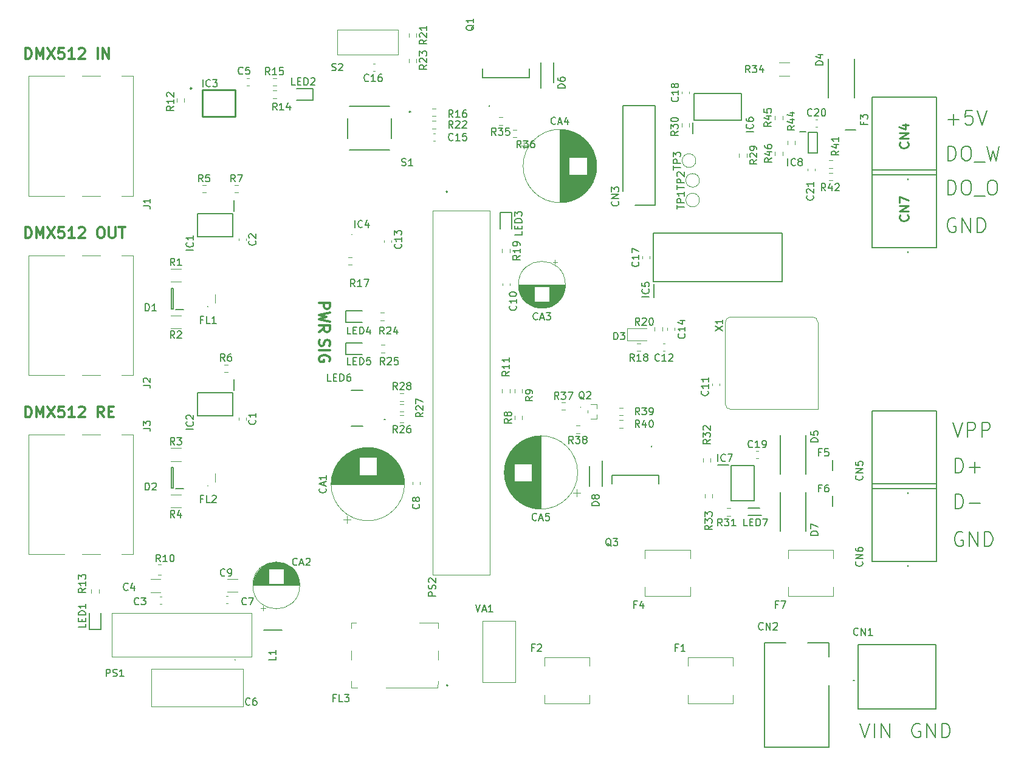
<source format=gto>
G04 #@! TF.GenerationSoftware,KiCad,Pcbnew,7.0.8*
G04 #@! TF.CreationDate,2023-11-08T10:09:29+09:00*
G04 #@! TF.ProjectId,DMX512toWS2811,444d5835-3132-4746-9f57-53323831312e,rev?*
G04 #@! TF.SameCoordinates,Original*
G04 #@! TF.FileFunction,Legend,Top*
G04 #@! TF.FilePolarity,Positive*
%FSLAX46Y46*%
G04 Gerber Fmt 4.6, Leading zero omitted, Abs format (unit mm)*
G04 Created by KiCad (PCBNEW 7.0.8) date 2023-11-08 10:09:29*
%MOMM*%
%LPD*%
G01*
G04 APERTURE LIST*
%ADD10C,0.300000*%
%ADD11C,0.150000*%
%ADD12C,0.254000*%
%ADD13C,0.120000*%
%ADD14C,0.200000*%
%ADD15C,0.100000*%
G04 APERTURE END LIST*
D10*
X107520600Y-91983082D02*
X107449171Y-92197368D01*
X107449171Y-92197368D02*
X107449171Y-92554510D01*
X107449171Y-92554510D02*
X107520600Y-92697368D01*
X107520600Y-92697368D02*
X107592028Y-92768796D01*
X107592028Y-92768796D02*
X107734885Y-92840225D01*
X107734885Y-92840225D02*
X107877742Y-92840225D01*
X107877742Y-92840225D02*
X108020600Y-92768796D01*
X108020600Y-92768796D02*
X108092028Y-92697368D01*
X108092028Y-92697368D02*
X108163457Y-92554510D01*
X108163457Y-92554510D02*
X108234885Y-92268796D01*
X108234885Y-92268796D02*
X108306314Y-92125939D01*
X108306314Y-92125939D02*
X108377742Y-92054510D01*
X108377742Y-92054510D02*
X108520600Y-91983082D01*
X108520600Y-91983082D02*
X108663457Y-91983082D01*
X108663457Y-91983082D02*
X108806314Y-92054510D01*
X108806314Y-92054510D02*
X108877742Y-92125939D01*
X108877742Y-92125939D02*
X108949171Y-92268796D01*
X108949171Y-92268796D02*
X108949171Y-92625939D01*
X108949171Y-92625939D02*
X108877742Y-92840225D01*
X107449171Y-93483081D02*
X108949171Y-93483081D01*
X108877742Y-94983082D02*
X108949171Y-94840225D01*
X108949171Y-94840225D02*
X108949171Y-94625939D01*
X108949171Y-94625939D02*
X108877742Y-94411653D01*
X108877742Y-94411653D02*
X108734885Y-94268796D01*
X108734885Y-94268796D02*
X108592028Y-94197367D01*
X108592028Y-94197367D02*
X108306314Y-94125939D01*
X108306314Y-94125939D02*
X108092028Y-94125939D01*
X108092028Y-94125939D02*
X107806314Y-94197367D01*
X107806314Y-94197367D02*
X107663457Y-94268796D01*
X107663457Y-94268796D02*
X107520600Y-94411653D01*
X107520600Y-94411653D02*
X107449171Y-94625939D01*
X107449171Y-94625939D02*
X107449171Y-94768796D01*
X107449171Y-94768796D02*
X107520600Y-94983082D01*
X107520600Y-94983082D02*
X107592028Y-95054510D01*
X107592028Y-95054510D02*
X108092028Y-95054510D01*
X108092028Y-95054510D02*
X108092028Y-94768796D01*
D11*
X195074874Y-66997438D02*
X195074874Y-64997438D01*
X195074874Y-64997438D02*
X195551064Y-64997438D01*
X195551064Y-64997438D02*
X195836779Y-65092676D01*
X195836779Y-65092676D02*
X196027255Y-65283152D01*
X196027255Y-65283152D02*
X196122493Y-65473628D01*
X196122493Y-65473628D02*
X196217731Y-65854580D01*
X196217731Y-65854580D02*
X196217731Y-66140295D01*
X196217731Y-66140295D02*
X196122493Y-66521247D01*
X196122493Y-66521247D02*
X196027255Y-66711723D01*
X196027255Y-66711723D02*
X195836779Y-66902200D01*
X195836779Y-66902200D02*
X195551064Y-66997438D01*
X195551064Y-66997438D02*
X195074874Y-66997438D01*
X197455826Y-64997438D02*
X197836779Y-64997438D01*
X197836779Y-64997438D02*
X198027255Y-65092676D01*
X198027255Y-65092676D02*
X198217731Y-65283152D01*
X198217731Y-65283152D02*
X198312969Y-65664104D01*
X198312969Y-65664104D02*
X198312969Y-66330771D01*
X198312969Y-66330771D02*
X198217731Y-66711723D01*
X198217731Y-66711723D02*
X198027255Y-66902200D01*
X198027255Y-66902200D02*
X197836779Y-66997438D01*
X197836779Y-66997438D02*
X197455826Y-66997438D01*
X197455826Y-66997438D02*
X197265350Y-66902200D01*
X197265350Y-66902200D02*
X197074874Y-66711723D01*
X197074874Y-66711723D02*
X196979636Y-66330771D01*
X196979636Y-66330771D02*
X196979636Y-65664104D01*
X196979636Y-65664104D02*
X197074874Y-65283152D01*
X197074874Y-65283152D02*
X197265350Y-65092676D01*
X197265350Y-65092676D02*
X197455826Y-64997438D01*
X198693922Y-67187914D02*
X200217731Y-67187914D01*
X200503446Y-64997438D02*
X200979636Y-66997438D01*
X200979636Y-66997438D02*
X201360589Y-65568866D01*
X201360589Y-65568866D02*
X201741541Y-66997438D01*
X201741541Y-66997438D02*
X202217732Y-64997438D01*
X182849160Y-145497438D02*
X183515826Y-147497438D01*
X183515826Y-147497438D02*
X184182493Y-145497438D01*
X184849160Y-147497438D02*
X184849160Y-145497438D01*
X185801541Y-147497438D02*
X185801541Y-145497438D01*
X185801541Y-145497438D02*
X186944398Y-147497438D01*
X186944398Y-147497438D02*
X186944398Y-145497438D01*
D10*
X66554510Y-77800828D02*
X66554510Y-76300828D01*
X66554510Y-76300828D02*
X66911653Y-76300828D01*
X66911653Y-76300828D02*
X67125939Y-76372257D01*
X67125939Y-76372257D02*
X67268796Y-76515114D01*
X67268796Y-76515114D02*
X67340225Y-76657971D01*
X67340225Y-76657971D02*
X67411653Y-76943685D01*
X67411653Y-76943685D02*
X67411653Y-77157971D01*
X67411653Y-77157971D02*
X67340225Y-77443685D01*
X67340225Y-77443685D02*
X67268796Y-77586542D01*
X67268796Y-77586542D02*
X67125939Y-77729400D01*
X67125939Y-77729400D02*
X66911653Y-77800828D01*
X66911653Y-77800828D02*
X66554510Y-77800828D01*
X68054510Y-77800828D02*
X68054510Y-76300828D01*
X68054510Y-76300828D02*
X68554510Y-77372257D01*
X68554510Y-77372257D02*
X69054510Y-76300828D01*
X69054510Y-76300828D02*
X69054510Y-77800828D01*
X69625939Y-76300828D02*
X70625939Y-77800828D01*
X70625939Y-76300828D02*
X69625939Y-77800828D01*
X71911653Y-76300828D02*
X71197367Y-76300828D01*
X71197367Y-76300828D02*
X71125939Y-77015114D01*
X71125939Y-77015114D02*
X71197367Y-76943685D01*
X71197367Y-76943685D02*
X71340225Y-76872257D01*
X71340225Y-76872257D02*
X71697367Y-76872257D01*
X71697367Y-76872257D02*
X71840225Y-76943685D01*
X71840225Y-76943685D02*
X71911653Y-77015114D01*
X71911653Y-77015114D02*
X71983082Y-77157971D01*
X71983082Y-77157971D02*
X71983082Y-77515114D01*
X71983082Y-77515114D02*
X71911653Y-77657971D01*
X71911653Y-77657971D02*
X71840225Y-77729400D01*
X71840225Y-77729400D02*
X71697367Y-77800828D01*
X71697367Y-77800828D02*
X71340225Y-77800828D01*
X71340225Y-77800828D02*
X71197367Y-77729400D01*
X71197367Y-77729400D02*
X71125939Y-77657971D01*
X73411653Y-77800828D02*
X72554510Y-77800828D01*
X72983081Y-77800828D02*
X72983081Y-76300828D01*
X72983081Y-76300828D02*
X72840224Y-76515114D01*
X72840224Y-76515114D02*
X72697367Y-76657971D01*
X72697367Y-76657971D02*
X72554510Y-76729400D01*
X73983081Y-76443685D02*
X74054509Y-76372257D01*
X74054509Y-76372257D02*
X74197367Y-76300828D01*
X74197367Y-76300828D02*
X74554509Y-76300828D01*
X74554509Y-76300828D02*
X74697367Y-76372257D01*
X74697367Y-76372257D02*
X74768795Y-76443685D01*
X74768795Y-76443685D02*
X74840224Y-76586542D01*
X74840224Y-76586542D02*
X74840224Y-76729400D01*
X74840224Y-76729400D02*
X74768795Y-76943685D01*
X74768795Y-76943685D02*
X73911652Y-77800828D01*
X73911652Y-77800828D02*
X74840224Y-77800828D01*
X76911652Y-76300828D02*
X77197366Y-76300828D01*
X77197366Y-76300828D02*
X77340223Y-76372257D01*
X77340223Y-76372257D02*
X77483080Y-76515114D01*
X77483080Y-76515114D02*
X77554509Y-76800828D01*
X77554509Y-76800828D02*
X77554509Y-77300828D01*
X77554509Y-77300828D02*
X77483080Y-77586542D01*
X77483080Y-77586542D02*
X77340223Y-77729400D01*
X77340223Y-77729400D02*
X77197366Y-77800828D01*
X77197366Y-77800828D02*
X76911652Y-77800828D01*
X76911652Y-77800828D02*
X76768795Y-77729400D01*
X76768795Y-77729400D02*
X76625937Y-77586542D01*
X76625937Y-77586542D02*
X76554509Y-77300828D01*
X76554509Y-77300828D02*
X76554509Y-76800828D01*
X76554509Y-76800828D02*
X76625937Y-76515114D01*
X76625937Y-76515114D02*
X76768795Y-76372257D01*
X76768795Y-76372257D02*
X76911652Y-76300828D01*
X78197366Y-76300828D02*
X78197366Y-77515114D01*
X78197366Y-77515114D02*
X78268795Y-77657971D01*
X78268795Y-77657971D02*
X78340224Y-77729400D01*
X78340224Y-77729400D02*
X78483081Y-77800828D01*
X78483081Y-77800828D02*
X78768795Y-77800828D01*
X78768795Y-77800828D02*
X78911652Y-77729400D01*
X78911652Y-77729400D02*
X78983081Y-77657971D01*
X78983081Y-77657971D02*
X79054509Y-77515114D01*
X79054509Y-77515114D02*
X79054509Y-76300828D01*
X79554510Y-76300828D02*
X80411653Y-76300828D01*
X79983081Y-77800828D02*
X79983081Y-76300828D01*
D11*
X196074874Y-110537438D02*
X196074874Y-108537438D01*
X196074874Y-108537438D02*
X196551064Y-108537438D01*
X196551064Y-108537438D02*
X196836779Y-108632676D01*
X196836779Y-108632676D02*
X197027255Y-108823152D01*
X197027255Y-108823152D02*
X197122493Y-109013628D01*
X197122493Y-109013628D02*
X197217731Y-109394580D01*
X197217731Y-109394580D02*
X197217731Y-109680295D01*
X197217731Y-109680295D02*
X197122493Y-110061247D01*
X197122493Y-110061247D02*
X197027255Y-110251723D01*
X197027255Y-110251723D02*
X196836779Y-110442200D01*
X196836779Y-110442200D02*
X196551064Y-110537438D01*
X196551064Y-110537438D02*
X196074874Y-110537438D01*
X198074874Y-109775533D02*
X199598684Y-109775533D01*
X198836779Y-110537438D02*
X198836779Y-109013628D01*
X195789160Y-103537438D02*
X196455826Y-105537438D01*
X196455826Y-105537438D02*
X197122493Y-103537438D01*
X197789160Y-105537438D02*
X197789160Y-103537438D01*
X197789160Y-103537438D02*
X198551065Y-103537438D01*
X198551065Y-103537438D02*
X198741541Y-103632676D01*
X198741541Y-103632676D02*
X198836779Y-103727914D01*
X198836779Y-103727914D02*
X198932017Y-103918390D01*
X198932017Y-103918390D02*
X198932017Y-104204104D01*
X198932017Y-104204104D02*
X198836779Y-104394580D01*
X198836779Y-104394580D02*
X198741541Y-104489819D01*
X198741541Y-104489819D02*
X198551065Y-104585057D01*
X198551065Y-104585057D02*
X197789160Y-104585057D01*
X199789160Y-105537438D02*
X199789160Y-103537438D01*
X199789160Y-103537438D02*
X200551065Y-103537438D01*
X200551065Y-103537438D02*
X200741541Y-103632676D01*
X200741541Y-103632676D02*
X200836779Y-103727914D01*
X200836779Y-103727914D02*
X200932017Y-103918390D01*
X200932017Y-103918390D02*
X200932017Y-104204104D01*
X200932017Y-104204104D02*
X200836779Y-104394580D01*
X200836779Y-104394580D02*
X200741541Y-104489819D01*
X200741541Y-104489819D02*
X200551065Y-104585057D01*
X200551065Y-104585057D02*
X199789160Y-104585057D01*
X195074874Y-71747438D02*
X195074874Y-69747438D01*
X195074874Y-69747438D02*
X195551064Y-69747438D01*
X195551064Y-69747438D02*
X195836779Y-69842676D01*
X195836779Y-69842676D02*
X196027255Y-70033152D01*
X196027255Y-70033152D02*
X196122493Y-70223628D01*
X196122493Y-70223628D02*
X196217731Y-70604580D01*
X196217731Y-70604580D02*
X196217731Y-70890295D01*
X196217731Y-70890295D02*
X196122493Y-71271247D01*
X196122493Y-71271247D02*
X196027255Y-71461723D01*
X196027255Y-71461723D02*
X195836779Y-71652200D01*
X195836779Y-71652200D02*
X195551064Y-71747438D01*
X195551064Y-71747438D02*
X195074874Y-71747438D01*
X197455826Y-69747438D02*
X197836779Y-69747438D01*
X197836779Y-69747438D02*
X198027255Y-69842676D01*
X198027255Y-69842676D02*
X198217731Y-70033152D01*
X198217731Y-70033152D02*
X198312969Y-70414104D01*
X198312969Y-70414104D02*
X198312969Y-71080771D01*
X198312969Y-71080771D02*
X198217731Y-71461723D01*
X198217731Y-71461723D02*
X198027255Y-71652200D01*
X198027255Y-71652200D02*
X197836779Y-71747438D01*
X197836779Y-71747438D02*
X197455826Y-71747438D01*
X197455826Y-71747438D02*
X197265350Y-71652200D01*
X197265350Y-71652200D02*
X197074874Y-71461723D01*
X197074874Y-71461723D02*
X196979636Y-71080771D01*
X196979636Y-71080771D02*
X196979636Y-70414104D01*
X196979636Y-70414104D02*
X197074874Y-70033152D01*
X197074874Y-70033152D02*
X197265350Y-69842676D01*
X197265350Y-69842676D02*
X197455826Y-69747438D01*
X198693922Y-71937914D02*
X200217731Y-71937914D01*
X201074874Y-69747438D02*
X201455827Y-69747438D01*
X201455827Y-69747438D02*
X201646303Y-69842676D01*
X201646303Y-69842676D02*
X201836779Y-70033152D01*
X201836779Y-70033152D02*
X201932017Y-70414104D01*
X201932017Y-70414104D02*
X201932017Y-71080771D01*
X201932017Y-71080771D02*
X201836779Y-71461723D01*
X201836779Y-71461723D02*
X201646303Y-71652200D01*
X201646303Y-71652200D02*
X201455827Y-71747438D01*
X201455827Y-71747438D02*
X201074874Y-71747438D01*
X201074874Y-71747438D02*
X200884398Y-71652200D01*
X200884398Y-71652200D02*
X200693922Y-71461723D01*
X200693922Y-71461723D02*
X200598684Y-71080771D01*
X200598684Y-71080771D02*
X200598684Y-70414104D01*
X200598684Y-70414104D02*
X200693922Y-70033152D01*
X200693922Y-70033152D02*
X200884398Y-69842676D01*
X200884398Y-69842676D02*
X201074874Y-69747438D01*
X197122493Y-118882676D02*
X196932017Y-118787438D01*
X196932017Y-118787438D02*
X196646303Y-118787438D01*
X196646303Y-118787438D02*
X196360588Y-118882676D01*
X196360588Y-118882676D02*
X196170112Y-119073152D01*
X196170112Y-119073152D02*
X196074874Y-119263628D01*
X196074874Y-119263628D02*
X195979636Y-119644580D01*
X195979636Y-119644580D02*
X195979636Y-119930295D01*
X195979636Y-119930295D02*
X196074874Y-120311247D01*
X196074874Y-120311247D02*
X196170112Y-120501723D01*
X196170112Y-120501723D02*
X196360588Y-120692200D01*
X196360588Y-120692200D02*
X196646303Y-120787438D01*
X196646303Y-120787438D02*
X196836779Y-120787438D01*
X196836779Y-120787438D02*
X197122493Y-120692200D01*
X197122493Y-120692200D02*
X197217731Y-120596961D01*
X197217731Y-120596961D02*
X197217731Y-119930295D01*
X197217731Y-119930295D02*
X196836779Y-119930295D01*
X198074874Y-120787438D02*
X198074874Y-118787438D01*
X198074874Y-118787438D02*
X199217731Y-120787438D01*
X199217731Y-120787438D02*
X199217731Y-118787438D01*
X200170112Y-120787438D02*
X200170112Y-118787438D01*
X200170112Y-118787438D02*
X200646302Y-118787438D01*
X200646302Y-118787438D02*
X200932017Y-118882676D01*
X200932017Y-118882676D02*
X201122493Y-119073152D01*
X201122493Y-119073152D02*
X201217731Y-119263628D01*
X201217731Y-119263628D02*
X201312969Y-119644580D01*
X201312969Y-119644580D02*
X201312969Y-119930295D01*
X201312969Y-119930295D02*
X201217731Y-120311247D01*
X201217731Y-120311247D02*
X201122493Y-120501723D01*
X201122493Y-120501723D02*
X200932017Y-120692200D01*
X200932017Y-120692200D02*
X200646302Y-120787438D01*
X200646302Y-120787438D02*
X200170112Y-120787438D01*
X191182493Y-145592676D02*
X190992017Y-145497438D01*
X190992017Y-145497438D02*
X190706303Y-145497438D01*
X190706303Y-145497438D02*
X190420588Y-145592676D01*
X190420588Y-145592676D02*
X190230112Y-145783152D01*
X190230112Y-145783152D02*
X190134874Y-145973628D01*
X190134874Y-145973628D02*
X190039636Y-146354580D01*
X190039636Y-146354580D02*
X190039636Y-146640295D01*
X190039636Y-146640295D02*
X190134874Y-147021247D01*
X190134874Y-147021247D02*
X190230112Y-147211723D01*
X190230112Y-147211723D02*
X190420588Y-147402200D01*
X190420588Y-147402200D02*
X190706303Y-147497438D01*
X190706303Y-147497438D02*
X190896779Y-147497438D01*
X190896779Y-147497438D02*
X191182493Y-147402200D01*
X191182493Y-147402200D02*
X191277731Y-147306961D01*
X191277731Y-147306961D02*
X191277731Y-146640295D01*
X191277731Y-146640295D02*
X190896779Y-146640295D01*
X192134874Y-147497438D02*
X192134874Y-145497438D01*
X192134874Y-145497438D02*
X193277731Y-147497438D01*
X193277731Y-147497438D02*
X193277731Y-145497438D01*
X194230112Y-147497438D02*
X194230112Y-145497438D01*
X194230112Y-145497438D02*
X194706302Y-145497438D01*
X194706302Y-145497438D02*
X194992017Y-145592676D01*
X194992017Y-145592676D02*
X195182493Y-145783152D01*
X195182493Y-145783152D02*
X195277731Y-145973628D01*
X195277731Y-145973628D02*
X195372969Y-146354580D01*
X195372969Y-146354580D02*
X195372969Y-146640295D01*
X195372969Y-146640295D02*
X195277731Y-147021247D01*
X195277731Y-147021247D02*
X195182493Y-147211723D01*
X195182493Y-147211723D02*
X194992017Y-147402200D01*
X194992017Y-147402200D02*
X194706302Y-147497438D01*
X194706302Y-147497438D02*
X194230112Y-147497438D01*
X196122493Y-75092676D02*
X195932017Y-74997438D01*
X195932017Y-74997438D02*
X195646303Y-74997438D01*
X195646303Y-74997438D02*
X195360588Y-75092676D01*
X195360588Y-75092676D02*
X195170112Y-75283152D01*
X195170112Y-75283152D02*
X195074874Y-75473628D01*
X195074874Y-75473628D02*
X194979636Y-75854580D01*
X194979636Y-75854580D02*
X194979636Y-76140295D01*
X194979636Y-76140295D02*
X195074874Y-76521247D01*
X195074874Y-76521247D02*
X195170112Y-76711723D01*
X195170112Y-76711723D02*
X195360588Y-76902200D01*
X195360588Y-76902200D02*
X195646303Y-76997438D01*
X195646303Y-76997438D02*
X195836779Y-76997438D01*
X195836779Y-76997438D02*
X196122493Y-76902200D01*
X196122493Y-76902200D02*
X196217731Y-76806961D01*
X196217731Y-76806961D02*
X196217731Y-76140295D01*
X196217731Y-76140295D02*
X195836779Y-76140295D01*
X197074874Y-76997438D02*
X197074874Y-74997438D01*
X197074874Y-74997438D02*
X198217731Y-76997438D01*
X198217731Y-76997438D02*
X198217731Y-74997438D01*
X199170112Y-76997438D02*
X199170112Y-74997438D01*
X199170112Y-74997438D02*
X199646302Y-74997438D01*
X199646302Y-74997438D02*
X199932017Y-75092676D01*
X199932017Y-75092676D02*
X200122493Y-75283152D01*
X200122493Y-75283152D02*
X200217731Y-75473628D01*
X200217731Y-75473628D02*
X200312969Y-75854580D01*
X200312969Y-75854580D02*
X200312969Y-76140295D01*
X200312969Y-76140295D02*
X200217731Y-76521247D01*
X200217731Y-76521247D02*
X200122493Y-76711723D01*
X200122493Y-76711723D02*
X199932017Y-76902200D01*
X199932017Y-76902200D02*
X199646302Y-76997438D01*
X199646302Y-76997438D02*
X199170112Y-76997438D01*
D10*
X107441671Y-86804510D02*
X108941671Y-86804510D01*
X108941671Y-86804510D02*
X108941671Y-87375939D01*
X108941671Y-87375939D02*
X108870242Y-87518796D01*
X108870242Y-87518796D02*
X108798814Y-87590225D01*
X108798814Y-87590225D02*
X108655957Y-87661653D01*
X108655957Y-87661653D02*
X108441671Y-87661653D01*
X108441671Y-87661653D02*
X108298814Y-87590225D01*
X108298814Y-87590225D02*
X108227385Y-87518796D01*
X108227385Y-87518796D02*
X108155957Y-87375939D01*
X108155957Y-87375939D02*
X108155957Y-86804510D01*
X108941671Y-88161653D02*
X107441671Y-88518796D01*
X107441671Y-88518796D02*
X108513100Y-88804510D01*
X108513100Y-88804510D02*
X107441671Y-89090225D01*
X107441671Y-89090225D02*
X108941671Y-89447368D01*
X107441671Y-90875939D02*
X108155957Y-90375939D01*
X107441671Y-90018796D02*
X108941671Y-90018796D01*
X108941671Y-90018796D02*
X108941671Y-90590225D01*
X108941671Y-90590225D02*
X108870242Y-90733082D01*
X108870242Y-90733082D02*
X108798814Y-90804511D01*
X108798814Y-90804511D02*
X108655957Y-90875939D01*
X108655957Y-90875939D02*
X108441671Y-90875939D01*
X108441671Y-90875939D02*
X108298814Y-90804511D01*
X108298814Y-90804511D02*
X108227385Y-90733082D01*
X108227385Y-90733082D02*
X108155957Y-90590225D01*
X108155957Y-90590225D02*
X108155957Y-90018796D01*
X66554510Y-52800828D02*
X66554510Y-51300828D01*
X66554510Y-51300828D02*
X66911653Y-51300828D01*
X66911653Y-51300828D02*
X67125939Y-51372257D01*
X67125939Y-51372257D02*
X67268796Y-51515114D01*
X67268796Y-51515114D02*
X67340225Y-51657971D01*
X67340225Y-51657971D02*
X67411653Y-51943685D01*
X67411653Y-51943685D02*
X67411653Y-52157971D01*
X67411653Y-52157971D02*
X67340225Y-52443685D01*
X67340225Y-52443685D02*
X67268796Y-52586542D01*
X67268796Y-52586542D02*
X67125939Y-52729400D01*
X67125939Y-52729400D02*
X66911653Y-52800828D01*
X66911653Y-52800828D02*
X66554510Y-52800828D01*
X68054510Y-52800828D02*
X68054510Y-51300828D01*
X68054510Y-51300828D02*
X68554510Y-52372257D01*
X68554510Y-52372257D02*
X69054510Y-51300828D01*
X69054510Y-51300828D02*
X69054510Y-52800828D01*
X69625939Y-51300828D02*
X70625939Y-52800828D01*
X70625939Y-51300828D02*
X69625939Y-52800828D01*
X71911653Y-51300828D02*
X71197367Y-51300828D01*
X71197367Y-51300828D02*
X71125939Y-52015114D01*
X71125939Y-52015114D02*
X71197367Y-51943685D01*
X71197367Y-51943685D02*
X71340225Y-51872257D01*
X71340225Y-51872257D02*
X71697367Y-51872257D01*
X71697367Y-51872257D02*
X71840225Y-51943685D01*
X71840225Y-51943685D02*
X71911653Y-52015114D01*
X71911653Y-52015114D02*
X71983082Y-52157971D01*
X71983082Y-52157971D02*
X71983082Y-52515114D01*
X71983082Y-52515114D02*
X71911653Y-52657971D01*
X71911653Y-52657971D02*
X71840225Y-52729400D01*
X71840225Y-52729400D02*
X71697367Y-52800828D01*
X71697367Y-52800828D02*
X71340225Y-52800828D01*
X71340225Y-52800828D02*
X71197367Y-52729400D01*
X71197367Y-52729400D02*
X71125939Y-52657971D01*
X73411653Y-52800828D02*
X72554510Y-52800828D01*
X72983081Y-52800828D02*
X72983081Y-51300828D01*
X72983081Y-51300828D02*
X72840224Y-51515114D01*
X72840224Y-51515114D02*
X72697367Y-51657971D01*
X72697367Y-51657971D02*
X72554510Y-51729400D01*
X73983081Y-51443685D02*
X74054509Y-51372257D01*
X74054509Y-51372257D02*
X74197367Y-51300828D01*
X74197367Y-51300828D02*
X74554509Y-51300828D01*
X74554509Y-51300828D02*
X74697367Y-51372257D01*
X74697367Y-51372257D02*
X74768795Y-51443685D01*
X74768795Y-51443685D02*
X74840224Y-51586542D01*
X74840224Y-51586542D02*
X74840224Y-51729400D01*
X74840224Y-51729400D02*
X74768795Y-51943685D01*
X74768795Y-51943685D02*
X73911652Y-52800828D01*
X73911652Y-52800828D02*
X74840224Y-52800828D01*
X76625937Y-52800828D02*
X76625937Y-51300828D01*
X77340223Y-52800828D02*
X77340223Y-51300828D01*
X77340223Y-51300828D02*
X78197366Y-52800828D01*
X78197366Y-52800828D02*
X78197366Y-51300828D01*
D11*
X195074874Y-61235533D02*
X196598684Y-61235533D01*
X195836779Y-61997438D02*
X195836779Y-60473628D01*
X198503445Y-59997438D02*
X197551064Y-59997438D01*
X197551064Y-59997438D02*
X197455826Y-60949819D01*
X197455826Y-60949819D02*
X197551064Y-60854580D01*
X197551064Y-60854580D02*
X197741540Y-60759342D01*
X197741540Y-60759342D02*
X198217731Y-60759342D01*
X198217731Y-60759342D02*
X198408207Y-60854580D01*
X198408207Y-60854580D02*
X198503445Y-60949819D01*
X198503445Y-60949819D02*
X198598683Y-61140295D01*
X198598683Y-61140295D02*
X198598683Y-61616485D01*
X198598683Y-61616485D02*
X198503445Y-61806961D01*
X198503445Y-61806961D02*
X198408207Y-61902200D01*
X198408207Y-61902200D02*
X198217731Y-61997438D01*
X198217731Y-61997438D02*
X197741540Y-61997438D01*
X197741540Y-61997438D02*
X197551064Y-61902200D01*
X197551064Y-61902200D02*
X197455826Y-61806961D01*
X199170112Y-59997438D02*
X199836778Y-61997438D01*
X199836778Y-61997438D02*
X200503445Y-59997438D01*
D10*
X66554510Y-102800828D02*
X66554510Y-101300828D01*
X66554510Y-101300828D02*
X66911653Y-101300828D01*
X66911653Y-101300828D02*
X67125939Y-101372257D01*
X67125939Y-101372257D02*
X67268796Y-101515114D01*
X67268796Y-101515114D02*
X67340225Y-101657971D01*
X67340225Y-101657971D02*
X67411653Y-101943685D01*
X67411653Y-101943685D02*
X67411653Y-102157971D01*
X67411653Y-102157971D02*
X67340225Y-102443685D01*
X67340225Y-102443685D02*
X67268796Y-102586542D01*
X67268796Y-102586542D02*
X67125939Y-102729400D01*
X67125939Y-102729400D02*
X66911653Y-102800828D01*
X66911653Y-102800828D02*
X66554510Y-102800828D01*
X68054510Y-102800828D02*
X68054510Y-101300828D01*
X68054510Y-101300828D02*
X68554510Y-102372257D01*
X68554510Y-102372257D02*
X69054510Y-101300828D01*
X69054510Y-101300828D02*
X69054510Y-102800828D01*
X69625939Y-101300828D02*
X70625939Y-102800828D01*
X70625939Y-101300828D02*
X69625939Y-102800828D01*
X71911653Y-101300828D02*
X71197367Y-101300828D01*
X71197367Y-101300828D02*
X71125939Y-102015114D01*
X71125939Y-102015114D02*
X71197367Y-101943685D01*
X71197367Y-101943685D02*
X71340225Y-101872257D01*
X71340225Y-101872257D02*
X71697367Y-101872257D01*
X71697367Y-101872257D02*
X71840225Y-101943685D01*
X71840225Y-101943685D02*
X71911653Y-102015114D01*
X71911653Y-102015114D02*
X71983082Y-102157971D01*
X71983082Y-102157971D02*
X71983082Y-102515114D01*
X71983082Y-102515114D02*
X71911653Y-102657971D01*
X71911653Y-102657971D02*
X71840225Y-102729400D01*
X71840225Y-102729400D02*
X71697367Y-102800828D01*
X71697367Y-102800828D02*
X71340225Y-102800828D01*
X71340225Y-102800828D02*
X71197367Y-102729400D01*
X71197367Y-102729400D02*
X71125939Y-102657971D01*
X73411653Y-102800828D02*
X72554510Y-102800828D01*
X72983081Y-102800828D02*
X72983081Y-101300828D01*
X72983081Y-101300828D02*
X72840224Y-101515114D01*
X72840224Y-101515114D02*
X72697367Y-101657971D01*
X72697367Y-101657971D02*
X72554510Y-101729400D01*
X73983081Y-101443685D02*
X74054509Y-101372257D01*
X74054509Y-101372257D02*
X74197367Y-101300828D01*
X74197367Y-101300828D02*
X74554509Y-101300828D01*
X74554509Y-101300828D02*
X74697367Y-101372257D01*
X74697367Y-101372257D02*
X74768795Y-101443685D01*
X74768795Y-101443685D02*
X74840224Y-101586542D01*
X74840224Y-101586542D02*
X74840224Y-101729400D01*
X74840224Y-101729400D02*
X74768795Y-101943685D01*
X74768795Y-101943685D02*
X73911652Y-102800828D01*
X73911652Y-102800828D02*
X74840224Y-102800828D01*
X77483080Y-102800828D02*
X76983080Y-102086542D01*
X76625937Y-102800828D02*
X76625937Y-101300828D01*
X76625937Y-101300828D02*
X77197366Y-101300828D01*
X77197366Y-101300828D02*
X77340223Y-101372257D01*
X77340223Y-101372257D02*
X77411652Y-101443685D01*
X77411652Y-101443685D02*
X77483080Y-101586542D01*
X77483080Y-101586542D02*
X77483080Y-101800828D01*
X77483080Y-101800828D02*
X77411652Y-101943685D01*
X77411652Y-101943685D02*
X77340223Y-102015114D01*
X77340223Y-102015114D02*
X77197366Y-102086542D01*
X77197366Y-102086542D02*
X76625937Y-102086542D01*
X78125937Y-102015114D02*
X78625937Y-102015114D01*
X78840223Y-102800828D02*
X78125937Y-102800828D01*
X78125937Y-102800828D02*
X78125937Y-101300828D01*
X78125937Y-101300828D02*
X78840223Y-101300828D01*
D11*
X196074874Y-115537438D02*
X196074874Y-113537438D01*
X196074874Y-113537438D02*
X196551064Y-113537438D01*
X196551064Y-113537438D02*
X196836779Y-113632676D01*
X196836779Y-113632676D02*
X197027255Y-113823152D01*
X197027255Y-113823152D02*
X197122493Y-114013628D01*
X197122493Y-114013628D02*
X197217731Y-114394580D01*
X197217731Y-114394580D02*
X197217731Y-114680295D01*
X197217731Y-114680295D02*
X197122493Y-115061247D01*
X197122493Y-115061247D02*
X197027255Y-115251723D01*
X197027255Y-115251723D02*
X196836779Y-115442200D01*
X196836779Y-115442200D02*
X196551064Y-115537438D01*
X196551064Y-115537438D02*
X196074874Y-115537438D01*
X198074874Y-114775533D02*
X199598684Y-114775533D01*
X122454819Y-50142857D02*
X121978628Y-50476190D01*
X122454819Y-50714285D02*
X121454819Y-50714285D01*
X121454819Y-50714285D02*
X121454819Y-50333333D01*
X121454819Y-50333333D02*
X121502438Y-50238095D01*
X121502438Y-50238095D02*
X121550057Y-50190476D01*
X121550057Y-50190476D02*
X121645295Y-50142857D01*
X121645295Y-50142857D02*
X121788152Y-50142857D01*
X121788152Y-50142857D02*
X121883390Y-50190476D01*
X121883390Y-50190476D02*
X121931009Y-50238095D01*
X121931009Y-50238095D02*
X121978628Y-50333333D01*
X121978628Y-50333333D02*
X121978628Y-50714285D01*
X121550057Y-49761904D02*
X121502438Y-49714285D01*
X121502438Y-49714285D02*
X121454819Y-49619047D01*
X121454819Y-49619047D02*
X121454819Y-49380952D01*
X121454819Y-49380952D02*
X121502438Y-49285714D01*
X121502438Y-49285714D02*
X121550057Y-49238095D01*
X121550057Y-49238095D02*
X121645295Y-49190476D01*
X121645295Y-49190476D02*
X121740533Y-49190476D01*
X121740533Y-49190476D02*
X121883390Y-49238095D01*
X121883390Y-49238095D02*
X122454819Y-49809523D01*
X122454819Y-49809523D02*
X122454819Y-49190476D01*
X122454819Y-48238095D02*
X122454819Y-48809523D01*
X122454819Y-48523809D02*
X121454819Y-48523809D01*
X121454819Y-48523809D02*
X121597676Y-48619047D01*
X121597676Y-48619047D02*
X121692914Y-48714285D01*
X121692914Y-48714285D02*
X121740533Y-48809523D01*
X176272080Y-71892857D02*
X176319700Y-71940476D01*
X176319700Y-71940476D02*
X176367319Y-72083333D01*
X176367319Y-72083333D02*
X176367319Y-72178571D01*
X176367319Y-72178571D02*
X176319700Y-72321428D01*
X176319700Y-72321428D02*
X176224461Y-72416666D01*
X176224461Y-72416666D02*
X176129223Y-72464285D01*
X176129223Y-72464285D02*
X175938747Y-72511904D01*
X175938747Y-72511904D02*
X175795890Y-72511904D01*
X175795890Y-72511904D02*
X175605414Y-72464285D01*
X175605414Y-72464285D02*
X175510176Y-72416666D01*
X175510176Y-72416666D02*
X175414938Y-72321428D01*
X175414938Y-72321428D02*
X175367319Y-72178571D01*
X175367319Y-72178571D02*
X175367319Y-72083333D01*
X175367319Y-72083333D02*
X175414938Y-71940476D01*
X175414938Y-71940476D02*
X175462557Y-71892857D01*
X175462557Y-71511904D02*
X175414938Y-71464285D01*
X175414938Y-71464285D02*
X175367319Y-71369047D01*
X175367319Y-71369047D02*
X175367319Y-71130952D01*
X175367319Y-71130952D02*
X175414938Y-71035714D01*
X175414938Y-71035714D02*
X175462557Y-70988095D01*
X175462557Y-70988095D02*
X175557795Y-70940476D01*
X175557795Y-70940476D02*
X175653033Y-70940476D01*
X175653033Y-70940476D02*
X175795890Y-70988095D01*
X175795890Y-70988095D02*
X176367319Y-71559523D01*
X176367319Y-71559523D02*
X176367319Y-70940476D01*
X176367319Y-69988095D02*
X176367319Y-70559523D01*
X176367319Y-70273809D02*
X175367319Y-70273809D01*
X175367319Y-70273809D02*
X175510176Y-70369047D01*
X175510176Y-70369047D02*
X175605414Y-70464285D01*
X175605414Y-70464285D02*
X175653033Y-70559523D01*
X179867319Y-65642857D02*
X179391128Y-65976190D01*
X179867319Y-66214285D02*
X178867319Y-66214285D01*
X178867319Y-66214285D02*
X178867319Y-65833333D01*
X178867319Y-65833333D02*
X178914938Y-65738095D01*
X178914938Y-65738095D02*
X178962557Y-65690476D01*
X178962557Y-65690476D02*
X179057795Y-65642857D01*
X179057795Y-65642857D02*
X179200652Y-65642857D01*
X179200652Y-65642857D02*
X179295890Y-65690476D01*
X179295890Y-65690476D02*
X179343509Y-65738095D01*
X179343509Y-65738095D02*
X179391128Y-65833333D01*
X179391128Y-65833333D02*
X179391128Y-66214285D01*
X179200652Y-64785714D02*
X179867319Y-64785714D01*
X178819700Y-65023809D02*
X179533985Y-65261904D01*
X179533985Y-65261904D02*
X179533985Y-64642857D01*
X179867319Y-63738095D02*
X179867319Y-64309523D01*
X179867319Y-64023809D02*
X178867319Y-64023809D01*
X178867319Y-64023809D02*
X179010176Y-64119047D01*
X179010176Y-64119047D02*
X179105414Y-64214285D01*
X179105414Y-64214285D02*
X179153033Y-64309523D01*
X87333333Y-81634819D02*
X87000000Y-81158628D01*
X86761905Y-81634819D02*
X86761905Y-80634819D01*
X86761905Y-80634819D02*
X87142857Y-80634819D01*
X87142857Y-80634819D02*
X87238095Y-80682438D01*
X87238095Y-80682438D02*
X87285714Y-80730057D01*
X87285714Y-80730057D02*
X87333333Y-80825295D01*
X87333333Y-80825295D02*
X87333333Y-80968152D01*
X87333333Y-80968152D02*
X87285714Y-81063390D01*
X87285714Y-81063390D02*
X87238095Y-81111009D01*
X87238095Y-81111009D02*
X87142857Y-81158628D01*
X87142857Y-81158628D02*
X86761905Y-81158628D01*
X88285714Y-81634819D02*
X87714286Y-81634819D01*
X88000000Y-81634819D02*
X88000000Y-80634819D01*
X88000000Y-80634819D02*
X87904762Y-80777676D01*
X87904762Y-80777676D02*
X87809524Y-80872914D01*
X87809524Y-80872914D02*
X87714286Y-80920533D01*
X152107142Y-102454819D02*
X151773809Y-101978628D01*
X151535714Y-102454819D02*
X151535714Y-101454819D01*
X151535714Y-101454819D02*
X151916666Y-101454819D01*
X151916666Y-101454819D02*
X152011904Y-101502438D01*
X152011904Y-101502438D02*
X152059523Y-101550057D01*
X152059523Y-101550057D02*
X152107142Y-101645295D01*
X152107142Y-101645295D02*
X152107142Y-101788152D01*
X152107142Y-101788152D02*
X152059523Y-101883390D01*
X152059523Y-101883390D02*
X152011904Y-101931009D01*
X152011904Y-101931009D02*
X151916666Y-101978628D01*
X151916666Y-101978628D02*
X151535714Y-101978628D01*
X152440476Y-101454819D02*
X153059523Y-101454819D01*
X153059523Y-101454819D02*
X152726190Y-101835771D01*
X152726190Y-101835771D02*
X152869047Y-101835771D01*
X152869047Y-101835771D02*
X152964285Y-101883390D01*
X152964285Y-101883390D02*
X153011904Y-101931009D01*
X153011904Y-101931009D02*
X153059523Y-102026247D01*
X153059523Y-102026247D02*
X153059523Y-102264342D01*
X153059523Y-102264342D02*
X153011904Y-102359580D01*
X153011904Y-102359580D02*
X152964285Y-102407200D01*
X152964285Y-102407200D02*
X152869047Y-102454819D01*
X152869047Y-102454819D02*
X152583333Y-102454819D01*
X152583333Y-102454819D02*
X152488095Y-102407200D01*
X152488095Y-102407200D02*
X152440476Y-102359580D01*
X153535714Y-102454819D02*
X153726190Y-102454819D01*
X153726190Y-102454819D02*
X153821428Y-102407200D01*
X153821428Y-102407200D02*
X153869047Y-102359580D01*
X153869047Y-102359580D02*
X153964285Y-102216723D01*
X153964285Y-102216723D02*
X154011904Y-102026247D01*
X154011904Y-102026247D02*
X154011904Y-101645295D01*
X154011904Y-101645295D02*
X153964285Y-101550057D01*
X153964285Y-101550057D02*
X153916666Y-101502438D01*
X153916666Y-101502438D02*
X153821428Y-101454819D01*
X153821428Y-101454819D02*
X153630952Y-101454819D01*
X153630952Y-101454819D02*
X153535714Y-101502438D01*
X153535714Y-101502438D02*
X153488095Y-101550057D01*
X153488095Y-101550057D02*
X153440476Y-101645295D01*
X153440476Y-101645295D02*
X153440476Y-101883390D01*
X153440476Y-101883390D02*
X153488095Y-101978628D01*
X153488095Y-101978628D02*
X153535714Y-102026247D01*
X153535714Y-102026247D02*
X153630952Y-102073866D01*
X153630952Y-102073866D02*
X153821428Y-102073866D01*
X153821428Y-102073866D02*
X153916666Y-102026247D01*
X153916666Y-102026247D02*
X153964285Y-101978628D01*
X153964285Y-101978628D02*
X154011904Y-101883390D01*
X118357142Y-98954819D02*
X118023809Y-98478628D01*
X117785714Y-98954819D02*
X117785714Y-97954819D01*
X117785714Y-97954819D02*
X118166666Y-97954819D01*
X118166666Y-97954819D02*
X118261904Y-98002438D01*
X118261904Y-98002438D02*
X118309523Y-98050057D01*
X118309523Y-98050057D02*
X118357142Y-98145295D01*
X118357142Y-98145295D02*
X118357142Y-98288152D01*
X118357142Y-98288152D02*
X118309523Y-98383390D01*
X118309523Y-98383390D02*
X118261904Y-98431009D01*
X118261904Y-98431009D02*
X118166666Y-98478628D01*
X118166666Y-98478628D02*
X117785714Y-98478628D01*
X118738095Y-98050057D02*
X118785714Y-98002438D01*
X118785714Y-98002438D02*
X118880952Y-97954819D01*
X118880952Y-97954819D02*
X119119047Y-97954819D01*
X119119047Y-97954819D02*
X119214285Y-98002438D01*
X119214285Y-98002438D02*
X119261904Y-98050057D01*
X119261904Y-98050057D02*
X119309523Y-98145295D01*
X119309523Y-98145295D02*
X119309523Y-98240533D01*
X119309523Y-98240533D02*
X119261904Y-98383390D01*
X119261904Y-98383390D02*
X118690476Y-98954819D01*
X118690476Y-98954819D02*
X119309523Y-98954819D01*
X119880952Y-98383390D02*
X119785714Y-98335771D01*
X119785714Y-98335771D02*
X119738095Y-98288152D01*
X119738095Y-98288152D02*
X119690476Y-98192914D01*
X119690476Y-98192914D02*
X119690476Y-98145295D01*
X119690476Y-98145295D02*
X119738095Y-98050057D01*
X119738095Y-98050057D02*
X119785714Y-98002438D01*
X119785714Y-98002438D02*
X119880952Y-97954819D01*
X119880952Y-97954819D02*
X120071428Y-97954819D01*
X120071428Y-97954819D02*
X120166666Y-98002438D01*
X120166666Y-98002438D02*
X120214285Y-98050057D01*
X120214285Y-98050057D02*
X120261904Y-98145295D01*
X120261904Y-98145295D02*
X120261904Y-98192914D01*
X120261904Y-98192914D02*
X120214285Y-98288152D01*
X120214285Y-98288152D02*
X120166666Y-98335771D01*
X120166666Y-98335771D02*
X120071428Y-98383390D01*
X120071428Y-98383390D02*
X119880952Y-98383390D01*
X119880952Y-98383390D02*
X119785714Y-98431009D01*
X119785714Y-98431009D02*
X119738095Y-98478628D01*
X119738095Y-98478628D02*
X119690476Y-98573866D01*
X119690476Y-98573866D02*
X119690476Y-98764342D01*
X119690476Y-98764342D02*
X119738095Y-98859580D01*
X119738095Y-98859580D02*
X119785714Y-98907200D01*
X119785714Y-98907200D02*
X119880952Y-98954819D01*
X119880952Y-98954819D02*
X120071428Y-98954819D01*
X120071428Y-98954819D02*
X120166666Y-98907200D01*
X120166666Y-98907200D02*
X120214285Y-98859580D01*
X120214285Y-98859580D02*
X120261904Y-98764342D01*
X120261904Y-98764342D02*
X120261904Y-98573866D01*
X120261904Y-98573866D02*
X120214285Y-98478628D01*
X120214285Y-98478628D02*
X120166666Y-98431009D01*
X120166666Y-98431009D02*
X120071428Y-98383390D01*
X163607142Y-117954819D02*
X163273809Y-117478628D01*
X163035714Y-117954819D02*
X163035714Y-116954819D01*
X163035714Y-116954819D02*
X163416666Y-116954819D01*
X163416666Y-116954819D02*
X163511904Y-117002438D01*
X163511904Y-117002438D02*
X163559523Y-117050057D01*
X163559523Y-117050057D02*
X163607142Y-117145295D01*
X163607142Y-117145295D02*
X163607142Y-117288152D01*
X163607142Y-117288152D02*
X163559523Y-117383390D01*
X163559523Y-117383390D02*
X163511904Y-117431009D01*
X163511904Y-117431009D02*
X163416666Y-117478628D01*
X163416666Y-117478628D02*
X163035714Y-117478628D01*
X163940476Y-116954819D02*
X164559523Y-116954819D01*
X164559523Y-116954819D02*
X164226190Y-117335771D01*
X164226190Y-117335771D02*
X164369047Y-117335771D01*
X164369047Y-117335771D02*
X164464285Y-117383390D01*
X164464285Y-117383390D02*
X164511904Y-117431009D01*
X164511904Y-117431009D02*
X164559523Y-117526247D01*
X164559523Y-117526247D02*
X164559523Y-117764342D01*
X164559523Y-117764342D02*
X164511904Y-117859580D01*
X164511904Y-117859580D02*
X164464285Y-117907200D01*
X164464285Y-117907200D02*
X164369047Y-117954819D01*
X164369047Y-117954819D02*
X164083333Y-117954819D01*
X164083333Y-117954819D02*
X163988095Y-117907200D01*
X163988095Y-117907200D02*
X163940476Y-117859580D01*
X165511904Y-117954819D02*
X164940476Y-117954819D01*
X165226190Y-117954819D02*
X165226190Y-116954819D01*
X165226190Y-116954819D02*
X165130952Y-117097676D01*
X165130952Y-117097676D02*
X165035714Y-117192914D01*
X165035714Y-117192914D02*
X164940476Y-117240533D01*
X167954819Y-62976189D02*
X166954819Y-62976189D01*
X167859580Y-61928571D02*
X167907200Y-61976190D01*
X167907200Y-61976190D02*
X167954819Y-62119047D01*
X167954819Y-62119047D02*
X167954819Y-62214285D01*
X167954819Y-62214285D02*
X167907200Y-62357142D01*
X167907200Y-62357142D02*
X167811961Y-62452380D01*
X167811961Y-62452380D02*
X167716723Y-62499999D01*
X167716723Y-62499999D02*
X167526247Y-62547618D01*
X167526247Y-62547618D02*
X167383390Y-62547618D01*
X167383390Y-62547618D02*
X167192914Y-62499999D01*
X167192914Y-62499999D02*
X167097676Y-62452380D01*
X167097676Y-62452380D02*
X167002438Y-62357142D01*
X167002438Y-62357142D02*
X166954819Y-62214285D01*
X166954819Y-62214285D02*
X166954819Y-62119047D01*
X166954819Y-62119047D02*
X167002438Y-61976190D01*
X167002438Y-61976190D02*
X167050057Y-61928571D01*
X166954819Y-61071428D02*
X166954819Y-61261904D01*
X166954819Y-61261904D02*
X167002438Y-61357142D01*
X167002438Y-61357142D02*
X167050057Y-61404761D01*
X167050057Y-61404761D02*
X167192914Y-61499999D01*
X167192914Y-61499999D02*
X167383390Y-61547618D01*
X167383390Y-61547618D02*
X167764342Y-61547618D01*
X167764342Y-61547618D02*
X167859580Y-61499999D01*
X167859580Y-61499999D02*
X167907200Y-61452380D01*
X167907200Y-61452380D02*
X167954819Y-61357142D01*
X167954819Y-61357142D02*
X167954819Y-61166666D01*
X167954819Y-61166666D02*
X167907200Y-61071428D01*
X167907200Y-61071428D02*
X167859580Y-61023809D01*
X167859580Y-61023809D02*
X167764342Y-60976190D01*
X167764342Y-60976190D02*
X167526247Y-60976190D01*
X167526247Y-60976190D02*
X167431009Y-61023809D01*
X167431009Y-61023809D02*
X167383390Y-61071428D01*
X167383390Y-61071428D02*
X167335771Y-61166666D01*
X167335771Y-61166666D02*
X167335771Y-61357142D01*
X167335771Y-61357142D02*
X167383390Y-61452380D01*
X167383390Y-61452380D02*
X167431009Y-61499999D01*
X167431009Y-61499999D02*
X167526247Y-61547618D01*
X91261904Y-89181009D02*
X90928571Y-89181009D01*
X90928571Y-89704819D02*
X90928571Y-88704819D01*
X90928571Y-88704819D02*
X91404761Y-88704819D01*
X92261904Y-89704819D02*
X91785714Y-89704819D01*
X91785714Y-89704819D02*
X91785714Y-88704819D01*
X93119047Y-89704819D02*
X92547619Y-89704819D01*
X92833333Y-89704819D02*
X92833333Y-88704819D01*
X92833333Y-88704819D02*
X92738095Y-88847676D01*
X92738095Y-88847676D02*
X92642857Y-88942914D01*
X92642857Y-88942914D02*
X92547619Y-88990533D01*
X91273810Y-56704819D02*
X91273810Y-55704819D01*
X92321428Y-56609580D02*
X92273809Y-56657200D01*
X92273809Y-56657200D02*
X92130952Y-56704819D01*
X92130952Y-56704819D02*
X92035714Y-56704819D01*
X92035714Y-56704819D02*
X91892857Y-56657200D01*
X91892857Y-56657200D02*
X91797619Y-56561961D01*
X91797619Y-56561961D02*
X91750000Y-56466723D01*
X91750000Y-56466723D02*
X91702381Y-56276247D01*
X91702381Y-56276247D02*
X91702381Y-56133390D01*
X91702381Y-56133390D02*
X91750000Y-55942914D01*
X91750000Y-55942914D02*
X91797619Y-55847676D01*
X91797619Y-55847676D02*
X91892857Y-55752438D01*
X91892857Y-55752438D02*
X92035714Y-55704819D01*
X92035714Y-55704819D02*
X92130952Y-55704819D01*
X92130952Y-55704819D02*
X92273809Y-55752438D01*
X92273809Y-55752438D02*
X92321428Y-55800057D01*
X92654762Y-55704819D02*
X93273809Y-55704819D01*
X93273809Y-55704819D02*
X92940476Y-56085771D01*
X92940476Y-56085771D02*
X93083333Y-56085771D01*
X93083333Y-56085771D02*
X93178571Y-56133390D01*
X93178571Y-56133390D02*
X93226190Y-56181009D01*
X93226190Y-56181009D02*
X93273809Y-56276247D01*
X93273809Y-56276247D02*
X93273809Y-56514342D01*
X93273809Y-56514342D02*
X93226190Y-56609580D01*
X93226190Y-56609580D02*
X93178571Y-56657200D01*
X93178571Y-56657200D02*
X93083333Y-56704819D01*
X93083333Y-56704819D02*
X92797619Y-56704819D01*
X92797619Y-56704819D02*
X92702381Y-56657200D01*
X92702381Y-56657200D02*
X92654762Y-56609580D01*
X137904761Y-89109580D02*
X137857142Y-89157200D01*
X137857142Y-89157200D02*
X137714285Y-89204819D01*
X137714285Y-89204819D02*
X137619047Y-89204819D01*
X137619047Y-89204819D02*
X137476190Y-89157200D01*
X137476190Y-89157200D02*
X137380952Y-89061961D01*
X137380952Y-89061961D02*
X137333333Y-88966723D01*
X137333333Y-88966723D02*
X137285714Y-88776247D01*
X137285714Y-88776247D02*
X137285714Y-88633390D01*
X137285714Y-88633390D02*
X137333333Y-88442914D01*
X137333333Y-88442914D02*
X137380952Y-88347676D01*
X137380952Y-88347676D02*
X137476190Y-88252438D01*
X137476190Y-88252438D02*
X137619047Y-88204819D01*
X137619047Y-88204819D02*
X137714285Y-88204819D01*
X137714285Y-88204819D02*
X137857142Y-88252438D01*
X137857142Y-88252438D02*
X137904761Y-88300057D01*
X138285714Y-88919104D02*
X138761904Y-88919104D01*
X138190476Y-89204819D02*
X138523809Y-88204819D01*
X138523809Y-88204819D02*
X138857142Y-89204819D01*
X139095238Y-88204819D02*
X139714285Y-88204819D01*
X139714285Y-88204819D02*
X139380952Y-88585771D01*
X139380952Y-88585771D02*
X139523809Y-88585771D01*
X139523809Y-88585771D02*
X139619047Y-88633390D01*
X139619047Y-88633390D02*
X139666666Y-88681009D01*
X139666666Y-88681009D02*
X139714285Y-88776247D01*
X139714285Y-88776247D02*
X139714285Y-89014342D01*
X139714285Y-89014342D02*
X139666666Y-89109580D01*
X139666666Y-89109580D02*
X139619047Y-89157200D01*
X139619047Y-89157200D02*
X139523809Y-89204819D01*
X139523809Y-89204819D02*
X139238095Y-89204819D01*
X139238095Y-89204819D02*
X139142857Y-89157200D01*
X139142857Y-89157200D02*
X139095238Y-89109580D01*
D12*
X189453365Y-64436904D02*
X189513842Y-64497380D01*
X189513842Y-64497380D02*
X189574318Y-64678809D01*
X189574318Y-64678809D02*
X189574318Y-64799761D01*
X189574318Y-64799761D02*
X189513842Y-64981190D01*
X189513842Y-64981190D02*
X189392889Y-65102142D01*
X189392889Y-65102142D02*
X189271937Y-65162619D01*
X189271937Y-65162619D02*
X189030032Y-65223095D01*
X189030032Y-65223095D02*
X188848603Y-65223095D01*
X188848603Y-65223095D02*
X188606699Y-65162619D01*
X188606699Y-65162619D02*
X188485746Y-65102142D01*
X188485746Y-65102142D02*
X188364794Y-64981190D01*
X188364794Y-64981190D02*
X188304318Y-64799761D01*
X188304318Y-64799761D02*
X188304318Y-64678809D01*
X188304318Y-64678809D02*
X188364794Y-64497380D01*
X188364794Y-64497380D02*
X188425270Y-64436904D01*
X189574318Y-63892619D02*
X188304318Y-63892619D01*
X188304318Y-63892619D02*
X189574318Y-63166904D01*
X189574318Y-63166904D02*
X188304318Y-63166904D01*
X188727651Y-62017857D02*
X189574318Y-62017857D01*
X188243842Y-62320238D02*
X189150984Y-62622619D01*
X189150984Y-62622619D02*
X189150984Y-61836428D01*
D11*
X178019642Y-71204819D02*
X177686309Y-70728628D01*
X177448214Y-71204819D02*
X177448214Y-70204819D01*
X177448214Y-70204819D02*
X177829166Y-70204819D01*
X177829166Y-70204819D02*
X177924404Y-70252438D01*
X177924404Y-70252438D02*
X177972023Y-70300057D01*
X177972023Y-70300057D02*
X178019642Y-70395295D01*
X178019642Y-70395295D02*
X178019642Y-70538152D01*
X178019642Y-70538152D02*
X177972023Y-70633390D01*
X177972023Y-70633390D02*
X177924404Y-70681009D01*
X177924404Y-70681009D02*
X177829166Y-70728628D01*
X177829166Y-70728628D02*
X177448214Y-70728628D01*
X178876785Y-70538152D02*
X178876785Y-71204819D01*
X178638690Y-70157200D02*
X178400595Y-70871485D01*
X178400595Y-70871485D02*
X179019642Y-70871485D01*
X179352976Y-70300057D02*
X179400595Y-70252438D01*
X179400595Y-70252438D02*
X179495833Y-70204819D01*
X179495833Y-70204819D02*
X179733928Y-70204819D01*
X179733928Y-70204819D02*
X179829166Y-70252438D01*
X179829166Y-70252438D02*
X179876785Y-70300057D01*
X179876785Y-70300057D02*
X179924404Y-70395295D01*
X179924404Y-70395295D02*
X179924404Y-70490533D01*
X179924404Y-70490533D02*
X179876785Y-70633390D01*
X179876785Y-70633390D02*
X179305357Y-71204819D01*
X179305357Y-71204819D02*
X179924404Y-71204819D01*
X158359580Y-91142857D02*
X158407200Y-91190476D01*
X158407200Y-91190476D02*
X158454819Y-91333333D01*
X158454819Y-91333333D02*
X158454819Y-91428571D01*
X158454819Y-91428571D02*
X158407200Y-91571428D01*
X158407200Y-91571428D02*
X158311961Y-91666666D01*
X158311961Y-91666666D02*
X158216723Y-91714285D01*
X158216723Y-91714285D02*
X158026247Y-91761904D01*
X158026247Y-91761904D02*
X157883390Y-91761904D01*
X157883390Y-91761904D02*
X157692914Y-91714285D01*
X157692914Y-91714285D02*
X157597676Y-91666666D01*
X157597676Y-91666666D02*
X157502438Y-91571428D01*
X157502438Y-91571428D02*
X157454819Y-91428571D01*
X157454819Y-91428571D02*
X157454819Y-91333333D01*
X157454819Y-91333333D02*
X157502438Y-91190476D01*
X157502438Y-91190476D02*
X157550057Y-91142857D01*
X158454819Y-90190476D02*
X158454819Y-90761904D01*
X158454819Y-90476190D02*
X157454819Y-90476190D01*
X157454819Y-90476190D02*
X157597676Y-90571428D01*
X157597676Y-90571428D02*
X157692914Y-90666666D01*
X157692914Y-90666666D02*
X157740533Y-90761904D01*
X157788152Y-89333333D02*
X158454819Y-89333333D01*
X157407200Y-89571428D02*
X158121485Y-89809523D01*
X158121485Y-89809523D02*
X158121485Y-89190476D01*
X126107142Y-64109580D02*
X126059523Y-64157200D01*
X126059523Y-64157200D02*
X125916666Y-64204819D01*
X125916666Y-64204819D02*
X125821428Y-64204819D01*
X125821428Y-64204819D02*
X125678571Y-64157200D01*
X125678571Y-64157200D02*
X125583333Y-64061961D01*
X125583333Y-64061961D02*
X125535714Y-63966723D01*
X125535714Y-63966723D02*
X125488095Y-63776247D01*
X125488095Y-63776247D02*
X125488095Y-63633390D01*
X125488095Y-63633390D02*
X125535714Y-63442914D01*
X125535714Y-63442914D02*
X125583333Y-63347676D01*
X125583333Y-63347676D02*
X125678571Y-63252438D01*
X125678571Y-63252438D02*
X125821428Y-63204819D01*
X125821428Y-63204819D02*
X125916666Y-63204819D01*
X125916666Y-63204819D02*
X126059523Y-63252438D01*
X126059523Y-63252438D02*
X126107142Y-63300057D01*
X127059523Y-64204819D02*
X126488095Y-64204819D01*
X126773809Y-64204819D02*
X126773809Y-63204819D01*
X126773809Y-63204819D02*
X126678571Y-63347676D01*
X126678571Y-63347676D02*
X126583333Y-63442914D01*
X126583333Y-63442914D02*
X126488095Y-63490533D01*
X127964285Y-63204819D02*
X127488095Y-63204819D01*
X127488095Y-63204819D02*
X127440476Y-63681009D01*
X127440476Y-63681009D02*
X127488095Y-63633390D01*
X127488095Y-63633390D02*
X127583333Y-63585771D01*
X127583333Y-63585771D02*
X127821428Y-63585771D01*
X127821428Y-63585771D02*
X127916666Y-63633390D01*
X127916666Y-63633390D02*
X127964285Y-63681009D01*
X127964285Y-63681009D02*
X128011904Y-63776247D01*
X128011904Y-63776247D02*
X128011904Y-64014342D01*
X128011904Y-64014342D02*
X127964285Y-64109580D01*
X127964285Y-64109580D02*
X127916666Y-64157200D01*
X127916666Y-64157200D02*
X127821428Y-64204819D01*
X127821428Y-64204819D02*
X127583333Y-64204819D01*
X127583333Y-64204819D02*
X127488095Y-64157200D01*
X127488095Y-64157200D02*
X127440476Y-64109580D01*
X112448810Y-76329819D02*
X112448810Y-75329819D01*
X113496428Y-76234580D02*
X113448809Y-76282200D01*
X113448809Y-76282200D02*
X113305952Y-76329819D01*
X113305952Y-76329819D02*
X113210714Y-76329819D01*
X113210714Y-76329819D02*
X113067857Y-76282200D01*
X113067857Y-76282200D02*
X112972619Y-76186961D01*
X112972619Y-76186961D02*
X112925000Y-76091723D01*
X112925000Y-76091723D02*
X112877381Y-75901247D01*
X112877381Y-75901247D02*
X112877381Y-75758390D01*
X112877381Y-75758390D02*
X112925000Y-75567914D01*
X112925000Y-75567914D02*
X112972619Y-75472676D01*
X112972619Y-75472676D02*
X113067857Y-75377438D01*
X113067857Y-75377438D02*
X113210714Y-75329819D01*
X113210714Y-75329819D02*
X113305952Y-75329819D01*
X113305952Y-75329819D02*
X113448809Y-75377438D01*
X113448809Y-75377438D02*
X113496428Y-75425057D01*
X114353571Y-75663152D02*
X114353571Y-76329819D01*
X114115476Y-75282200D02*
X113877381Y-75996485D01*
X113877381Y-75996485D02*
X114496428Y-75996485D01*
X74954819Y-131619047D02*
X74954819Y-132095237D01*
X74954819Y-132095237D02*
X73954819Y-132095237D01*
X74431009Y-131285713D02*
X74431009Y-130952380D01*
X74954819Y-130809523D02*
X74954819Y-131285713D01*
X74954819Y-131285713D02*
X73954819Y-131285713D01*
X73954819Y-131285713D02*
X73954819Y-130809523D01*
X74954819Y-130380951D02*
X73954819Y-130380951D01*
X73954819Y-130380951D02*
X73954819Y-130142856D01*
X73954819Y-130142856D02*
X74002438Y-129999999D01*
X74002438Y-129999999D02*
X74097676Y-129904761D01*
X74097676Y-129904761D02*
X74192914Y-129857142D01*
X74192914Y-129857142D02*
X74383390Y-129809523D01*
X74383390Y-129809523D02*
X74526247Y-129809523D01*
X74526247Y-129809523D02*
X74716723Y-129857142D01*
X74716723Y-129857142D02*
X74811961Y-129904761D01*
X74811961Y-129904761D02*
X74907200Y-129999999D01*
X74907200Y-129999999D02*
X74954819Y-130142856D01*
X74954819Y-130142856D02*
X74954819Y-130380951D01*
X74954819Y-128857142D02*
X74954819Y-129428570D01*
X74954819Y-129142856D02*
X73954819Y-129142856D01*
X73954819Y-129142856D02*
X74097676Y-129238094D01*
X74097676Y-129238094D02*
X74192914Y-129333332D01*
X74192914Y-129333332D02*
X74240533Y-129428570D01*
D12*
X189453365Y-74596904D02*
X189513842Y-74657380D01*
X189513842Y-74657380D02*
X189574318Y-74838809D01*
X189574318Y-74838809D02*
X189574318Y-74959761D01*
X189574318Y-74959761D02*
X189513842Y-75141190D01*
X189513842Y-75141190D02*
X189392889Y-75262142D01*
X189392889Y-75262142D02*
X189271937Y-75322619D01*
X189271937Y-75322619D02*
X189030032Y-75383095D01*
X189030032Y-75383095D02*
X188848603Y-75383095D01*
X188848603Y-75383095D02*
X188606699Y-75322619D01*
X188606699Y-75322619D02*
X188485746Y-75262142D01*
X188485746Y-75262142D02*
X188364794Y-75141190D01*
X188364794Y-75141190D02*
X188304318Y-74959761D01*
X188304318Y-74959761D02*
X188304318Y-74838809D01*
X188304318Y-74838809D02*
X188364794Y-74657380D01*
X188364794Y-74657380D02*
X188425270Y-74596904D01*
X189574318Y-74052619D02*
X188304318Y-74052619D01*
X188304318Y-74052619D02*
X189574318Y-73326904D01*
X189574318Y-73326904D02*
X188304318Y-73326904D01*
X188304318Y-72843095D02*
X188304318Y-71996428D01*
X188304318Y-71996428D02*
X189574318Y-72540714D01*
D11*
X82954819Y-98333333D02*
X83669104Y-98333333D01*
X83669104Y-98333333D02*
X83811961Y-98380952D01*
X83811961Y-98380952D02*
X83907200Y-98476190D01*
X83907200Y-98476190D02*
X83954819Y-98619047D01*
X83954819Y-98619047D02*
X83954819Y-98714285D01*
X83050057Y-97904761D02*
X83002438Y-97857142D01*
X83002438Y-97857142D02*
X82954819Y-97761904D01*
X82954819Y-97761904D02*
X82954819Y-97523809D01*
X82954819Y-97523809D02*
X83002438Y-97428571D01*
X83002438Y-97428571D02*
X83050057Y-97380952D01*
X83050057Y-97380952D02*
X83145295Y-97333333D01*
X83145295Y-97333333D02*
X83240533Y-97333333D01*
X83240533Y-97333333D02*
X83383390Y-97380952D01*
X83383390Y-97380952D02*
X83954819Y-97952380D01*
X83954819Y-97952380D02*
X83954819Y-97333333D01*
X116599642Y-95454819D02*
X116266309Y-94978628D01*
X116028214Y-95454819D02*
X116028214Y-94454819D01*
X116028214Y-94454819D02*
X116409166Y-94454819D01*
X116409166Y-94454819D02*
X116504404Y-94502438D01*
X116504404Y-94502438D02*
X116552023Y-94550057D01*
X116552023Y-94550057D02*
X116599642Y-94645295D01*
X116599642Y-94645295D02*
X116599642Y-94788152D01*
X116599642Y-94788152D02*
X116552023Y-94883390D01*
X116552023Y-94883390D02*
X116504404Y-94931009D01*
X116504404Y-94931009D02*
X116409166Y-94978628D01*
X116409166Y-94978628D02*
X116028214Y-94978628D01*
X116980595Y-94550057D02*
X117028214Y-94502438D01*
X117028214Y-94502438D02*
X117123452Y-94454819D01*
X117123452Y-94454819D02*
X117361547Y-94454819D01*
X117361547Y-94454819D02*
X117456785Y-94502438D01*
X117456785Y-94502438D02*
X117504404Y-94550057D01*
X117504404Y-94550057D02*
X117552023Y-94645295D01*
X117552023Y-94645295D02*
X117552023Y-94740533D01*
X117552023Y-94740533D02*
X117504404Y-94883390D01*
X117504404Y-94883390D02*
X116932976Y-95454819D01*
X116932976Y-95454819D02*
X117552023Y-95454819D01*
X118456785Y-94454819D02*
X117980595Y-94454819D01*
X117980595Y-94454819D02*
X117932976Y-94931009D01*
X117932976Y-94931009D02*
X117980595Y-94883390D01*
X117980595Y-94883390D02*
X118075833Y-94835771D01*
X118075833Y-94835771D02*
X118313928Y-94835771D01*
X118313928Y-94835771D02*
X118409166Y-94883390D01*
X118409166Y-94883390D02*
X118456785Y-94931009D01*
X118456785Y-94931009D02*
X118504404Y-95026247D01*
X118504404Y-95026247D02*
X118504404Y-95264342D01*
X118504404Y-95264342D02*
X118456785Y-95359580D01*
X118456785Y-95359580D02*
X118409166Y-95407200D01*
X118409166Y-95407200D02*
X118313928Y-95454819D01*
X118313928Y-95454819D02*
X118075833Y-95454819D01*
X118075833Y-95454819D02*
X117980595Y-95407200D01*
X117980595Y-95407200D02*
X117932976Y-95359580D01*
X91270833Y-69947819D02*
X90937500Y-69471628D01*
X90699405Y-69947819D02*
X90699405Y-68947819D01*
X90699405Y-68947819D02*
X91080357Y-68947819D01*
X91080357Y-68947819D02*
X91175595Y-68995438D01*
X91175595Y-68995438D02*
X91223214Y-69043057D01*
X91223214Y-69043057D02*
X91270833Y-69138295D01*
X91270833Y-69138295D02*
X91270833Y-69281152D01*
X91270833Y-69281152D02*
X91223214Y-69376390D01*
X91223214Y-69376390D02*
X91175595Y-69424009D01*
X91175595Y-69424009D02*
X91080357Y-69471628D01*
X91080357Y-69471628D02*
X90699405Y-69471628D01*
X92175595Y-68947819D02*
X91699405Y-68947819D01*
X91699405Y-68947819D02*
X91651786Y-69424009D01*
X91651786Y-69424009D02*
X91699405Y-69376390D01*
X91699405Y-69376390D02*
X91794643Y-69328771D01*
X91794643Y-69328771D02*
X92032738Y-69328771D01*
X92032738Y-69328771D02*
X92127976Y-69376390D01*
X92127976Y-69376390D02*
X92175595Y-69424009D01*
X92175595Y-69424009D02*
X92223214Y-69519247D01*
X92223214Y-69519247D02*
X92223214Y-69757342D01*
X92223214Y-69757342D02*
X92175595Y-69852580D01*
X92175595Y-69852580D02*
X92127976Y-69900200D01*
X92127976Y-69900200D02*
X92032738Y-69947819D01*
X92032738Y-69947819D02*
X91794643Y-69947819D01*
X91794643Y-69947819D02*
X91699405Y-69900200D01*
X91699405Y-69900200D02*
X91651786Y-69852580D01*
X108359580Y-112712915D02*
X108407200Y-112760534D01*
X108407200Y-112760534D02*
X108454819Y-112903391D01*
X108454819Y-112903391D02*
X108454819Y-112998629D01*
X108454819Y-112998629D02*
X108407200Y-113141486D01*
X108407200Y-113141486D02*
X108311961Y-113236724D01*
X108311961Y-113236724D02*
X108216723Y-113284343D01*
X108216723Y-113284343D02*
X108026247Y-113331962D01*
X108026247Y-113331962D02*
X107883390Y-113331962D01*
X107883390Y-113331962D02*
X107692914Y-113284343D01*
X107692914Y-113284343D02*
X107597676Y-113236724D01*
X107597676Y-113236724D02*
X107502438Y-113141486D01*
X107502438Y-113141486D02*
X107454819Y-112998629D01*
X107454819Y-112998629D02*
X107454819Y-112903391D01*
X107454819Y-112903391D02*
X107502438Y-112760534D01*
X107502438Y-112760534D02*
X107550057Y-112712915D01*
X108169104Y-112331962D02*
X108169104Y-111855772D01*
X108454819Y-112427200D02*
X107454819Y-112093867D01*
X107454819Y-112093867D02*
X108454819Y-111760534D01*
X108454819Y-110903391D02*
X108454819Y-111474819D01*
X108454819Y-111189105D02*
X107454819Y-111189105D01*
X107454819Y-111189105D02*
X107597676Y-111284343D01*
X107597676Y-111284343D02*
X107692914Y-111379581D01*
X107692914Y-111379581D02*
X107740533Y-111474819D01*
X97333333Y-128859580D02*
X97285714Y-128907200D01*
X97285714Y-128907200D02*
X97142857Y-128954819D01*
X97142857Y-128954819D02*
X97047619Y-128954819D01*
X97047619Y-128954819D02*
X96904762Y-128907200D01*
X96904762Y-128907200D02*
X96809524Y-128811961D01*
X96809524Y-128811961D02*
X96761905Y-128716723D01*
X96761905Y-128716723D02*
X96714286Y-128526247D01*
X96714286Y-128526247D02*
X96714286Y-128383390D01*
X96714286Y-128383390D02*
X96761905Y-128192914D01*
X96761905Y-128192914D02*
X96809524Y-128097676D01*
X96809524Y-128097676D02*
X96904762Y-128002438D01*
X96904762Y-128002438D02*
X97047619Y-127954819D01*
X97047619Y-127954819D02*
X97142857Y-127954819D01*
X97142857Y-127954819D02*
X97285714Y-128002438D01*
X97285714Y-128002438D02*
X97333333Y-128050057D01*
X97666667Y-127954819D02*
X98333333Y-127954819D01*
X98333333Y-127954819D02*
X97904762Y-128954819D01*
X134264819Y-103004166D02*
X133788628Y-103337499D01*
X134264819Y-103575594D02*
X133264819Y-103575594D01*
X133264819Y-103575594D02*
X133264819Y-103194642D01*
X133264819Y-103194642D02*
X133312438Y-103099404D01*
X133312438Y-103099404D02*
X133360057Y-103051785D01*
X133360057Y-103051785D02*
X133455295Y-103004166D01*
X133455295Y-103004166D02*
X133598152Y-103004166D01*
X133598152Y-103004166D02*
X133693390Y-103051785D01*
X133693390Y-103051785D02*
X133741009Y-103099404D01*
X133741009Y-103099404D02*
X133788628Y-103194642D01*
X133788628Y-103194642D02*
X133788628Y-103575594D01*
X133693390Y-102432737D02*
X133645771Y-102527975D01*
X133645771Y-102527975D02*
X133598152Y-102575594D01*
X133598152Y-102575594D02*
X133502914Y-102623213D01*
X133502914Y-102623213D02*
X133455295Y-102623213D01*
X133455295Y-102623213D02*
X133360057Y-102575594D01*
X133360057Y-102575594D02*
X133312438Y-102527975D01*
X133312438Y-102527975D02*
X133264819Y-102432737D01*
X133264819Y-102432737D02*
X133264819Y-102242261D01*
X133264819Y-102242261D02*
X133312438Y-102147023D01*
X133312438Y-102147023D02*
X133360057Y-102099404D01*
X133360057Y-102099404D02*
X133455295Y-102051785D01*
X133455295Y-102051785D02*
X133502914Y-102051785D01*
X133502914Y-102051785D02*
X133598152Y-102099404D01*
X133598152Y-102099404D02*
X133645771Y-102147023D01*
X133645771Y-102147023D02*
X133693390Y-102242261D01*
X133693390Y-102242261D02*
X133693390Y-102432737D01*
X133693390Y-102432737D02*
X133741009Y-102527975D01*
X133741009Y-102527975D02*
X133788628Y-102575594D01*
X133788628Y-102575594D02*
X133883866Y-102623213D01*
X133883866Y-102623213D02*
X134074342Y-102623213D01*
X134074342Y-102623213D02*
X134169580Y-102575594D01*
X134169580Y-102575594D02*
X134217200Y-102527975D01*
X134217200Y-102527975D02*
X134264819Y-102432737D01*
X134264819Y-102432737D02*
X134264819Y-102242261D01*
X134264819Y-102242261D02*
X134217200Y-102147023D01*
X134217200Y-102147023D02*
X134169580Y-102099404D01*
X134169580Y-102099404D02*
X134074342Y-102051785D01*
X134074342Y-102051785D02*
X133883866Y-102051785D01*
X133883866Y-102051785D02*
X133788628Y-102099404D01*
X133788628Y-102099404D02*
X133741009Y-102147023D01*
X133741009Y-102147023D02*
X133693390Y-102242261D01*
X183356009Y-61633333D02*
X183356009Y-61966666D01*
X183879819Y-61966666D02*
X182879819Y-61966666D01*
X182879819Y-61966666D02*
X182879819Y-61490476D01*
X182879819Y-61204761D02*
X182879819Y-60585714D01*
X182879819Y-60585714D02*
X183260771Y-60919047D01*
X183260771Y-60919047D02*
X183260771Y-60776190D01*
X183260771Y-60776190D02*
X183308390Y-60680952D01*
X183308390Y-60680952D02*
X183356009Y-60633333D01*
X183356009Y-60633333D02*
X183451247Y-60585714D01*
X183451247Y-60585714D02*
X183689342Y-60585714D01*
X183689342Y-60585714D02*
X183784580Y-60633333D01*
X183784580Y-60633333D02*
X183832200Y-60680952D01*
X183832200Y-60680952D02*
X183879819Y-60776190D01*
X183879819Y-60776190D02*
X183879819Y-61061904D01*
X183879819Y-61061904D02*
X183832200Y-61157142D01*
X183832200Y-61157142D02*
X183784580Y-61204761D01*
X83261905Y-87954819D02*
X83261905Y-86954819D01*
X83261905Y-86954819D02*
X83500000Y-86954819D01*
X83500000Y-86954819D02*
X83642857Y-87002438D01*
X83642857Y-87002438D02*
X83738095Y-87097676D01*
X83738095Y-87097676D02*
X83785714Y-87192914D01*
X83785714Y-87192914D02*
X83833333Y-87383390D01*
X83833333Y-87383390D02*
X83833333Y-87526247D01*
X83833333Y-87526247D02*
X83785714Y-87716723D01*
X83785714Y-87716723D02*
X83738095Y-87811961D01*
X83738095Y-87811961D02*
X83642857Y-87907200D01*
X83642857Y-87907200D02*
X83500000Y-87954819D01*
X83500000Y-87954819D02*
X83261905Y-87954819D01*
X84785714Y-87954819D02*
X84214286Y-87954819D01*
X84500000Y-87954819D02*
X84500000Y-86954819D01*
X84500000Y-86954819D02*
X84404762Y-87097676D01*
X84404762Y-87097676D02*
X84309524Y-87192914D01*
X84309524Y-87192914D02*
X84214286Y-87240533D01*
X132107142Y-63454819D02*
X131773809Y-62978628D01*
X131535714Y-63454819D02*
X131535714Y-62454819D01*
X131535714Y-62454819D02*
X131916666Y-62454819D01*
X131916666Y-62454819D02*
X132011904Y-62502438D01*
X132011904Y-62502438D02*
X132059523Y-62550057D01*
X132059523Y-62550057D02*
X132107142Y-62645295D01*
X132107142Y-62645295D02*
X132107142Y-62788152D01*
X132107142Y-62788152D02*
X132059523Y-62883390D01*
X132059523Y-62883390D02*
X132011904Y-62931009D01*
X132011904Y-62931009D02*
X131916666Y-62978628D01*
X131916666Y-62978628D02*
X131535714Y-62978628D01*
X132440476Y-62454819D02*
X133059523Y-62454819D01*
X133059523Y-62454819D02*
X132726190Y-62835771D01*
X132726190Y-62835771D02*
X132869047Y-62835771D01*
X132869047Y-62835771D02*
X132964285Y-62883390D01*
X132964285Y-62883390D02*
X133011904Y-62931009D01*
X133011904Y-62931009D02*
X133059523Y-63026247D01*
X133059523Y-63026247D02*
X133059523Y-63264342D01*
X133059523Y-63264342D02*
X133011904Y-63359580D01*
X133011904Y-63359580D02*
X132964285Y-63407200D01*
X132964285Y-63407200D02*
X132869047Y-63454819D01*
X132869047Y-63454819D02*
X132583333Y-63454819D01*
X132583333Y-63454819D02*
X132488095Y-63407200D01*
X132488095Y-63407200D02*
X132440476Y-63359580D01*
X133964285Y-62454819D02*
X133488095Y-62454819D01*
X133488095Y-62454819D02*
X133440476Y-62931009D01*
X133440476Y-62931009D02*
X133488095Y-62883390D01*
X133488095Y-62883390D02*
X133583333Y-62835771D01*
X133583333Y-62835771D02*
X133821428Y-62835771D01*
X133821428Y-62835771D02*
X133916666Y-62883390D01*
X133916666Y-62883390D02*
X133964285Y-62931009D01*
X133964285Y-62931009D02*
X134011904Y-63026247D01*
X134011904Y-63026247D02*
X134011904Y-63264342D01*
X134011904Y-63264342D02*
X133964285Y-63359580D01*
X133964285Y-63359580D02*
X133916666Y-63407200D01*
X133916666Y-63407200D02*
X133821428Y-63454819D01*
X133821428Y-63454819D02*
X133583333Y-63454819D01*
X133583333Y-63454819D02*
X133488095Y-63407200D01*
X133488095Y-63407200D02*
X133440476Y-63359580D01*
X95770833Y-69947819D02*
X95437500Y-69471628D01*
X95199405Y-69947819D02*
X95199405Y-68947819D01*
X95199405Y-68947819D02*
X95580357Y-68947819D01*
X95580357Y-68947819D02*
X95675595Y-68995438D01*
X95675595Y-68995438D02*
X95723214Y-69043057D01*
X95723214Y-69043057D02*
X95770833Y-69138295D01*
X95770833Y-69138295D02*
X95770833Y-69281152D01*
X95770833Y-69281152D02*
X95723214Y-69376390D01*
X95723214Y-69376390D02*
X95675595Y-69424009D01*
X95675595Y-69424009D02*
X95580357Y-69471628D01*
X95580357Y-69471628D02*
X95199405Y-69471628D01*
X96104167Y-68947819D02*
X96770833Y-68947819D01*
X96770833Y-68947819D02*
X96342262Y-69947819D01*
X162644819Y-90749523D02*
X163644819Y-90082857D01*
X162644819Y-90082857D02*
X163644819Y-90749523D01*
X163644819Y-89178095D02*
X163644819Y-89749523D01*
X163644819Y-89463809D02*
X162644819Y-89463809D01*
X162644819Y-89463809D02*
X162787676Y-89559047D01*
X162787676Y-89559047D02*
X162882914Y-89654285D01*
X162882914Y-89654285D02*
X162930533Y-89749523D01*
X149109580Y-72690476D02*
X149157200Y-72738095D01*
X149157200Y-72738095D02*
X149204819Y-72880952D01*
X149204819Y-72880952D02*
X149204819Y-72976190D01*
X149204819Y-72976190D02*
X149157200Y-73119047D01*
X149157200Y-73119047D02*
X149061961Y-73214285D01*
X149061961Y-73214285D02*
X148966723Y-73261904D01*
X148966723Y-73261904D02*
X148776247Y-73309523D01*
X148776247Y-73309523D02*
X148633390Y-73309523D01*
X148633390Y-73309523D02*
X148442914Y-73261904D01*
X148442914Y-73261904D02*
X148347676Y-73214285D01*
X148347676Y-73214285D02*
X148252438Y-73119047D01*
X148252438Y-73119047D02*
X148204819Y-72976190D01*
X148204819Y-72976190D02*
X148204819Y-72880952D01*
X148204819Y-72880952D02*
X148252438Y-72738095D01*
X148252438Y-72738095D02*
X148300057Y-72690476D01*
X149204819Y-72261904D02*
X148204819Y-72261904D01*
X148204819Y-72261904D02*
X149204819Y-71690476D01*
X149204819Y-71690476D02*
X148204819Y-71690476D01*
X148204819Y-71309523D02*
X148204819Y-70690476D01*
X148204819Y-70690476D02*
X148585771Y-71023809D01*
X148585771Y-71023809D02*
X148585771Y-70880952D01*
X148585771Y-70880952D02*
X148633390Y-70785714D01*
X148633390Y-70785714D02*
X148681009Y-70738095D01*
X148681009Y-70738095D02*
X148776247Y-70690476D01*
X148776247Y-70690476D02*
X149014342Y-70690476D01*
X149014342Y-70690476D02*
X149109580Y-70738095D01*
X149109580Y-70738095D02*
X149157200Y-70785714D01*
X149157200Y-70785714D02*
X149204819Y-70880952D01*
X149204819Y-70880952D02*
X149204819Y-71166666D01*
X149204819Y-71166666D02*
X149157200Y-71261904D01*
X149157200Y-71261904D02*
X149109580Y-71309523D01*
X151357142Y-94954819D02*
X151023809Y-94478628D01*
X150785714Y-94954819D02*
X150785714Y-93954819D01*
X150785714Y-93954819D02*
X151166666Y-93954819D01*
X151166666Y-93954819D02*
X151261904Y-94002438D01*
X151261904Y-94002438D02*
X151309523Y-94050057D01*
X151309523Y-94050057D02*
X151357142Y-94145295D01*
X151357142Y-94145295D02*
X151357142Y-94288152D01*
X151357142Y-94288152D02*
X151309523Y-94383390D01*
X151309523Y-94383390D02*
X151261904Y-94431009D01*
X151261904Y-94431009D02*
X151166666Y-94478628D01*
X151166666Y-94478628D02*
X150785714Y-94478628D01*
X152309523Y-94954819D02*
X151738095Y-94954819D01*
X152023809Y-94954819D02*
X152023809Y-93954819D01*
X152023809Y-93954819D02*
X151928571Y-94097676D01*
X151928571Y-94097676D02*
X151833333Y-94192914D01*
X151833333Y-94192914D02*
X151738095Y-94240533D01*
X152880952Y-94383390D02*
X152785714Y-94335771D01*
X152785714Y-94335771D02*
X152738095Y-94288152D01*
X152738095Y-94288152D02*
X152690476Y-94192914D01*
X152690476Y-94192914D02*
X152690476Y-94145295D01*
X152690476Y-94145295D02*
X152738095Y-94050057D01*
X152738095Y-94050057D02*
X152785714Y-94002438D01*
X152785714Y-94002438D02*
X152880952Y-93954819D01*
X152880952Y-93954819D02*
X153071428Y-93954819D01*
X153071428Y-93954819D02*
X153166666Y-94002438D01*
X153166666Y-94002438D02*
X153214285Y-94050057D01*
X153214285Y-94050057D02*
X153261904Y-94145295D01*
X153261904Y-94145295D02*
X153261904Y-94192914D01*
X153261904Y-94192914D02*
X153214285Y-94288152D01*
X153214285Y-94288152D02*
X153166666Y-94335771D01*
X153166666Y-94335771D02*
X153071428Y-94383390D01*
X153071428Y-94383390D02*
X152880952Y-94383390D01*
X152880952Y-94383390D02*
X152785714Y-94431009D01*
X152785714Y-94431009D02*
X152738095Y-94478628D01*
X152738095Y-94478628D02*
X152690476Y-94573866D01*
X152690476Y-94573866D02*
X152690476Y-94764342D01*
X152690476Y-94764342D02*
X152738095Y-94859580D01*
X152738095Y-94859580D02*
X152785714Y-94907200D01*
X152785714Y-94907200D02*
X152880952Y-94954819D01*
X152880952Y-94954819D02*
X153071428Y-94954819D01*
X153071428Y-94954819D02*
X153166666Y-94907200D01*
X153166666Y-94907200D02*
X153214285Y-94859580D01*
X153214285Y-94859580D02*
X153261904Y-94764342D01*
X153261904Y-94764342D02*
X153261904Y-94573866D01*
X153261904Y-94573866D02*
X153214285Y-94478628D01*
X153214285Y-94478628D02*
X153166666Y-94431009D01*
X153166666Y-94431009D02*
X153071428Y-94383390D01*
X154857142Y-94859580D02*
X154809523Y-94907200D01*
X154809523Y-94907200D02*
X154666666Y-94954819D01*
X154666666Y-94954819D02*
X154571428Y-94954819D01*
X154571428Y-94954819D02*
X154428571Y-94907200D01*
X154428571Y-94907200D02*
X154333333Y-94811961D01*
X154333333Y-94811961D02*
X154285714Y-94716723D01*
X154285714Y-94716723D02*
X154238095Y-94526247D01*
X154238095Y-94526247D02*
X154238095Y-94383390D01*
X154238095Y-94383390D02*
X154285714Y-94192914D01*
X154285714Y-94192914D02*
X154333333Y-94097676D01*
X154333333Y-94097676D02*
X154428571Y-94002438D01*
X154428571Y-94002438D02*
X154571428Y-93954819D01*
X154571428Y-93954819D02*
X154666666Y-93954819D01*
X154666666Y-93954819D02*
X154809523Y-94002438D01*
X154809523Y-94002438D02*
X154857142Y-94050057D01*
X155809523Y-94954819D02*
X155238095Y-94954819D01*
X155523809Y-94954819D02*
X155523809Y-93954819D01*
X155523809Y-93954819D02*
X155428571Y-94097676D01*
X155428571Y-94097676D02*
X155333333Y-94192914D01*
X155333333Y-94192914D02*
X155238095Y-94240533D01*
X156190476Y-94050057D02*
X156238095Y-94002438D01*
X156238095Y-94002438D02*
X156333333Y-93954819D01*
X156333333Y-93954819D02*
X156571428Y-93954819D01*
X156571428Y-93954819D02*
X156666666Y-94002438D01*
X156666666Y-94002438D02*
X156714285Y-94050057D01*
X156714285Y-94050057D02*
X156761904Y-94145295D01*
X156761904Y-94145295D02*
X156761904Y-94240533D01*
X156761904Y-94240533D02*
X156714285Y-94383390D01*
X156714285Y-94383390D02*
X156142857Y-94954819D01*
X156142857Y-94954819D02*
X156761904Y-94954819D01*
X87204819Y-59392857D02*
X86728628Y-59726190D01*
X87204819Y-59964285D02*
X86204819Y-59964285D01*
X86204819Y-59964285D02*
X86204819Y-59583333D01*
X86204819Y-59583333D02*
X86252438Y-59488095D01*
X86252438Y-59488095D02*
X86300057Y-59440476D01*
X86300057Y-59440476D02*
X86395295Y-59392857D01*
X86395295Y-59392857D02*
X86538152Y-59392857D01*
X86538152Y-59392857D02*
X86633390Y-59440476D01*
X86633390Y-59440476D02*
X86681009Y-59488095D01*
X86681009Y-59488095D02*
X86728628Y-59583333D01*
X86728628Y-59583333D02*
X86728628Y-59964285D01*
X87204819Y-58440476D02*
X87204819Y-59011904D01*
X87204819Y-58726190D02*
X86204819Y-58726190D01*
X86204819Y-58726190D02*
X86347676Y-58821428D01*
X86347676Y-58821428D02*
X86442914Y-58916666D01*
X86442914Y-58916666D02*
X86490533Y-59011904D01*
X86300057Y-58059523D02*
X86252438Y-58011904D01*
X86252438Y-58011904D02*
X86204819Y-57916666D01*
X86204819Y-57916666D02*
X86204819Y-57678571D01*
X86204819Y-57678571D02*
X86252438Y-57583333D01*
X86252438Y-57583333D02*
X86300057Y-57535714D01*
X86300057Y-57535714D02*
X86395295Y-57488095D01*
X86395295Y-57488095D02*
X86490533Y-57488095D01*
X86490533Y-57488095D02*
X86633390Y-57535714D01*
X86633390Y-57535714D02*
X87204819Y-58107142D01*
X87204819Y-58107142D02*
X87204819Y-57488095D01*
X148511905Y-91954819D02*
X148511905Y-90954819D01*
X148511905Y-90954819D02*
X148750000Y-90954819D01*
X148750000Y-90954819D02*
X148892857Y-91002438D01*
X148892857Y-91002438D02*
X148988095Y-91097676D01*
X148988095Y-91097676D02*
X149035714Y-91192914D01*
X149035714Y-91192914D02*
X149083333Y-91383390D01*
X149083333Y-91383390D02*
X149083333Y-91526247D01*
X149083333Y-91526247D02*
X149035714Y-91716723D01*
X149035714Y-91716723D02*
X148988095Y-91811961D01*
X148988095Y-91811961D02*
X148892857Y-91907200D01*
X148892857Y-91907200D02*
X148750000Y-91954819D01*
X148750000Y-91954819D02*
X148511905Y-91954819D01*
X149416667Y-90954819D02*
X150035714Y-90954819D01*
X150035714Y-90954819D02*
X149702381Y-91335771D01*
X149702381Y-91335771D02*
X149845238Y-91335771D01*
X149845238Y-91335771D02*
X149940476Y-91383390D01*
X149940476Y-91383390D02*
X149988095Y-91431009D01*
X149988095Y-91431009D02*
X150035714Y-91526247D01*
X150035714Y-91526247D02*
X150035714Y-91764342D01*
X150035714Y-91764342D02*
X149988095Y-91859580D01*
X149988095Y-91859580D02*
X149940476Y-91907200D01*
X149940476Y-91907200D02*
X149845238Y-91954819D01*
X149845238Y-91954819D02*
X149559524Y-91954819D01*
X149559524Y-91954819D02*
X149464286Y-91907200D01*
X149464286Y-91907200D02*
X149416667Y-91859580D01*
X156806819Y-68261904D02*
X156806819Y-67690476D01*
X157806819Y-67976190D02*
X156806819Y-67976190D01*
X157806819Y-67357142D02*
X156806819Y-67357142D01*
X156806819Y-67357142D02*
X156806819Y-66976190D01*
X156806819Y-66976190D02*
X156854438Y-66880952D01*
X156854438Y-66880952D02*
X156902057Y-66833333D01*
X156902057Y-66833333D02*
X156997295Y-66785714D01*
X156997295Y-66785714D02*
X157140152Y-66785714D01*
X157140152Y-66785714D02*
X157235390Y-66833333D01*
X157235390Y-66833333D02*
X157283009Y-66880952D01*
X157283009Y-66880952D02*
X157330628Y-66976190D01*
X157330628Y-66976190D02*
X157330628Y-67357142D01*
X156806819Y-66452380D02*
X156806819Y-65833333D01*
X156806819Y-65833333D02*
X157187771Y-66166666D01*
X157187771Y-66166666D02*
X157187771Y-66023809D01*
X157187771Y-66023809D02*
X157235390Y-65928571D01*
X157235390Y-65928571D02*
X157283009Y-65880952D01*
X157283009Y-65880952D02*
X157378247Y-65833333D01*
X157378247Y-65833333D02*
X157616342Y-65833333D01*
X157616342Y-65833333D02*
X157711580Y-65880952D01*
X157711580Y-65880952D02*
X157759200Y-65928571D01*
X157759200Y-65928571D02*
X157806819Y-66023809D01*
X157806819Y-66023809D02*
X157806819Y-66309523D01*
X157806819Y-66309523D02*
X157759200Y-66404761D01*
X157759200Y-66404761D02*
X157711580Y-66452380D01*
X87333333Y-116774819D02*
X87000000Y-116298628D01*
X86761905Y-116774819D02*
X86761905Y-115774819D01*
X86761905Y-115774819D02*
X87142857Y-115774819D01*
X87142857Y-115774819D02*
X87238095Y-115822438D01*
X87238095Y-115822438D02*
X87285714Y-115870057D01*
X87285714Y-115870057D02*
X87333333Y-115965295D01*
X87333333Y-115965295D02*
X87333333Y-116108152D01*
X87333333Y-116108152D02*
X87285714Y-116203390D01*
X87285714Y-116203390D02*
X87238095Y-116251009D01*
X87238095Y-116251009D02*
X87142857Y-116298628D01*
X87142857Y-116298628D02*
X86761905Y-116298628D01*
X88190476Y-116108152D02*
X88190476Y-116774819D01*
X87952381Y-115727200D02*
X87714286Y-116441485D01*
X87714286Y-116441485D02*
X88333333Y-116441485D01*
X112444642Y-84579819D02*
X112111309Y-84103628D01*
X111873214Y-84579819D02*
X111873214Y-83579819D01*
X111873214Y-83579819D02*
X112254166Y-83579819D01*
X112254166Y-83579819D02*
X112349404Y-83627438D01*
X112349404Y-83627438D02*
X112397023Y-83675057D01*
X112397023Y-83675057D02*
X112444642Y-83770295D01*
X112444642Y-83770295D02*
X112444642Y-83913152D01*
X112444642Y-83913152D02*
X112397023Y-84008390D01*
X112397023Y-84008390D02*
X112349404Y-84056009D01*
X112349404Y-84056009D02*
X112254166Y-84103628D01*
X112254166Y-84103628D02*
X111873214Y-84103628D01*
X113397023Y-84579819D02*
X112825595Y-84579819D01*
X113111309Y-84579819D02*
X113111309Y-83579819D01*
X113111309Y-83579819D02*
X113016071Y-83722676D01*
X113016071Y-83722676D02*
X112920833Y-83817914D01*
X112920833Y-83817914D02*
X112825595Y-83865533D01*
X113730357Y-83579819D02*
X114397023Y-83579819D01*
X114397023Y-83579819D02*
X113968452Y-84579819D01*
X98564580Y-78166666D02*
X98612200Y-78214285D01*
X98612200Y-78214285D02*
X98659819Y-78357142D01*
X98659819Y-78357142D02*
X98659819Y-78452380D01*
X98659819Y-78452380D02*
X98612200Y-78595237D01*
X98612200Y-78595237D02*
X98516961Y-78690475D01*
X98516961Y-78690475D02*
X98421723Y-78738094D01*
X98421723Y-78738094D02*
X98231247Y-78785713D01*
X98231247Y-78785713D02*
X98088390Y-78785713D01*
X98088390Y-78785713D02*
X97897914Y-78738094D01*
X97897914Y-78738094D02*
X97802676Y-78690475D01*
X97802676Y-78690475D02*
X97707438Y-78595237D01*
X97707438Y-78595237D02*
X97659819Y-78452380D01*
X97659819Y-78452380D02*
X97659819Y-78357142D01*
X97659819Y-78357142D02*
X97707438Y-78214285D01*
X97707438Y-78214285D02*
X97755057Y-78166666D01*
X97755057Y-77785713D02*
X97707438Y-77738094D01*
X97707438Y-77738094D02*
X97659819Y-77642856D01*
X97659819Y-77642856D02*
X97659819Y-77404761D01*
X97659819Y-77404761D02*
X97707438Y-77309523D01*
X97707438Y-77309523D02*
X97755057Y-77261904D01*
X97755057Y-77261904D02*
X97850295Y-77214285D01*
X97850295Y-77214285D02*
X97945533Y-77214285D01*
X97945533Y-77214285D02*
X98088390Y-77261904D01*
X98088390Y-77261904D02*
X98659819Y-77833332D01*
X98659819Y-77833332D02*
X98659819Y-77214285D01*
X153454819Y-85976189D02*
X152454819Y-85976189D01*
X153359580Y-84928571D02*
X153407200Y-84976190D01*
X153407200Y-84976190D02*
X153454819Y-85119047D01*
X153454819Y-85119047D02*
X153454819Y-85214285D01*
X153454819Y-85214285D02*
X153407200Y-85357142D01*
X153407200Y-85357142D02*
X153311961Y-85452380D01*
X153311961Y-85452380D02*
X153216723Y-85499999D01*
X153216723Y-85499999D02*
X153026247Y-85547618D01*
X153026247Y-85547618D02*
X152883390Y-85547618D01*
X152883390Y-85547618D02*
X152692914Y-85499999D01*
X152692914Y-85499999D02*
X152597676Y-85452380D01*
X152597676Y-85452380D02*
X152502438Y-85357142D01*
X152502438Y-85357142D02*
X152454819Y-85214285D01*
X152454819Y-85214285D02*
X152454819Y-85119047D01*
X152454819Y-85119047D02*
X152502438Y-84976190D01*
X152502438Y-84976190D02*
X152550057Y-84928571D01*
X152454819Y-84023809D02*
X152454819Y-84499999D01*
X152454819Y-84499999D02*
X152931009Y-84547618D01*
X152931009Y-84547618D02*
X152883390Y-84499999D01*
X152883390Y-84499999D02*
X152835771Y-84404761D01*
X152835771Y-84404761D02*
X152835771Y-84166666D01*
X152835771Y-84166666D02*
X152883390Y-84071428D01*
X152883390Y-84071428D02*
X152931009Y-84023809D01*
X152931009Y-84023809D02*
X153026247Y-83976190D01*
X153026247Y-83976190D02*
X153264342Y-83976190D01*
X153264342Y-83976190D02*
X153359580Y-84023809D01*
X153359580Y-84023809D02*
X153407200Y-84071428D01*
X153407200Y-84071428D02*
X153454819Y-84166666D01*
X153454819Y-84166666D02*
X153454819Y-84404761D01*
X153454819Y-84404761D02*
X153407200Y-84499999D01*
X153407200Y-84499999D02*
X153359580Y-84547618D01*
X157416666Y-134931009D02*
X157083333Y-134931009D01*
X157083333Y-135454819D02*
X157083333Y-134454819D01*
X157083333Y-134454819D02*
X157559523Y-134454819D01*
X158464285Y-135454819D02*
X157892857Y-135454819D01*
X158178571Y-135454819D02*
X158178571Y-134454819D01*
X158178571Y-134454819D02*
X158083333Y-134597676D01*
X158083333Y-134597676D02*
X157988095Y-134692914D01*
X157988095Y-134692914D02*
X157892857Y-134740533D01*
X163023810Y-108954819D02*
X163023810Y-107954819D01*
X164071428Y-108859580D02*
X164023809Y-108907200D01*
X164023809Y-108907200D02*
X163880952Y-108954819D01*
X163880952Y-108954819D02*
X163785714Y-108954819D01*
X163785714Y-108954819D02*
X163642857Y-108907200D01*
X163642857Y-108907200D02*
X163547619Y-108811961D01*
X163547619Y-108811961D02*
X163500000Y-108716723D01*
X163500000Y-108716723D02*
X163452381Y-108526247D01*
X163452381Y-108526247D02*
X163452381Y-108383390D01*
X163452381Y-108383390D02*
X163500000Y-108192914D01*
X163500000Y-108192914D02*
X163547619Y-108097676D01*
X163547619Y-108097676D02*
X163642857Y-108002438D01*
X163642857Y-108002438D02*
X163785714Y-107954819D01*
X163785714Y-107954819D02*
X163880952Y-107954819D01*
X163880952Y-107954819D02*
X164023809Y-108002438D01*
X164023809Y-108002438D02*
X164071428Y-108050057D01*
X164404762Y-107954819D02*
X165071428Y-107954819D01*
X165071428Y-107954819D02*
X164642857Y-108954819D01*
X144404761Y-100300057D02*
X144309523Y-100252438D01*
X144309523Y-100252438D02*
X144214285Y-100157200D01*
X144214285Y-100157200D02*
X144071428Y-100014342D01*
X144071428Y-100014342D02*
X143976190Y-99966723D01*
X143976190Y-99966723D02*
X143880952Y-99966723D01*
X143928571Y-100204819D02*
X143833333Y-100157200D01*
X143833333Y-100157200D02*
X143738095Y-100061961D01*
X143738095Y-100061961D02*
X143690476Y-99871485D01*
X143690476Y-99871485D02*
X143690476Y-99538152D01*
X143690476Y-99538152D02*
X143738095Y-99347676D01*
X143738095Y-99347676D02*
X143833333Y-99252438D01*
X143833333Y-99252438D02*
X143928571Y-99204819D01*
X143928571Y-99204819D02*
X144119047Y-99204819D01*
X144119047Y-99204819D02*
X144214285Y-99252438D01*
X144214285Y-99252438D02*
X144309523Y-99347676D01*
X144309523Y-99347676D02*
X144357142Y-99538152D01*
X144357142Y-99538152D02*
X144357142Y-99871485D01*
X144357142Y-99871485D02*
X144309523Y-100061961D01*
X144309523Y-100061961D02*
X144214285Y-100157200D01*
X144214285Y-100157200D02*
X144119047Y-100204819D01*
X144119047Y-100204819D02*
X143928571Y-100204819D01*
X144738095Y-99300057D02*
X144785714Y-99252438D01*
X144785714Y-99252438D02*
X144880952Y-99204819D01*
X144880952Y-99204819D02*
X145119047Y-99204819D01*
X145119047Y-99204819D02*
X145214285Y-99252438D01*
X145214285Y-99252438D02*
X145261904Y-99300057D01*
X145261904Y-99300057D02*
X145309523Y-99395295D01*
X145309523Y-99395295D02*
X145309523Y-99490533D01*
X145309523Y-99490533D02*
X145261904Y-99633390D01*
X145261904Y-99633390D02*
X144690476Y-100204819D01*
X144690476Y-100204819D02*
X145309523Y-100204819D01*
X173704819Y-62142857D02*
X173228628Y-62476190D01*
X173704819Y-62714285D02*
X172704819Y-62714285D01*
X172704819Y-62714285D02*
X172704819Y-62333333D01*
X172704819Y-62333333D02*
X172752438Y-62238095D01*
X172752438Y-62238095D02*
X172800057Y-62190476D01*
X172800057Y-62190476D02*
X172895295Y-62142857D01*
X172895295Y-62142857D02*
X173038152Y-62142857D01*
X173038152Y-62142857D02*
X173133390Y-62190476D01*
X173133390Y-62190476D02*
X173181009Y-62238095D01*
X173181009Y-62238095D02*
X173228628Y-62333333D01*
X173228628Y-62333333D02*
X173228628Y-62714285D01*
X173038152Y-61285714D02*
X173704819Y-61285714D01*
X172657200Y-61523809D02*
X173371485Y-61761904D01*
X173371485Y-61761904D02*
X173371485Y-61142857D01*
X173038152Y-60333333D02*
X173704819Y-60333333D01*
X172657200Y-60571428D02*
X173371485Y-60809523D01*
X173371485Y-60809523D02*
X173371485Y-60190476D01*
X126107142Y-62454819D02*
X125773809Y-61978628D01*
X125535714Y-62454819D02*
X125535714Y-61454819D01*
X125535714Y-61454819D02*
X125916666Y-61454819D01*
X125916666Y-61454819D02*
X126011904Y-61502438D01*
X126011904Y-61502438D02*
X126059523Y-61550057D01*
X126059523Y-61550057D02*
X126107142Y-61645295D01*
X126107142Y-61645295D02*
X126107142Y-61788152D01*
X126107142Y-61788152D02*
X126059523Y-61883390D01*
X126059523Y-61883390D02*
X126011904Y-61931009D01*
X126011904Y-61931009D02*
X125916666Y-61978628D01*
X125916666Y-61978628D02*
X125535714Y-61978628D01*
X126488095Y-61550057D02*
X126535714Y-61502438D01*
X126535714Y-61502438D02*
X126630952Y-61454819D01*
X126630952Y-61454819D02*
X126869047Y-61454819D01*
X126869047Y-61454819D02*
X126964285Y-61502438D01*
X126964285Y-61502438D02*
X127011904Y-61550057D01*
X127011904Y-61550057D02*
X127059523Y-61645295D01*
X127059523Y-61645295D02*
X127059523Y-61740533D01*
X127059523Y-61740533D02*
X127011904Y-61883390D01*
X127011904Y-61883390D02*
X126440476Y-62454819D01*
X126440476Y-62454819D02*
X127059523Y-62454819D01*
X127440476Y-61550057D02*
X127488095Y-61502438D01*
X127488095Y-61502438D02*
X127583333Y-61454819D01*
X127583333Y-61454819D02*
X127821428Y-61454819D01*
X127821428Y-61454819D02*
X127916666Y-61502438D01*
X127916666Y-61502438D02*
X127964285Y-61550057D01*
X127964285Y-61550057D02*
X128011904Y-61645295D01*
X128011904Y-61645295D02*
X128011904Y-61740533D01*
X128011904Y-61740533D02*
X127964285Y-61883390D01*
X127964285Y-61883390D02*
X127392857Y-62454819D01*
X127392857Y-62454819D02*
X128011904Y-62454819D01*
X111873452Y-91204819D02*
X111397262Y-91204819D01*
X111397262Y-91204819D02*
X111397262Y-90204819D01*
X112206786Y-90681009D02*
X112540119Y-90681009D01*
X112682976Y-91204819D02*
X112206786Y-91204819D01*
X112206786Y-91204819D02*
X112206786Y-90204819D01*
X112206786Y-90204819D02*
X112682976Y-90204819D01*
X113111548Y-91204819D02*
X113111548Y-90204819D01*
X113111548Y-90204819D02*
X113349643Y-90204819D01*
X113349643Y-90204819D02*
X113492500Y-90252438D01*
X113492500Y-90252438D02*
X113587738Y-90347676D01*
X113587738Y-90347676D02*
X113635357Y-90442914D01*
X113635357Y-90442914D02*
X113682976Y-90633390D01*
X113682976Y-90633390D02*
X113682976Y-90776247D01*
X113682976Y-90776247D02*
X113635357Y-90966723D01*
X113635357Y-90966723D02*
X113587738Y-91061961D01*
X113587738Y-91061961D02*
X113492500Y-91157200D01*
X113492500Y-91157200D02*
X113349643Y-91204819D01*
X113349643Y-91204819D02*
X113111548Y-91204819D01*
X114540119Y-90538152D02*
X114540119Y-91204819D01*
X114302024Y-90157200D02*
X114063929Y-90871485D01*
X114063929Y-90871485D02*
X114682976Y-90871485D01*
X109130952Y-97754819D02*
X108654762Y-97754819D01*
X108654762Y-97754819D02*
X108654762Y-96754819D01*
X109464286Y-97231009D02*
X109797619Y-97231009D01*
X109940476Y-97754819D02*
X109464286Y-97754819D01*
X109464286Y-97754819D02*
X109464286Y-96754819D01*
X109464286Y-96754819D02*
X109940476Y-96754819D01*
X110369048Y-97754819D02*
X110369048Y-96754819D01*
X110369048Y-96754819D02*
X110607143Y-96754819D01*
X110607143Y-96754819D02*
X110750000Y-96802438D01*
X110750000Y-96802438D02*
X110845238Y-96897676D01*
X110845238Y-96897676D02*
X110892857Y-96992914D01*
X110892857Y-96992914D02*
X110940476Y-97183390D01*
X110940476Y-97183390D02*
X110940476Y-97326247D01*
X110940476Y-97326247D02*
X110892857Y-97516723D01*
X110892857Y-97516723D02*
X110845238Y-97611961D01*
X110845238Y-97611961D02*
X110750000Y-97707200D01*
X110750000Y-97707200D02*
X110607143Y-97754819D01*
X110607143Y-97754819D02*
X110369048Y-97754819D01*
X111797619Y-96754819D02*
X111607143Y-96754819D01*
X111607143Y-96754819D02*
X111511905Y-96802438D01*
X111511905Y-96802438D02*
X111464286Y-96850057D01*
X111464286Y-96850057D02*
X111369048Y-96992914D01*
X111369048Y-96992914D02*
X111321429Y-97183390D01*
X111321429Y-97183390D02*
X111321429Y-97564342D01*
X111321429Y-97564342D02*
X111369048Y-97659580D01*
X111369048Y-97659580D02*
X111416667Y-97707200D01*
X111416667Y-97707200D02*
X111511905Y-97754819D01*
X111511905Y-97754819D02*
X111702381Y-97754819D01*
X111702381Y-97754819D02*
X111797619Y-97707200D01*
X111797619Y-97707200D02*
X111845238Y-97659580D01*
X111845238Y-97659580D02*
X111892857Y-97564342D01*
X111892857Y-97564342D02*
X111892857Y-97326247D01*
X111892857Y-97326247D02*
X111845238Y-97231009D01*
X111845238Y-97231009D02*
X111797619Y-97183390D01*
X111797619Y-97183390D02*
X111702381Y-97135771D01*
X111702381Y-97135771D02*
X111511905Y-97135771D01*
X111511905Y-97135771D02*
X111416667Y-97183390D01*
X111416667Y-97183390D02*
X111369048Y-97231009D01*
X111369048Y-97231009D02*
X111321429Y-97326247D01*
X146454819Y-115138094D02*
X145454819Y-115138094D01*
X145454819Y-115138094D02*
X145454819Y-114899999D01*
X145454819Y-114899999D02*
X145502438Y-114757142D01*
X145502438Y-114757142D02*
X145597676Y-114661904D01*
X145597676Y-114661904D02*
X145692914Y-114614285D01*
X145692914Y-114614285D02*
X145883390Y-114566666D01*
X145883390Y-114566666D02*
X146026247Y-114566666D01*
X146026247Y-114566666D02*
X146216723Y-114614285D01*
X146216723Y-114614285D02*
X146311961Y-114661904D01*
X146311961Y-114661904D02*
X146407200Y-114757142D01*
X146407200Y-114757142D02*
X146454819Y-114899999D01*
X146454819Y-114899999D02*
X146454819Y-115138094D01*
X145883390Y-113995237D02*
X145835771Y-114090475D01*
X145835771Y-114090475D02*
X145788152Y-114138094D01*
X145788152Y-114138094D02*
X145692914Y-114185713D01*
X145692914Y-114185713D02*
X145645295Y-114185713D01*
X145645295Y-114185713D02*
X145550057Y-114138094D01*
X145550057Y-114138094D02*
X145502438Y-114090475D01*
X145502438Y-114090475D02*
X145454819Y-113995237D01*
X145454819Y-113995237D02*
X145454819Y-113804761D01*
X145454819Y-113804761D02*
X145502438Y-113709523D01*
X145502438Y-113709523D02*
X145550057Y-113661904D01*
X145550057Y-113661904D02*
X145645295Y-113614285D01*
X145645295Y-113614285D02*
X145692914Y-113614285D01*
X145692914Y-113614285D02*
X145788152Y-113661904D01*
X145788152Y-113661904D02*
X145835771Y-113709523D01*
X145835771Y-113709523D02*
X145883390Y-113804761D01*
X145883390Y-113804761D02*
X145883390Y-113995237D01*
X145883390Y-113995237D02*
X145931009Y-114090475D01*
X145931009Y-114090475D02*
X145978628Y-114138094D01*
X145978628Y-114138094D02*
X146073866Y-114185713D01*
X146073866Y-114185713D02*
X146264342Y-114185713D01*
X146264342Y-114185713D02*
X146359580Y-114138094D01*
X146359580Y-114138094D02*
X146407200Y-114090475D01*
X146407200Y-114090475D02*
X146454819Y-113995237D01*
X146454819Y-113995237D02*
X146454819Y-113804761D01*
X146454819Y-113804761D02*
X146407200Y-113709523D01*
X146407200Y-113709523D02*
X146359580Y-113661904D01*
X146359580Y-113661904D02*
X146264342Y-113614285D01*
X146264342Y-113614285D02*
X146073866Y-113614285D01*
X146073866Y-113614285D02*
X145978628Y-113661904D01*
X145978628Y-113661904D02*
X145931009Y-113709523D01*
X145931009Y-113709523D02*
X145883390Y-113804761D01*
X168454819Y-66892857D02*
X167978628Y-67226190D01*
X168454819Y-67464285D02*
X167454819Y-67464285D01*
X167454819Y-67464285D02*
X167454819Y-67083333D01*
X167454819Y-67083333D02*
X167502438Y-66988095D01*
X167502438Y-66988095D02*
X167550057Y-66940476D01*
X167550057Y-66940476D02*
X167645295Y-66892857D01*
X167645295Y-66892857D02*
X167788152Y-66892857D01*
X167788152Y-66892857D02*
X167883390Y-66940476D01*
X167883390Y-66940476D02*
X167931009Y-66988095D01*
X167931009Y-66988095D02*
X167978628Y-67083333D01*
X167978628Y-67083333D02*
X167978628Y-67464285D01*
X167550057Y-66511904D02*
X167502438Y-66464285D01*
X167502438Y-66464285D02*
X167454819Y-66369047D01*
X167454819Y-66369047D02*
X167454819Y-66130952D01*
X167454819Y-66130952D02*
X167502438Y-66035714D01*
X167502438Y-66035714D02*
X167550057Y-65988095D01*
X167550057Y-65988095D02*
X167645295Y-65940476D01*
X167645295Y-65940476D02*
X167740533Y-65940476D01*
X167740533Y-65940476D02*
X167883390Y-65988095D01*
X167883390Y-65988095D02*
X168454819Y-66559523D01*
X168454819Y-66559523D02*
X168454819Y-65940476D01*
X168454819Y-65464285D02*
X168454819Y-65273809D01*
X168454819Y-65273809D02*
X168407200Y-65178571D01*
X168407200Y-65178571D02*
X168359580Y-65130952D01*
X168359580Y-65130952D02*
X168216723Y-65035714D01*
X168216723Y-65035714D02*
X168026247Y-64988095D01*
X168026247Y-64988095D02*
X167645295Y-64988095D01*
X167645295Y-64988095D02*
X167550057Y-65035714D01*
X167550057Y-65035714D02*
X167502438Y-65083333D01*
X167502438Y-65083333D02*
X167454819Y-65178571D01*
X167454819Y-65178571D02*
X167454819Y-65369047D01*
X167454819Y-65369047D02*
X167502438Y-65464285D01*
X167502438Y-65464285D02*
X167550057Y-65511904D01*
X167550057Y-65511904D02*
X167645295Y-65559523D01*
X167645295Y-65559523D02*
X167883390Y-65559523D01*
X167883390Y-65559523D02*
X167978628Y-65511904D01*
X167978628Y-65511904D02*
X168026247Y-65464285D01*
X168026247Y-65464285D02*
X168073866Y-65369047D01*
X168073866Y-65369047D02*
X168073866Y-65178571D01*
X168073866Y-65178571D02*
X168026247Y-65083333D01*
X168026247Y-65083333D02*
X167978628Y-65035714D01*
X167978628Y-65035714D02*
X167883390Y-64988095D01*
X80833333Y-126859580D02*
X80785714Y-126907200D01*
X80785714Y-126907200D02*
X80642857Y-126954819D01*
X80642857Y-126954819D02*
X80547619Y-126954819D01*
X80547619Y-126954819D02*
X80404762Y-126907200D01*
X80404762Y-126907200D02*
X80309524Y-126811961D01*
X80309524Y-126811961D02*
X80261905Y-126716723D01*
X80261905Y-126716723D02*
X80214286Y-126526247D01*
X80214286Y-126526247D02*
X80214286Y-126383390D01*
X80214286Y-126383390D02*
X80261905Y-126192914D01*
X80261905Y-126192914D02*
X80309524Y-126097676D01*
X80309524Y-126097676D02*
X80404762Y-126002438D01*
X80404762Y-126002438D02*
X80547619Y-125954819D01*
X80547619Y-125954819D02*
X80642857Y-125954819D01*
X80642857Y-125954819D02*
X80785714Y-126002438D01*
X80785714Y-126002438D02*
X80833333Y-126050057D01*
X81690476Y-126288152D02*
X81690476Y-126954819D01*
X81452381Y-125907200D02*
X81214286Y-126621485D01*
X81214286Y-126621485D02*
X81833333Y-126621485D01*
X121359580Y-114916666D02*
X121407200Y-114964285D01*
X121407200Y-114964285D02*
X121454819Y-115107142D01*
X121454819Y-115107142D02*
X121454819Y-115202380D01*
X121454819Y-115202380D02*
X121407200Y-115345237D01*
X121407200Y-115345237D02*
X121311961Y-115440475D01*
X121311961Y-115440475D02*
X121216723Y-115488094D01*
X121216723Y-115488094D02*
X121026247Y-115535713D01*
X121026247Y-115535713D02*
X120883390Y-115535713D01*
X120883390Y-115535713D02*
X120692914Y-115488094D01*
X120692914Y-115488094D02*
X120597676Y-115440475D01*
X120597676Y-115440475D02*
X120502438Y-115345237D01*
X120502438Y-115345237D02*
X120454819Y-115202380D01*
X120454819Y-115202380D02*
X120454819Y-115107142D01*
X120454819Y-115107142D02*
X120502438Y-114964285D01*
X120502438Y-114964285D02*
X120550057Y-114916666D01*
X120883390Y-114345237D02*
X120835771Y-114440475D01*
X120835771Y-114440475D02*
X120788152Y-114488094D01*
X120788152Y-114488094D02*
X120692914Y-114535713D01*
X120692914Y-114535713D02*
X120645295Y-114535713D01*
X120645295Y-114535713D02*
X120550057Y-114488094D01*
X120550057Y-114488094D02*
X120502438Y-114440475D01*
X120502438Y-114440475D02*
X120454819Y-114345237D01*
X120454819Y-114345237D02*
X120454819Y-114154761D01*
X120454819Y-114154761D02*
X120502438Y-114059523D01*
X120502438Y-114059523D02*
X120550057Y-114011904D01*
X120550057Y-114011904D02*
X120645295Y-113964285D01*
X120645295Y-113964285D02*
X120692914Y-113964285D01*
X120692914Y-113964285D02*
X120788152Y-114011904D01*
X120788152Y-114011904D02*
X120835771Y-114059523D01*
X120835771Y-114059523D02*
X120883390Y-114154761D01*
X120883390Y-114154761D02*
X120883390Y-114345237D01*
X120883390Y-114345237D02*
X120931009Y-114440475D01*
X120931009Y-114440475D02*
X120978628Y-114488094D01*
X120978628Y-114488094D02*
X121073866Y-114535713D01*
X121073866Y-114535713D02*
X121264342Y-114535713D01*
X121264342Y-114535713D02*
X121359580Y-114488094D01*
X121359580Y-114488094D02*
X121407200Y-114440475D01*
X121407200Y-114440475D02*
X121454819Y-114345237D01*
X121454819Y-114345237D02*
X121454819Y-114154761D01*
X121454819Y-114154761D02*
X121407200Y-114059523D01*
X121407200Y-114059523D02*
X121359580Y-114011904D01*
X121359580Y-114011904D02*
X121264342Y-113964285D01*
X121264342Y-113964285D02*
X121073866Y-113964285D01*
X121073866Y-113964285D02*
X120978628Y-114011904D01*
X120978628Y-114011904D02*
X120931009Y-114059523D01*
X120931009Y-114059523D02*
X120883390Y-114154761D01*
X151666666Y-128931009D02*
X151333333Y-128931009D01*
X151333333Y-129454819D02*
X151333333Y-128454819D01*
X151333333Y-128454819D02*
X151809523Y-128454819D01*
X152619047Y-128788152D02*
X152619047Y-129454819D01*
X152380952Y-128407200D02*
X152142857Y-129121485D01*
X152142857Y-129121485D02*
X152761904Y-129121485D01*
X161609580Y-99142857D02*
X161657200Y-99190476D01*
X161657200Y-99190476D02*
X161704819Y-99333333D01*
X161704819Y-99333333D02*
X161704819Y-99428571D01*
X161704819Y-99428571D02*
X161657200Y-99571428D01*
X161657200Y-99571428D02*
X161561961Y-99666666D01*
X161561961Y-99666666D02*
X161466723Y-99714285D01*
X161466723Y-99714285D02*
X161276247Y-99761904D01*
X161276247Y-99761904D02*
X161133390Y-99761904D01*
X161133390Y-99761904D02*
X160942914Y-99714285D01*
X160942914Y-99714285D02*
X160847676Y-99666666D01*
X160847676Y-99666666D02*
X160752438Y-99571428D01*
X160752438Y-99571428D02*
X160704819Y-99428571D01*
X160704819Y-99428571D02*
X160704819Y-99333333D01*
X160704819Y-99333333D02*
X160752438Y-99190476D01*
X160752438Y-99190476D02*
X160800057Y-99142857D01*
X161704819Y-98190476D02*
X161704819Y-98761904D01*
X161704819Y-98476190D02*
X160704819Y-98476190D01*
X160704819Y-98476190D02*
X160847676Y-98571428D01*
X160847676Y-98571428D02*
X160942914Y-98666666D01*
X160942914Y-98666666D02*
X160990533Y-98761904D01*
X161704819Y-97238095D02*
X161704819Y-97809523D01*
X161704819Y-97523809D02*
X160704819Y-97523809D01*
X160704819Y-97523809D02*
X160847676Y-97619047D01*
X160847676Y-97619047D02*
X160942914Y-97714285D01*
X160942914Y-97714285D02*
X160990533Y-97809523D01*
X183109580Y-122940476D02*
X183157200Y-122988095D01*
X183157200Y-122988095D02*
X183204819Y-123130952D01*
X183204819Y-123130952D02*
X183204819Y-123226190D01*
X183204819Y-123226190D02*
X183157200Y-123369047D01*
X183157200Y-123369047D02*
X183061961Y-123464285D01*
X183061961Y-123464285D02*
X182966723Y-123511904D01*
X182966723Y-123511904D02*
X182776247Y-123559523D01*
X182776247Y-123559523D02*
X182633390Y-123559523D01*
X182633390Y-123559523D02*
X182442914Y-123511904D01*
X182442914Y-123511904D02*
X182347676Y-123464285D01*
X182347676Y-123464285D02*
X182252438Y-123369047D01*
X182252438Y-123369047D02*
X182204819Y-123226190D01*
X182204819Y-123226190D02*
X182204819Y-123130952D01*
X182204819Y-123130952D02*
X182252438Y-122988095D01*
X182252438Y-122988095D02*
X182300057Y-122940476D01*
X183204819Y-122511904D02*
X182204819Y-122511904D01*
X182204819Y-122511904D02*
X183204819Y-121940476D01*
X183204819Y-121940476D02*
X182204819Y-121940476D01*
X182204819Y-121035714D02*
X182204819Y-121226190D01*
X182204819Y-121226190D02*
X182252438Y-121321428D01*
X182252438Y-121321428D02*
X182300057Y-121369047D01*
X182300057Y-121369047D02*
X182442914Y-121464285D01*
X182442914Y-121464285D02*
X182633390Y-121511904D01*
X182633390Y-121511904D02*
X183014342Y-121511904D01*
X183014342Y-121511904D02*
X183109580Y-121464285D01*
X183109580Y-121464285D02*
X183157200Y-121416666D01*
X183157200Y-121416666D02*
X183204819Y-121321428D01*
X183204819Y-121321428D02*
X183204819Y-121130952D01*
X183204819Y-121130952D02*
X183157200Y-121035714D01*
X183157200Y-121035714D02*
X183109580Y-120988095D01*
X183109580Y-120988095D02*
X183014342Y-120940476D01*
X183014342Y-120940476D02*
X182776247Y-120940476D01*
X182776247Y-120940476D02*
X182681009Y-120988095D01*
X182681009Y-120988095D02*
X182633390Y-121035714D01*
X182633390Y-121035714D02*
X182585771Y-121130952D01*
X182585771Y-121130952D02*
X182585771Y-121321428D01*
X182585771Y-121321428D02*
X182633390Y-121416666D01*
X182633390Y-121416666D02*
X182681009Y-121464285D01*
X182681009Y-121464285D02*
X182776247Y-121511904D01*
X170454819Y-61642857D02*
X169978628Y-61976190D01*
X170454819Y-62214285D02*
X169454819Y-62214285D01*
X169454819Y-62214285D02*
X169454819Y-61833333D01*
X169454819Y-61833333D02*
X169502438Y-61738095D01*
X169502438Y-61738095D02*
X169550057Y-61690476D01*
X169550057Y-61690476D02*
X169645295Y-61642857D01*
X169645295Y-61642857D02*
X169788152Y-61642857D01*
X169788152Y-61642857D02*
X169883390Y-61690476D01*
X169883390Y-61690476D02*
X169931009Y-61738095D01*
X169931009Y-61738095D02*
X169978628Y-61833333D01*
X169978628Y-61833333D02*
X169978628Y-62214285D01*
X169788152Y-60785714D02*
X170454819Y-60785714D01*
X169407200Y-61023809D02*
X170121485Y-61261904D01*
X170121485Y-61261904D02*
X170121485Y-60642857D01*
X169454819Y-59785714D02*
X169454819Y-60261904D01*
X169454819Y-60261904D02*
X169931009Y-60309523D01*
X169931009Y-60309523D02*
X169883390Y-60261904D01*
X169883390Y-60261904D02*
X169835771Y-60166666D01*
X169835771Y-60166666D02*
X169835771Y-59928571D01*
X169835771Y-59928571D02*
X169883390Y-59833333D01*
X169883390Y-59833333D02*
X169931009Y-59785714D01*
X169931009Y-59785714D02*
X170026247Y-59738095D01*
X170026247Y-59738095D02*
X170264342Y-59738095D01*
X170264342Y-59738095D02*
X170359580Y-59785714D01*
X170359580Y-59785714D02*
X170407200Y-59833333D01*
X170407200Y-59833333D02*
X170454819Y-59928571D01*
X170454819Y-59928571D02*
X170454819Y-60166666D01*
X170454819Y-60166666D02*
X170407200Y-60261904D01*
X170407200Y-60261904D02*
X170359580Y-60309523D01*
X137416666Y-134931009D02*
X137083333Y-134931009D01*
X137083333Y-135454819D02*
X137083333Y-134454819D01*
X137083333Y-134454819D02*
X137559523Y-134454819D01*
X137892857Y-134550057D02*
X137940476Y-134502438D01*
X137940476Y-134502438D02*
X138035714Y-134454819D01*
X138035714Y-134454819D02*
X138273809Y-134454819D01*
X138273809Y-134454819D02*
X138369047Y-134502438D01*
X138369047Y-134502438D02*
X138416666Y-134550057D01*
X138416666Y-134550057D02*
X138464285Y-134645295D01*
X138464285Y-134645295D02*
X138464285Y-134740533D01*
X138464285Y-134740533D02*
X138416666Y-134883390D01*
X138416666Y-134883390D02*
X137845238Y-135454819D01*
X137845238Y-135454819D02*
X138464285Y-135454819D01*
X91261904Y-114181009D02*
X90928571Y-114181009D01*
X90928571Y-114704819D02*
X90928571Y-113704819D01*
X90928571Y-113704819D02*
X91404761Y-113704819D01*
X92261904Y-114704819D02*
X91785714Y-114704819D01*
X91785714Y-114704819D02*
X91785714Y-113704819D01*
X92547619Y-113800057D02*
X92595238Y-113752438D01*
X92595238Y-113752438D02*
X92690476Y-113704819D01*
X92690476Y-113704819D02*
X92928571Y-113704819D01*
X92928571Y-113704819D02*
X93023809Y-113752438D01*
X93023809Y-113752438D02*
X93071428Y-113800057D01*
X93071428Y-113800057D02*
X93119047Y-113895295D01*
X93119047Y-113895295D02*
X93119047Y-113990533D01*
X93119047Y-113990533D02*
X93071428Y-114133390D01*
X93071428Y-114133390D02*
X92500000Y-114704819D01*
X92500000Y-114704819D02*
X93119047Y-114704819D01*
X137204819Y-99916666D02*
X136728628Y-100249999D01*
X137204819Y-100488094D02*
X136204819Y-100488094D01*
X136204819Y-100488094D02*
X136204819Y-100107142D01*
X136204819Y-100107142D02*
X136252438Y-100011904D01*
X136252438Y-100011904D02*
X136300057Y-99964285D01*
X136300057Y-99964285D02*
X136395295Y-99916666D01*
X136395295Y-99916666D02*
X136538152Y-99916666D01*
X136538152Y-99916666D02*
X136633390Y-99964285D01*
X136633390Y-99964285D02*
X136681009Y-100011904D01*
X136681009Y-100011904D02*
X136728628Y-100107142D01*
X136728628Y-100107142D02*
X136728628Y-100488094D01*
X137204819Y-99440475D02*
X137204819Y-99249999D01*
X137204819Y-99249999D02*
X137157200Y-99154761D01*
X137157200Y-99154761D02*
X137109580Y-99107142D01*
X137109580Y-99107142D02*
X136966723Y-99011904D01*
X136966723Y-99011904D02*
X136776247Y-98964285D01*
X136776247Y-98964285D02*
X136395295Y-98964285D01*
X136395295Y-98964285D02*
X136300057Y-99011904D01*
X136300057Y-99011904D02*
X136252438Y-99059523D01*
X136252438Y-99059523D02*
X136204819Y-99154761D01*
X136204819Y-99154761D02*
X136204819Y-99345237D01*
X136204819Y-99345237D02*
X136252438Y-99440475D01*
X136252438Y-99440475D02*
X136300057Y-99488094D01*
X136300057Y-99488094D02*
X136395295Y-99535713D01*
X136395295Y-99535713D02*
X136633390Y-99535713D01*
X136633390Y-99535713D02*
X136728628Y-99488094D01*
X136728628Y-99488094D02*
X136776247Y-99440475D01*
X136776247Y-99440475D02*
X136823866Y-99345237D01*
X136823866Y-99345237D02*
X136823866Y-99154761D01*
X136823866Y-99154761D02*
X136776247Y-99059523D01*
X136776247Y-99059523D02*
X136728628Y-99011904D01*
X136728628Y-99011904D02*
X136633390Y-98964285D01*
X77785714Y-138954819D02*
X77785714Y-137954819D01*
X77785714Y-137954819D02*
X78166666Y-137954819D01*
X78166666Y-137954819D02*
X78261904Y-138002438D01*
X78261904Y-138002438D02*
X78309523Y-138050057D01*
X78309523Y-138050057D02*
X78357142Y-138145295D01*
X78357142Y-138145295D02*
X78357142Y-138288152D01*
X78357142Y-138288152D02*
X78309523Y-138383390D01*
X78309523Y-138383390D02*
X78261904Y-138431009D01*
X78261904Y-138431009D02*
X78166666Y-138478628D01*
X78166666Y-138478628D02*
X77785714Y-138478628D01*
X78738095Y-138907200D02*
X78880952Y-138954819D01*
X78880952Y-138954819D02*
X79119047Y-138954819D01*
X79119047Y-138954819D02*
X79214285Y-138907200D01*
X79214285Y-138907200D02*
X79261904Y-138859580D01*
X79261904Y-138859580D02*
X79309523Y-138764342D01*
X79309523Y-138764342D02*
X79309523Y-138669104D01*
X79309523Y-138669104D02*
X79261904Y-138573866D01*
X79261904Y-138573866D02*
X79214285Y-138526247D01*
X79214285Y-138526247D02*
X79119047Y-138478628D01*
X79119047Y-138478628D02*
X78928571Y-138431009D01*
X78928571Y-138431009D02*
X78833333Y-138383390D01*
X78833333Y-138383390D02*
X78785714Y-138335771D01*
X78785714Y-138335771D02*
X78738095Y-138240533D01*
X78738095Y-138240533D02*
X78738095Y-138145295D01*
X78738095Y-138145295D02*
X78785714Y-138050057D01*
X78785714Y-138050057D02*
X78833333Y-138002438D01*
X78833333Y-138002438D02*
X78928571Y-137954819D01*
X78928571Y-137954819D02*
X79166666Y-137954819D01*
X79166666Y-137954819D02*
X79309523Y-138002438D01*
X80261904Y-138954819D02*
X79690476Y-138954819D01*
X79976190Y-138954819D02*
X79976190Y-137954819D01*
X79976190Y-137954819D02*
X79880952Y-138097676D01*
X79880952Y-138097676D02*
X79785714Y-138192914D01*
X79785714Y-138192914D02*
X79690476Y-138240533D01*
X157454819Y-62892857D02*
X156978628Y-63226190D01*
X157454819Y-63464285D02*
X156454819Y-63464285D01*
X156454819Y-63464285D02*
X156454819Y-63083333D01*
X156454819Y-63083333D02*
X156502438Y-62988095D01*
X156502438Y-62988095D02*
X156550057Y-62940476D01*
X156550057Y-62940476D02*
X156645295Y-62892857D01*
X156645295Y-62892857D02*
X156788152Y-62892857D01*
X156788152Y-62892857D02*
X156883390Y-62940476D01*
X156883390Y-62940476D02*
X156931009Y-62988095D01*
X156931009Y-62988095D02*
X156978628Y-63083333D01*
X156978628Y-63083333D02*
X156978628Y-63464285D01*
X156454819Y-62559523D02*
X156454819Y-61940476D01*
X156454819Y-61940476D02*
X156835771Y-62273809D01*
X156835771Y-62273809D02*
X156835771Y-62130952D01*
X156835771Y-62130952D02*
X156883390Y-62035714D01*
X156883390Y-62035714D02*
X156931009Y-61988095D01*
X156931009Y-61988095D02*
X157026247Y-61940476D01*
X157026247Y-61940476D02*
X157264342Y-61940476D01*
X157264342Y-61940476D02*
X157359580Y-61988095D01*
X157359580Y-61988095D02*
X157407200Y-62035714D01*
X157407200Y-62035714D02*
X157454819Y-62130952D01*
X157454819Y-62130952D02*
X157454819Y-62416666D01*
X157454819Y-62416666D02*
X157407200Y-62511904D01*
X157407200Y-62511904D02*
X157359580Y-62559523D01*
X156454819Y-61321428D02*
X156454819Y-61226190D01*
X156454819Y-61226190D02*
X156502438Y-61130952D01*
X156502438Y-61130952D02*
X156550057Y-61083333D01*
X156550057Y-61083333D02*
X156645295Y-61035714D01*
X156645295Y-61035714D02*
X156835771Y-60988095D01*
X156835771Y-60988095D02*
X157073866Y-60988095D01*
X157073866Y-60988095D02*
X157264342Y-61035714D01*
X157264342Y-61035714D02*
X157359580Y-61083333D01*
X157359580Y-61083333D02*
X157407200Y-61130952D01*
X157407200Y-61130952D02*
X157454819Y-61226190D01*
X157454819Y-61226190D02*
X157454819Y-61321428D01*
X157454819Y-61321428D02*
X157407200Y-61416666D01*
X157407200Y-61416666D02*
X157359580Y-61464285D01*
X157359580Y-61464285D02*
X157264342Y-61511904D01*
X157264342Y-61511904D02*
X157073866Y-61559523D01*
X157073866Y-61559523D02*
X156835771Y-61559523D01*
X156835771Y-61559523D02*
X156645295Y-61511904D01*
X156645295Y-61511904D02*
X156550057Y-61464285D01*
X156550057Y-61464285D02*
X156502438Y-61416666D01*
X156502438Y-61416666D02*
X156454819Y-61321428D01*
X114357142Y-55859580D02*
X114309523Y-55907200D01*
X114309523Y-55907200D02*
X114166666Y-55954819D01*
X114166666Y-55954819D02*
X114071428Y-55954819D01*
X114071428Y-55954819D02*
X113928571Y-55907200D01*
X113928571Y-55907200D02*
X113833333Y-55811961D01*
X113833333Y-55811961D02*
X113785714Y-55716723D01*
X113785714Y-55716723D02*
X113738095Y-55526247D01*
X113738095Y-55526247D02*
X113738095Y-55383390D01*
X113738095Y-55383390D02*
X113785714Y-55192914D01*
X113785714Y-55192914D02*
X113833333Y-55097676D01*
X113833333Y-55097676D02*
X113928571Y-55002438D01*
X113928571Y-55002438D02*
X114071428Y-54954819D01*
X114071428Y-54954819D02*
X114166666Y-54954819D01*
X114166666Y-54954819D02*
X114309523Y-55002438D01*
X114309523Y-55002438D02*
X114357142Y-55050057D01*
X115309523Y-55954819D02*
X114738095Y-55954819D01*
X115023809Y-55954819D02*
X115023809Y-54954819D01*
X115023809Y-54954819D02*
X114928571Y-55097676D01*
X114928571Y-55097676D02*
X114833333Y-55192914D01*
X114833333Y-55192914D02*
X114738095Y-55240533D01*
X116166666Y-54954819D02*
X115976190Y-54954819D01*
X115976190Y-54954819D02*
X115880952Y-55002438D01*
X115880952Y-55002438D02*
X115833333Y-55050057D01*
X115833333Y-55050057D02*
X115738095Y-55192914D01*
X115738095Y-55192914D02*
X115690476Y-55383390D01*
X115690476Y-55383390D02*
X115690476Y-55764342D01*
X115690476Y-55764342D02*
X115738095Y-55859580D01*
X115738095Y-55859580D02*
X115785714Y-55907200D01*
X115785714Y-55907200D02*
X115880952Y-55954819D01*
X115880952Y-55954819D02*
X116071428Y-55954819D01*
X116071428Y-55954819D02*
X116166666Y-55907200D01*
X116166666Y-55907200D02*
X116214285Y-55859580D01*
X116214285Y-55859580D02*
X116261904Y-55764342D01*
X116261904Y-55764342D02*
X116261904Y-55526247D01*
X116261904Y-55526247D02*
X116214285Y-55431009D01*
X116214285Y-55431009D02*
X116166666Y-55383390D01*
X116166666Y-55383390D02*
X116071428Y-55335771D01*
X116071428Y-55335771D02*
X115880952Y-55335771D01*
X115880952Y-55335771D02*
X115785714Y-55383390D01*
X115785714Y-55383390D02*
X115738095Y-55431009D01*
X115738095Y-55431009D02*
X115690476Y-55526247D01*
X97833333Y-142859580D02*
X97785714Y-142907200D01*
X97785714Y-142907200D02*
X97642857Y-142954819D01*
X97642857Y-142954819D02*
X97547619Y-142954819D01*
X97547619Y-142954819D02*
X97404762Y-142907200D01*
X97404762Y-142907200D02*
X97309524Y-142811961D01*
X97309524Y-142811961D02*
X97261905Y-142716723D01*
X97261905Y-142716723D02*
X97214286Y-142526247D01*
X97214286Y-142526247D02*
X97214286Y-142383390D01*
X97214286Y-142383390D02*
X97261905Y-142192914D01*
X97261905Y-142192914D02*
X97309524Y-142097676D01*
X97309524Y-142097676D02*
X97404762Y-142002438D01*
X97404762Y-142002438D02*
X97547619Y-141954819D01*
X97547619Y-141954819D02*
X97642857Y-141954819D01*
X97642857Y-141954819D02*
X97785714Y-142002438D01*
X97785714Y-142002438D02*
X97833333Y-142050057D01*
X98690476Y-141954819D02*
X98500000Y-141954819D01*
X98500000Y-141954819D02*
X98404762Y-142002438D01*
X98404762Y-142002438D02*
X98357143Y-142050057D01*
X98357143Y-142050057D02*
X98261905Y-142192914D01*
X98261905Y-142192914D02*
X98214286Y-142383390D01*
X98214286Y-142383390D02*
X98214286Y-142764342D01*
X98214286Y-142764342D02*
X98261905Y-142859580D01*
X98261905Y-142859580D02*
X98309524Y-142907200D01*
X98309524Y-142907200D02*
X98404762Y-142954819D01*
X98404762Y-142954819D02*
X98595238Y-142954819D01*
X98595238Y-142954819D02*
X98690476Y-142907200D01*
X98690476Y-142907200D02*
X98738095Y-142859580D01*
X98738095Y-142859580D02*
X98785714Y-142764342D01*
X98785714Y-142764342D02*
X98785714Y-142526247D01*
X98785714Y-142526247D02*
X98738095Y-142431009D01*
X98738095Y-142431009D02*
X98690476Y-142383390D01*
X98690476Y-142383390D02*
X98595238Y-142335771D01*
X98595238Y-142335771D02*
X98404762Y-142335771D01*
X98404762Y-142335771D02*
X98309524Y-142383390D01*
X98309524Y-142383390D02*
X98261905Y-142431009D01*
X98261905Y-142431009D02*
X98214286Y-142526247D01*
X118859580Y-78642857D02*
X118907200Y-78690476D01*
X118907200Y-78690476D02*
X118954819Y-78833333D01*
X118954819Y-78833333D02*
X118954819Y-78928571D01*
X118954819Y-78928571D02*
X118907200Y-79071428D01*
X118907200Y-79071428D02*
X118811961Y-79166666D01*
X118811961Y-79166666D02*
X118716723Y-79214285D01*
X118716723Y-79214285D02*
X118526247Y-79261904D01*
X118526247Y-79261904D02*
X118383390Y-79261904D01*
X118383390Y-79261904D02*
X118192914Y-79214285D01*
X118192914Y-79214285D02*
X118097676Y-79166666D01*
X118097676Y-79166666D02*
X118002438Y-79071428D01*
X118002438Y-79071428D02*
X117954819Y-78928571D01*
X117954819Y-78928571D02*
X117954819Y-78833333D01*
X117954819Y-78833333D02*
X118002438Y-78690476D01*
X118002438Y-78690476D02*
X118050057Y-78642857D01*
X118954819Y-77690476D02*
X118954819Y-78261904D01*
X118954819Y-77976190D02*
X117954819Y-77976190D01*
X117954819Y-77976190D02*
X118097676Y-78071428D01*
X118097676Y-78071428D02*
X118192914Y-78166666D01*
X118192914Y-78166666D02*
X118240533Y-78261904D01*
X117954819Y-77357142D02*
X117954819Y-76738095D01*
X117954819Y-76738095D02*
X118335771Y-77071428D01*
X118335771Y-77071428D02*
X118335771Y-76928571D01*
X118335771Y-76928571D02*
X118383390Y-76833333D01*
X118383390Y-76833333D02*
X118431009Y-76785714D01*
X118431009Y-76785714D02*
X118526247Y-76738095D01*
X118526247Y-76738095D02*
X118764342Y-76738095D01*
X118764342Y-76738095D02*
X118859580Y-76785714D01*
X118859580Y-76785714D02*
X118907200Y-76833333D01*
X118907200Y-76833333D02*
X118954819Y-76928571D01*
X118954819Y-76928571D02*
X118954819Y-77214285D01*
X118954819Y-77214285D02*
X118907200Y-77309523D01*
X118907200Y-77309523D02*
X118859580Y-77357142D01*
X182559523Y-133109580D02*
X182511904Y-133157200D01*
X182511904Y-133157200D02*
X182369047Y-133204819D01*
X182369047Y-133204819D02*
X182273809Y-133204819D01*
X182273809Y-133204819D02*
X182130952Y-133157200D01*
X182130952Y-133157200D02*
X182035714Y-133061961D01*
X182035714Y-133061961D02*
X181988095Y-132966723D01*
X181988095Y-132966723D02*
X181940476Y-132776247D01*
X181940476Y-132776247D02*
X181940476Y-132633390D01*
X181940476Y-132633390D02*
X181988095Y-132442914D01*
X181988095Y-132442914D02*
X182035714Y-132347676D01*
X182035714Y-132347676D02*
X182130952Y-132252438D01*
X182130952Y-132252438D02*
X182273809Y-132204819D01*
X182273809Y-132204819D02*
X182369047Y-132204819D01*
X182369047Y-132204819D02*
X182511904Y-132252438D01*
X182511904Y-132252438D02*
X182559523Y-132300057D01*
X182988095Y-133204819D02*
X182988095Y-132204819D01*
X182988095Y-132204819D02*
X183559523Y-133204819D01*
X183559523Y-133204819D02*
X183559523Y-132204819D01*
X184559523Y-133204819D02*
X183988095Y-133204819D01*
X184273809Y-133204819D02*
X184273809Y-132204819D01*
X184273809Y-132204819D02*
X184178571Y-132347676D01*
X184178571Y-132347676D02*
X184083333Y-132442914D01*
X184083333Y-132442914D02*
X183988095Y-132490533D01*
X167130952Y-117954819D02*
X166654762Y-117954819D01*
X166654762Y-117954819D02*
X166654762Y-116954819D01*
X167464286Y-117431009D02*
X167797619Y-117431009D01*
X167940476Y-117954819D02*
X167464286Y-117954819D01*
X167464286Y-117954819D02*
X167464286Y-116954819D01*
X167464286Y-116954819D02*
X167940476Y-116954819D01*
X168369048Y-117954819D02*
X168369048Y-116954819D01*
X168369048Y-116954819D02*
X168607143Y-116954819D01*
X168607143Y-116954819D02*
X168750000Y-117002438D01*
X168750000Y-117002438D02*
X168845238Y-117097676D01*
X168845238Y-117097676D02*
X168892857Y-117192914D01*
X168892857Y-117192914D02*
X168940476Y-117383390D01*
X168940476Y-117383390D02*
X168940476Y-117526247D01*
X168940476Y-117526247D02*
X168892857Y-117716723D01*
X168892857Y-117716723D02*
X168845238Y-117811961D01*
X168845238Y-117811961D02*
X168750000Y-117907200D01*
X168750000Y-117907200D02*
X168607143Y-117954819D01*
X168607143Y-117954819D02*
X168369048Y-117954819D01*
X169273810Y-116954819D02*
X169940476Y-116954819D01*
X169940476Y-116954819D02*
X169511905Y-117954819D01*
X177654819Y-53663094D02*
X176654819Y-53663094D01*
X176654819Y-53663094D02*
X176654819Y-53424999D01*
X176654819Y-53424999D02*
X176702438Y-53282142D01*
X176702438Y-53282142D02*
X176797676Y-53186904D01*
X176797676Y-53186904D02*
X176892914Y-53139285D01*
X176892914Y-53139285D02*
X177083390Y-53091666D01*
X177083390Y-53091666D02*
X177226247Y-53091666D01*
X177226247Y-53091666D02*
X177416723Y-53139285D01*
X177416723Y-53139285D02*
X177511961Y-53186904D01*
X177511961Y-53186904D02*
X177607200Y-53282142D01*
X177607200Y-53282142D02*
X177654819Y-53424999D01*
X177654819Y-53424999D02*
X177654819Y-53663094D01*
X176988152Y-52234523D02*
X177654819Y-52234523D01*
X176607200Y-52472618D02*
X177321485Y-52710713D01*
X177321485Y-52710713D02*
X177321485Y-52091666D01*
X135704819Y-76869047D02*
X135704819Y-77345237D01*
X135704819Y-77345237D02*
X134704819Y-77345237D01*
X135181009Y-76535713D02*
X135181009Y-76202380D01*
X135704819Y-76059523D02*
X135704819Y-76535713D01*
X135704819Y-76535713D02*
X134704819Y-76535713D01*
X134704819Y-76535713D02*
X134704819Y-76059523D01*
X135704819Y-75630951D02*
X134704819Y-75630951D01*
X134704819Y-75630951D02*
X134704819Y-75392856D01*
X134704819Y-75392856D02*
X134752438Y-75249999D01*
X134752438Y-75249999D02*
X134847676Y-75154761D01*
X134847676Y-75154761D02*
X134942914Y-75107142D01*
X134942914Y-75107142D02*
X135133390Y-75059523D01*
X135133390Y-75059523D02*
X135276247Y-75059523D01*
X135276247Y-75059523D02*
X135466723Y-75107142D01*
X135466723Y-75107142D02*
X135561961Y-75154761D01*
X135561961Y-75154761D02*
X135657200Y-75249999D01*
X135657200Y-75249999D02*
X135704819Y-75392856D01*
X135704819Y-75392856D02*
X135704819Y-75630951D01*
X134704819Y-74726189D02*
X134704819Y-74107142D01*
X134704819Y-74107142D02*
X135085771Y-74440475D01*
X135085771Y-74440475D02*
X135085771Y-74297618D01*
X135085771Y-74297618D02*
X135133390Y-74202380D01*
X135133390Y-74202380D02*
X135181009Y-74154761D01*
X135181009Y-74154761D02*
X135276247Y-74107142D01*
X135276247Y-74107142D02*
X135514342Y-74107142D01*
X135514342Y-74107142D02*
X135609580Y-74154761D01*
X135609580Y-74154761D02*
X135657200Y-74202380D01*
X135657200Y-74202380D02*
X135704819Y-74297618D01*
X135704819Y-74297618D02*
X135704819Y-74583332D01*
X135704819Y-74583332D02*
X135657200Y-74678570D01*
X135657200Y-74678570D02*
X135609580Y-74726189D01*
X177416666Y-107681009D02*
X177083333Y-107681009D01*
X177083333Y-108204819D02*
X177083333Y-107204819D01*
X177083333Y-107204819D02*
X177559523Y-107204819D01*
X178416666Y-107204819D02*
X177940476Y-107204819D01*
X177940476Y-107204819D02*
X177892857Y-107681009D01*
X177892857Y-107681009D02*
X177940476Y-107633390D01*
X177940476Y-107633390D02*
X178035714Y-107585771D01*
X178035714Y-107585771D02*
X178273809Y-107585771D01*
X178273809Y-107585771D02*
X178369047Y-107633390D01*
X178369047Y-107633390D02*
X178416666Y-107681009D01*
X178416666Y-107681009D02*
X178464285Y-107776247D01*
X178464285Y-107776247D02*
X178464285Y-108014342D01*
X178464285Y-108014342D02*
X178416666Y-108109580D01*
X178416666Y-108109580D02*
X178369047Y-108157200D01*
X178369047Y-108157200D02*
X178273809Y-108204819D01*
X178273809Y-108204819D02*
X178035714Y-108204819D01*
X178035714Y-108204819D02*
X177940476Y-108157200D01*
X177940476Y-108157200D02*
X177892857Y-108109580D01*
X82954819Y-104333333D02*
X83669104Y-104333333D01*
X83669104Y-104333333D02*
X83811961Y-104380952D01*
X83811961Y-104380952D02*
X83907200Y-104476190D01*
X83907200Y-104476190D02*
X83954819Y-104619047D01*
X83954819Y-104619047D02*
X83954819Y-104714285D01*
X82954819Y-103952380D02*
X82954819Y-103333333D01*
X82954819Y-103333333D02*
X83335771Y-103666666D01*
X83335771Y-103666666D02*
X83335771Y-103523809D01*
X83335771Y-103523809D02*
X83383390Y-103428571D01*
X83383390Y-103428571D02*
X83431009Y-103380952D01*
X83431009Y-103380952D02*
X83526247Y-103333333D01*
X83526247Y-103333333D02*
X83764342Y-103333333D01*
X83764342Y-103333333D02*
X83859580Y-103380952D01*
X83859580Y-103380952D02*
X83907200Y-103428571D01*
X83907200Y-103428571D02*
X83954819Y-103523809D01*
X83954819Y-103523809D02*
X83954819Y-103809523D01*
X83954819Y-103809523D02*
X83907200Y-103904761D01*
X83907200Y-103904761D02*
X83859580Y-103952380D01*
X118988095Y-67657200D02*
X119130952Y-67704819D01*
X119130952Y-67704819D02*
X119369047Y-67704819D01*
X119369047Y-67704819D02*
X119464285Y-67657200D01*
X119464285Y-67657200D02*
X119511904Y-67609580D01*
X119511904Y-67609580D02*
X119559523Y-67514342D01*
X119559523Y-67514342D02*
X119559523Y-67419104D01*
X119559523Y-67419104D02*
X119511904Y-67323866D01*
X119511904Y-67323866D02*
X119464285Y-67276247D01*
X119464285Y-67276247D02*
X119369047Y-67228628D01*
X119369047Y-67228628D02*
X119178571Y-67181009D01*
X119178571Y-67181009D02*
X119083333Y-67133390D01*
X119083333Y-67133390D02*
X119035714Y-67085771D01*
X119035714Y-67085771D02*
X118988095Y-66990533D01*
X118988095Y-66990533D02*
X118988095Y-66895295D01*
X118988095Y-66895295D02*
X119035714Y-66800057D01*
X119035714Y-66800057D02*
X119083333Y-66752438D01*
X119083333Y-66752438D02*
X119178571Y-66704819D01*
X119178571Y-66704819D02*
X119416666Y-66704819D01*
X119416666Y-66704819D02*
X119559523Y-66752438D01*
X120511904Y-67704819D02*
X119940476Y-67704819D01*
X120226190Y-67704819D02*
X120226190Y-66704819D01*
X120226190Y-66704819D02*
X120130952Y-66847676D01*
X120130952Y-66847676D02*
X120035714Y-66942914D01*
X120035714Y-66942914D02*
X119940476Y-66990533D01*
X82333333Y-128859580D02*
X82285714Y-128907200D01*
X82285714Y-128907200D02*
X82142857Y-128954819D01*
X82142857Y-128954819D02*
X82047619Y-128954819D01*
X82047619Y-128954819D02*
X81904762Y-128907200D01*
X81904762Y-128907200D02*
X81809524Y-128811961D01*
X81809524Y-128811961D02*
X81761905Y-128716723D01*
X81761905Y-128716723D02*
X81714286Y-128526247D01*
X81714286Y-128526247D02*
X81714286Y-128383390D01*
X81714286Y-128383390D02*
X81761905Y-128192914D01*
X81761905Y-128192914D02*
X81809524Y-128097676D01*
X81809524Y-128097676D02*
X81904762Y-128002438D01*
X81904762Y-128002438D02*
X82047619Y-127954819D01*
X82047619Y-127954819D02*
X82142857Y-127954819D01*
X82142857Y-127954819D02*
X82285714Y-128002438D01*
X82285714Y-128002438D02*
X82333333Y-128050057D01*
X82666667Y-127954819D02*
X83285714Y-127954819D01*
X83285714Y-127954819D02*
X82952381Y-128335771D01*
X82952381Y-128335771D02*
X83095238Y-128335771D01*
X83095238Y-128335771D02*
X83190476Y-128383390D01*
X83190476Y-128383390D02*
X83238095Y-128431009D01*
X83238095Y-128431009D02*
X83285714Y-128526247D01*
X83285714Y-128526247D02*
X83285714Y-128764342D01*
X83285714Y-128764342D02*
X83238095Y-128859580D01*
X83238095Y-128859580D02*
X83190476Y-128907200D01*
X83190476Y-128907200D02*
X83095238Y-128954819D01*
X83095238Y-128954819D02*
X82809524Y-128954819D01*
X82809524Y-128954819D02*
X82714286Y-128907200D01*
X82714286Y-128907200D02*
X82666667Y-128859580D01*
X74954819Y-126642857D02*
X74478628Y-126976190D01*
X74954819Y-127214285D02*
X73954819Y-127214285D01*
X73954819Y-127214285D02*
X73954819Y-126833333D01*
X73954819Y-126833333D02*
X74002438Y-126738095D01*
X74002438Y-126738095D02*
X74050057Y-126690476D01*
X74050057Y-126690476D02*
X74145295Y-126642857D01*
X74145295Y-126642857D02*
X74288152Y-126642857D01*
X74288152Y-126642857D02*
X74383390Y-126690476D01*
X74383390Y-126690476D02*
X74431009Y-126738095D01*
X74431009Y-126738095D02*
X74478628Y-126833333D01*
X74478628Y-126833333D02*
X74478628Y-127214285D01*
X74954819Y-125690476D02*
X74954819Y-126261904D01*
X74954819Y-125976190D02*
X73954819Y-125976190D01*
X73954819Y-125976190D02*
X74097676Y-126071428D01*
X74097676Y-126071428D02*
X74192914Y-126166666D01*
X74192914Y-126166666D02*
X74240533Y-126261904D01*
X73954819Y-125357142D02*
X73954819Y-124738095D01*
X73954819Y-124738095D02*
X74335771Y-125071428D01*
X74335771Y-125071428D02*
X74335771Y-124928571D01*
X74335771Y-124928571D02*
X74383390Y-124833333D01*
X74383390Y-124833333D02*
X74431009Y-124785714D01*
X74431009Y-124785714D02*
X74526247Y-124738095D01*
X74526247Y-124738095D02*
X74764342Y-124738095D01*
X74764342Y-124738095D02*
X74859580Y-124785714D01*
X74859580Y-124785714D02*
X74907200Y-124833333D01*
X74907200Y-124833333D02*
X74954819Y-124928571D01*
X74954819Y-124928571D02*
X74954819Y-125214285D01*
X74954819Y-125214285D02*
X74907200Y-125309523D01*
X74907200Y-125309523D02*
X74859580Y-125357142D01*
X116512142Y-91204819D02*
X116178809Y-90728628D01*
X115940714Y-91204819D02*
X115940714Y-90204819D01*
X115940714Y-90204819D02*
X116321666Y-90204819D01*
X116321666Y-90204819D02*
X116416904Y-90252438D01*
X116416904Y-90252438D02*
X116464523Y-90300057D01*
X116464523Y-90300057D02*
X116512142Y-90395295D01*
X116512142Y-90395295D02*
X116512142Y-90538152D01*
X116512142Y-90538152D02*
X116464523Y-90633390D01*
X116464523Y-90633390D02*
X116416904Y-90681009D01*
X116416904Y-90681009D02*
X116321666Y-90728628D01*
X116321666Y-90728628D02*
X115940714Y-90728628D01*
X116893095Y-90300057D02*
X116940714Y-90252438D01*
X116940714Y-90252438D02*
X117035952Y-90204819D01*
X117035952Y-90204819D02*
X117274047Y-90204819D01*
X117274047Y-90204819D02*
X117369285Y-90252438D01*
X117369285Y-90252438D02*
X117416904Y-90300057D01*
X117416904Y-90300057D02*
X117464523Y-90395295D01*
X117464523Y-90395295D02*
X117464523Y-90490533D01*
X117464523Y-90490533D02*
X117416904Y-90633390D01*
X117416904Y-90633390D02*
X116845476Y-91204819D01*
X116845476Y-91204819D02*
X117464523Y-91204819D01*
X118321666Y-90538152D02*
X118321666Y-91204819D01*
X118083571Y-90157200D02*
X117845476Y-90871485D01*
X117845476Y-90871485D02*
X118464523Y-90871485D01*
X142857142Y-106454819D02*
X142523809Y-105978628D01*
X142285714Y-106454819D02*
X142285714Y-105454819D01*
X142285714Y-105454819D02*
X142666666Y-105454819D01*
X142666666Y-105454819D02*
X142761904Y-105502438D01*
X142761904Y-105502438D02*
X142809523Y-105550057D01*
X142809523Y-105550057D02*
X142857142Y-105645295D01*
X142857142Y-105645295D02*
X142857142Y-105788152D01*
X142857142Y-105788152D02*
X142809523Y-105883390D01*
X142809523Y-105883390D02*
X142761904Y-105931009D01*
X142761904Y-105931009D02*
X142666666Y-105978628D01*
X142666666Y-105978628D02*
X142285714Y-105978628D01*
X143190476Y-105454819D02*
X143809523Y-105454819D01*
X143809523Y-105454819D02*
X143476190Y-105835771D01*
X143476190Y-105835771D02*
X143619047Y-105835771D01*
X143619047Y-105835771D02*
X143714285Y-105883390D01*
X143714285Y-105883390D02*
X143761904Y-105931009D01*
X143761904Y-105931009D02*
X143809523Y-106026247D01*
X143809523Y-106026247D02*
X143809523Y-106264342D01*
X143809523Y-106264342D02*
X143761904Y-106359580D01*
X143761904Y-106359580D02*
X143714285Y-106407200D01*
X143714285Y-106407200D02*
X143619047Y-106454819D01*
X143619047Y-106454819D02*
X143333333Y-106454819D01*
X143333333Y-106454819D02*
X143238095Y-106407200D01*
X143238095Y-106407200D02*
X143190476Y-106359580D01*
X144380952Y-105883390D02*
X144285714Y-105835771D01*
X144285714Y-105835771D02*
X144238095Y-105788152D01*
X144238095Y-105788152D02*
X144190476Y-105692914D01*
X144190476Y-105692914D02*
X144190476Y-105645295D01*
X144190476Y-105645295D02*
X144238095Y-105550057D01*
X144238095Y-105550057D02*
X144285714Y-105502438D01*
X144285714Y-105502438D02*
X144380952Y-105454819D01*
X144380952Y-105454819D02*
X144571428Y-105454819D01*
X144571428Y-105454819D02*
X144666666Y-105502438D01*
X144666666Y-105502438D02*
X144714285Y-105550057D01*
X144714285Y-105550057D02*
X144761904Y-105645295D01*
X144761904Y-105645295D02*
X144761904Y-105692914D01*
X144761904Y-105692914D02*
X144714285Y-105788152D01*
X144714285Y-105788152D02*
X144666666Y-105835771D01*
X144666666Y-105835771D02*
X144571428Y-105883390D01*
X144571428Y-105883390D02*
X144380952Y-105883390D01*
X144380952Y-105883390D02*
X144285714Y-105931009D01*
X144285714Y-105931009D02*
X144238095Y-105978628D01*
X144238095Y-105978628D02*
X144190476Y-106073866D01*
X144190476Y-106073866D02*
X144190476Y-106264342D01*
X144190476Y-106264342D02*
X144238095Y-106359580D01*
X144238095Y-106359580D02*
X144285714Y-106407200D01*
X144285714Y-106407200D02*
X144380952Y-106454819D01*
X144380952Y-106454819D02*
X144571428Y-106454819D01*
X144571428Y-106454819D02*
X144666666Y-106407200D01*
X144666666Y-106407200D02*
X144714285Y-106359580D01*
X144714285Y-106359580D02*
X144761904Y-106264342D01*
X144761904Y-106264342D02*
X144761904Y-106073866D01*
X144761904Y-106073866D02*
X144714285Y-105978628D01*
X144714285Y-105978628D02*
X144666666Y-105931009D01*
X144666666Y-105931009D02*
X144571428Y-105883390D01*
X129261905Y-128954819D02*
X129595238Y-129954819D01*
X129595238Y-129954819D02*
X129928571Y-128954819D01*
X130214286Y-129669104D02*
X130690476Y-129669104D01*
X130119048Y-129954819D02*
X130452381Y-128954819D01*
X130452381Y-128954819D02*
X130785714Y-129954819D01*
X131642857Y-129954819D02*
X131071429Y-129954819D01*
X131357143Y-129954819D02*
X131357143Y-128954819D01*
X131357143Y-128954819D02*
X131261905Y-129097676D01*
X131261905Y-129097676D02*
X131166667Y-129192914D01*
X131166667Y-129192914D02*
X131071429Y-129240533D01*
X162204819Y-117892857D02*
X161728628Y-118226190D01*
X162204819Y-118464285D02*
X161204819Y-118464285D01*
X161204819Y-118464285D02*
X161204819Y-118083333D01*
X161204819Y-118083333D02*
X161252438Y-117988095D01*
X161252438Y-117988095D02*
X161300057Y-117940476D01*
X161300057Y-117940476D02*
X161395295Y-117892857D01*
X161395295Y-117892857D02*
X161538152Y-117892857D01*
X161538152Y-117892857D02*
X161633390Y-117940476D01*
X161633390Y-117940476D02*
X161681009Y-117988095D01*
X161681009Y-117988095D02*
X161728628Y-118083333D01*
X161728628Y-118083333D02*
X161728628Y-118464285D01*
X161204819Y-117559523D02*
X161204819Y-116940476D01*
X161204819Y-116940476D02*
X161585771Y-117273809D01*
X161585771Y-117273809D02*
X161585771Y-117130952D01*
X161585771Y-117130952D02*
X161633390Y-117035714D01*
X161633390Y-117035714D02*
X161681009Y-116988095D01*
X161681009Y-116988095D02*
X161776247Y-116940476D01*
X161776247Y-116940476D02*
X162014342Y-116940476D01*
X162014342Y-116940476D02*
X162109580Y-116988095D01*
X162109580Y-116988095D02*
X162157200Y-117035714D01*
X162157200Y-117035714D02*
X162204819Y-117130952D01*
X162204819Y-117130952D02*
X162204819Y-117416666D01*
X162204819Y-117416666D02*
X162157200Y-117511904D01*
X162157200Y-117511904D02*
X162109580Y-117559523D01*
X161204819Y-116607142D02*
X161204819Y-115988095D01*
X161204819Y-115988095D02*
X161585771Y-116321428D01*
X161585771Y-116321428D02*
X161585771Y-116178571D01*
X161585771Y-116178571D02*
X161633390Y-116083333D01*
X161633390Y-116083333D02*
X161681009Y-116035714D01*
X161681009Y-116035714D02*
X161776247Y-115988095D01*
X161776247Y-115988095D02*
X162014342Y-115988095D01*
X162014342Y-115988095D02*
X162109580Y-116035714D01*
X162109580Y-116035714D02*
X162157200Y-116083333D01*
X162157200Y-116083333D02*
X162204819Y-116178571D01*
X162204819Y-116178571D02*
X162204819Y-116464285D01*
X162204819Y-116464285D02*
X162157200Y-116559523D01*
X162157200Y-116559523D02*
X162109580Y-116607142D01*
X140857142Y-100274819D02*
X140523809Y-99798628D01*
X140285714Y-100274819D02*
X140285714Y-99274819D01*
X140285714Y-99274819D02*
X140666666Y-99274819D01*
X140666666Y-99274819D02*
X140761904Y-99322438D01*
X140761904Y-99322438D02*
X140809523Y-99370057D01*
X140809523Y-99370057D02*
X140857142Y-99465295D01*
X140857142Y-99465295D02*
X140857142Y-99608152D01*
X140857142Y-99608152D02*
X140809523Y-99703390D01*
X140809523Y-99703390D02*
X140761904Y-99751009D01*
X140761904Y-99751009D02*
X140666666Y-99798628D01*
X140666666Y-99798628D02*
X140285714Y-99798628D01*
X141190476Y-99274819D02*
X141809523Y-99274819D01*
X141809523Y-99274819D02*
X141476190Y-99655771D01*
X141476190Y-99655771D02*
X141619047Y-99655771D01*
X141619047Y-99655771D02*
X141714285Y-99703390D01*
X141714285Y-99703390D02*
X141761904Y-99751009D01*
X141761904Y-99751009D02*
X141809523Y-99846247D01*
X141809523Y-99846247D02*
X141809523Y-100084342D01*
X141809523Y-100084342D02*
X141761904Y-100179580D01*
X141761904Y-100179580D02*
X141714285Y-100227200D01*
X141714285Y-100227200D02*
X141619047Y-100274819D01*
X141619047Y-100274819D02*
X141333333Y-100274819D01*
X141333333Y-100274819D02*
X141238095Y-100227200D01*
X141238095Y-100227200D02*
X141190476Y-100179580D01*
X142142857Y-99274819D02*
X142809523Y-99274819D01*
X142809523Y-99274819D02*
X142380952Y-100274819D01*
X170524819Y-66642857D02*
X170048628Y-66976190D01*
X170524819Y-67214285D02*
X169524819Y-67214285D01*
X169524819Y-67214285D02*
X169524819Y-66833333D01*
X169524819Y-66833333D02*
X169572438Y-66738095D01*
X169572438Y-66738095D02*
X169620057Y-66690476D01*
X169620057Y-66690476D02*
X169715295Y-66642857D01*
X169715295Y-66642857D02*
X169858152Y-66642857D01*
X169858152Y-66642857D02*
X169953390Y-66690476D01*
X169953390Y-66690476D02*
X170001009Y-66738095D01*
X170001009Y-66738095D02*
X170048628Y-66833333D01*
X170048628Y-66833333D02*
X170048628Y-67214285D01*
X169858152Y-65785714D02*
X170524819Y-65785714D01*
X169477200Y-66023809D02*
X170191485Y-66261904D01*
X170191485Y-66261904D02*
X170191485Y-65642857D01*
X169524819Y-64833333D02*
X169524819Y-65023809D01*
X169524819Y-65023809D02*
X169572438Y-65119047D01*
X169572438Y-65119047D02*
X169620057Y-65166666D01*
X169620057Y-65166666D02*
X169762914Y-65261904D01*
X169762914Y-65261904D02*
X169953390Y-65309523D01*
X169953390Y-65309523D02*
X170334342Y-65309523D01*
X170334342Y-65309523D02*
X170429580Y-65261904D01*
X170429580Y-65261904D02*
X170477200Y-65214285D01*
X170477200Y-65214285D02*
X170524819Y-65119047D01*
X170524819Y-65119047D02*
X170524819Y-64928571D01*
X170524819Y-64928571D02*
X170477200Y-64833333D01*
X170477200Y-64833333D02*
X170429580Y-64785714D01*
X170429580Y-64785714D02*
X170334342Y-64738095D01*
X170334342Y-64738095D02*
X170096247Y-64738095D01*
X170096247Y-64738095D02*
X170001009Y-64785714D01*
X170001009Y-64785714D02*
X169953390Y-64833333D01*
X169953390Y-64833333D02*
X169905771Y-64928571D01*
X169905771Y-64928571D02*
X169905771Y-65119047D01*
X169905771Y-65119047D02*
X169953390Y-65214285D01*
X169953390Y-65214285D02*
X170001009Y-65261904D01*
X170001009Y-65261904D02*
X170096247Y-65309523D01*
X137772438Y-117109580D02*
X137724819Y-117157200D01*
X137724819Y-117157200D02*
X137581962Y-117204819D01*
X137581962Y-117204819D02*
X137486724Y-117204819D01*
X137486724Y-117204819D02*
X137343867Y-117157200D01*
X137343867Y-117157200D02*
X137248629Y-117061961D01*
X137248629Y-117061961D02*
X137201010Y-116966723D01*
X137201010Y-116966723D02*
X137153391Y-116776247D01*
X137153391Y-116776247D02*
X137153391Y-116633390D01*
X137153391Y-116633390D02*
X137201010Y-116442914D01*
X137201010Y-116442914D02*
X137248629Y-116347676D01*
X137248629Y-116347676D02*
X137343867Y-116252438D01*
X137343867Y-116252438D02*
X137486724Y-116204819D01*
X137486724Y-116204819D02*
X137581962Y-116204819D01*
X137581962Y-116204819D02*
X137724819Y-116252438D01*
X137724819Y-116252438D02*
X137772438Y-116300057D01*
X138153391Y-116919104D02*
X138629581Y-116919104D01*
X138058153Y-117204819D02*
X138391486Y-116204819D01*
X138391486Y-116204819D02*
X138724819Y-117204819D01*
X139534343Y-116204819D02*
X139058153Y-116204819D01*
X139058153Y-116204819D02*
X139010534Y-116681009D01*
X139010534Y-116681009D02*
X139058153Y-116633390D01*
X139058153Y-116633390D02*
X139153391Y-116585771D01*
X139153391Y-116585771D02*
X139391486Y-116585771D01*
X139391486Y-116585771D02*
X139486724Y-116633390D01*
X139486724Y-116633390D02*
X139534343Y-116681009D01*
X139534343Y-116681009D02*
X139581962Y-116776247D01*
X139581962Y-116776247D02*
X139581962Y-117014342D01*
X139581962Y-117014342D02*
X139534343Y-117109580D01*
X139534343Y-117109580D02*
X139486724Y-117157200D01*
X139486724Y-117157200D02*
X139391486Y-117204819D01*
X139391486Y-117204819D02*
X139153391Y-117204819D01*
X139153391Y-117204819D02*
X139058153Y-117157200D01*
X139058153Y-117157200D02*
X139010534Y-117109580D01*
X94333333Y-94954819D02*
X94000000Y-94478628D01*
X93761905Y-94954819D02*
X93761905Y-93954819D01*
X93761905Y-93954819D02*
X94142857Y-93954819D01*
X94142857Y-93954819D02*
X94238095Y-94002438D01*
X94238095Y-94002438D02*
X94285714Y-94050057D01*
X94285714Y-94050057D02*
X94333333Y-94145295D01*
X94333333Y-94145295D02*
X94333333Y-94288152D01*
X94333333Y-94288152D02*
X94285714Y-94383390D01*
X94285714Y-94383390D02*
X94238095Y-94431009D01*
X94238095Y-94431009D02*
X94142857Y-94478628D01*
X94142857Y-94478628D02*
X93761905Y-94478628D01*
X95190476Y-93954819D02*
X95000000Y-93954819D01*
X95000000Y-93954819D02*
X94904762Y-94002438D01*
X94904762Y-94002438D02*
X94857143Y-94050057D01*
X94857143Y-94050057D02*
X94761905Y-94192914D01*
X94761905Y-94192914D02*
X94714286Y-94383390D01*
X94714286Y-94383390D02*
X94714286Y-94764342D01*
X94714286Y-94764342D02*
X94761905Y-94859580D01*
X94761905Y-94859580D02*
X94809524Y-94907200D01*
X94809524Y-94907200D02*
X94904762Y-94954819D01*
X94904762Y-94954819D02*
X95095238Y-94954819D01*
X95095238Y-94954819D02*
X95190476Y-94907200D01*
X95190476Y-94907200D02*
X95238095Y-94859580D01*
X95238095Y-94859580D02*
X95285714Y-94764342D01*
X95285714Y-94764342D02*
X95285714Y-94526247D01*
X95285714Y-94526247D02*
X95238095Y-94431009D01*
X95238095Y-94431009D02*
X95190476Y-94383390D01*
X95190476Y-94383390D02*
X95095238Y-94335771D01*
X95095238Y-94335771D02*
X94904762Y-94335771D01*
X94904762Y-94335771D02*
X94809524Y-94383390D01*
X94809524Y-94383390D02*
X94761905Y-94431009D01*
X94761905Y-94431009D02*
X94714286Y-94526247D01*
X100594642Y-55024819D02*
X100261309Y-54548628D01*
X100023214Y-55024819D02*
X100023214Y-54024819D01*
X100023214Y-54024819D02*
X100404166Y-54024819D01*
X100404166Y-54024819D02*
X100499404Y-54072438D01*
X100499404Y-54072438D02*
X100547023Y-54120057D01*
X100547023Y-54120057D02*
X100594642Y-54215295D01*
X100594642Y-54215295D02*
X100594642Y-54358152D01*
X100594642Y-54358152D02*
X100547023Y-54453390D01*
X100547023Y-54453390D02*
X100499404Y-54501009D01*
X100499404Y-54501009D02*
X100404166Y-54548628D01*
X100404166Y-54548628D02*
X100023214Y-54548628D01*
X101547023Y-55024819D02*
X100975595Y-55024819D01*
X101261309Y-55024819D02*
X101261309Y-54024819D01*
X101261309Y-54024819D02*
X101166071Y-54167676D01*
X101166071Y-54167676D02*
X101070833Y-54262914D01*
X101070833Y-54262914D02*
X100975595Y-54310533D01*
X102451785Y-54024819D02*
X101975595Y-54024819D01*
X101975595Y-54024819D02*
X101927976Y-54501009D01*
X101927976Y-54501009D02*
X101975595Y-54453390D01*
X101975595Y-54453390D02*
X102070833Y-54405771D01*
X102070833Y-54405771D02*
X102308928Y-54405771D01*
X102308928Y-54405771D02*
X102404166Y-54453390D01*
X102404166Y-54453390D02*
X102451785Y-54501009D01*
X102451785Y-54501009D02*
X102499404Y-54596247D01*
X102499404Y-54596247D02*
X102499404Y-54834342D01*
X102499404Y-54834342D02*
X102451785Y-54929580D01*
X102451785Y-54929580D02*
X102404166Y-54977200D01*
X102404166Y-54977200D02*
X102308928Y-55024819D01*
X102308928Y-55024819D02*
X102070833Y-55024819D01*
X102070833Y-55024819D02*
X101975595Y-54977200D01*
X101975595Y-54977200D02*
X101927976Y-54929580D01*
X140404761Y-61859580D02*
X140357142Y-61907200D01*
X140357142Y-61907200D02*
X140214285Y-61954819D01*
X140214285Y-61954819D02*
X140119047Y-61954819D01*
X140119047Y-61954819D02*
X139976190Y-61907200D01*
X139976190Y-61907200D02*
X139880952Y-61811961D01*
X139880952Y-61811961D02*
X139833333Y-61716723D01*
X139833333Y-61716723D02*
X139785714Y-61526247D01*
X139785714Y-61526247D02*
X139785714Y-61383390D01*
X139785714Y-61383390D02*
X139833333Y-61192914D01*
X139833333Y-61192914D02*
X139880952Y-61097676D01*
X139880952Y-61097676D02*
X139976190Y-61002438D01*
X139976190Y-61002438D02*
X140119047Y-60954819D01*
X140119047Y-60954819D02*
X140214285Y-60954819D01*
X140214285Y-60954819D02*
X140357142Y-61002438D01*
X140357142Y-61002438D02*
X140404761Y-61050057D01*
X140785714Y-61669104D02*
X141261904Y-61669104D01*
X140690476Y-61954819D02*
X141023809Y-60954819D01*
X141023809Y-60954819D02*
X141357142Y-61954819D01*
X142119047Y-61288152D02*
X142119047Y-61954819D01*
X141880952Y-60907200D02*
X141642857Y-61621485D01*
X141642857Y-61621485D02*
X142261904Y-61621485D01*
X104404761Y-123359580D02*
X104357142Y-123407200D01*
X104357142Y-123407200D02*
X104214285Y-123454819D01*
X104214285Y-123454819D02*
X104119047Y-123454819D01*
X104119047Y-123454819D02*
X103976190Y-123407200D01*
X103976190Y-123407200D02*
X103880952Y-123311961D01*
X103880952Y-123311961D02*
X103833333Y-123216723D01*
X103833333Y-123216723D02*
X103785714Y-123026247D01*
X103785714Y-123026247D02*
X103785714Y-122883390D01*
X103785714Y-122883390D02*
X103833333Y-122692914D01*
X103833333Y-122692914D02*
X103880952Y-122597676D01*
X103880952Y-122597676D02*
X103976190Y-122502438D01*
X103976190Y-122502438D02*
X104119047Y-122454819D01*
X104119047Y-122454819D02*
X104214285Y-122454819D01*
X104214285Y-122454819D02*
X104357142Y-122502438D01*
X104357142Y-122502438D02*
X104404761Y-122550057D01*
X104785714Y-123169104D02*
X105261904Y-123169104D01*
X104690476Y-123454819D02*
X105023809Y-122454819D01*
X105023809Y-122454819D02*
X105357142Y-123454819D01*
X105642857Y-122550057D02*
X105690476Y-122502438D01*
X105690476Y-122502438D02*
X105785714Y-122454819D01*
X105785714Y-122454819D02*
X106023809Y-122454819D01*
X106023809Y-122454819D02*
X106119047Y-122502438D01*
X106119047Y-122502438D02*
X106166666Y-122550057D01*
X106166666Y-122550057D02*
X106214285Y-122645295D01*
X106214285Y-122645295D02*
X106214285Y-122740533D01*
X106214285Y-122740533D02*
X106166666Y-122883390D01*
X106166666Y-122883390D02*
X105595238Y-123454819D01*
X105595238Y-123454819D02*
X106214285Y-123454819D01*
X148154761Y-120800057D02*
X148059523Y-120752438D01*
X148059523Y-120752438D02*
X147964285Y-120657200D01*
X147964285Y-120657200D02*
X147821428Y-120514342D01*
X147821428Y-120514342D02*
X147726190Y-120466723D01*
X147726190Y-120466723D02*
X147630952Y-120466723D01*
X147678571Y-120704819D02*
X147583333Y-120657200D01*
X147583333Y-120657200D02*
X147488095Y-120561961D01*
X147488095Y-120561961D02*
X147440476Y-120371485D01*
X147440476Y-120371485D02*
X147440476Y-120038152D01*
X147440476Y-120038152D02*
X147488095Y-119847676D01*
X147488095Y-119847676D02*
X147583333Y-119752438D01*
X147583333Y-119752438D02*
X147678571Y-119704819D01*
X147678571Y-119704819D02*
X147869047Y-119704819D01*
X147869047Y-119704819D02*
X147964285Y-119752438D01*
X147964285Y-119752438D02*
X148059523Y-119847676D01*
X148059523Y-119847676D02*
X148107142Y-120038152D01*
X148107142Y-120038152D02*
X148107142Y-120371485D01*
X148107142Y-120371485D02*
X148059523Y-120561961D01*
X148059523Y-120561961D02*
X147964285Y-120657200D01*
X147964285Y-120657200D02*
X147869047Y-120704819D01*
X147869047Y-120704819D02*
X147678571Y-120704819D01*
X148440476Y-119704819D02*
X149059523Y-119704819D01*
X149059523Y-119704819D02*
X148726190Y-120085771D01*
X148726190Y-120085771D02*
X148869047Y-120085771D01*
X148869047Y-120085771D02*
X148964285Y-120133390D01*
X148964285Y-120133390D02*
X149011904Y-120181009D01*
X149011904Y-120181009D02*
X149059523Y-120276247D01*
X149059523Y-120276247D02*
X149059523Y-120514342D01*
X149059523Y-120514342D02*
X149011904Y-120609580D01*
X149011904Y-120609580D02*
X148964285Y-120657200D01*
X148964285Y-120657200D02*
X148869047Y-120704819D01*
X148869047Y-120704819D02*
X148583333Y-120704819D01*
X148583333Y-120704819D02*
X148488095Y-120657200D01*
X148488095Y-120657200D02*
X148440476Y-120609580D01*
X123704819Y-127714285D02*
X122704819Y-127714285D01*
X122704819Y-127714285D02*
X122704819Y-127333333D01*
X122704819Y-127333333D02*
X122752438Y-127238095D01*
X122752438Y-127238095D02*
X122800057Y-127190476D01*
X122800057Y-127190476D02*
X122895295Y-127142857D01*
X122895295Y-127142857D02*
X123038152Y-127142857D01*
X123038152Y-127142857D02*
X123133390Y-127190476D01*
X123133390Y-127190476D02*
X123181009Y-127238095D01*
X123181009Y-127238095D02*
X123228628Y-127333333D01*
X123228628Y-127333333D02*
X123228628Y-127714285D01*
X123657200Y-126761904D02*
X123704819Y-126619047D01*
X123704819Y-126619047D02*
X123704819Y-126380952D01*
X123704819Y-126380952D02*
X123657200Y-126285714D01*
X123657200Y-126285714D02*
X123609580Y-126238095D01*
X123609580Y-126238095D02*
X123514342Y-126190476D01*
X123514342Y-126190476D02*
X123419104Y-126190476D01*
X123419104Y-126190476D02*
X123323866Y-126238095D01*
X123323866Y-126238095D02*
X123276247Y-126285714D01*
X123276247Y-126285714D02*
X123228628Y-126380952D01*
X123228628Y-126380952D02*
X123181009Y-126571428D01*
X123181009Y-126571428D02*
X123133390Y-126666666D01*
X123133390Y-126666666D02*
X123085771Y-126714285D01*
X123085771Y-126714285D02*
X122990533Y-126761904D01*
X122990533Y-126761904D02*
X122895295Y-126761904D01*
X122895295Y-126761904D02*
X122800057Y-126714285D01*
X122800057Y-126714285D02*
X122752438Y-126666666D01*
X122752438Y-126666666D02*
X122704819Y-126571428D01*
X122704819Y-126571428D02*
X122704819Y-126333333D01*
X122704819Y-126333333D02*
X122752438Y-126190476D01*
X122800057Y-125809523D02*
X122752438Y-125761904D01*
X122752438Y-125761904D02*
X122704819Y-125666666D01*
X122704819Y-125666666D02*
X122704819Y-125428571D01*
X122704819Y-125428571D02*
X122752438Y-125333333D01*
X122752438Y-125333333D02*
X122800057Y-125285714D01*
X122800057Y-125285714D02*
X122895295Y-125238095D01*
X122895295Y-125238095D02*
X122990533Y-125238095D01*
X122990533Y-125238095D02*
X123133390Y-125285714D01*
X123133390Y-125285714D02*
X123704819Y-125857142D01*
X123704819Y-125857142D02*
X123704819Y-125238095D01*
X109761904Y-141931009D02*
X109428571Y-141931009D01*
X109428571Y-142454819D02*
X109428571Y-141454819D01*
X109428571Y-141454819D02*
X109904761Y-141454819D01*
X110761904Y-142454819D02*
X110285714Y-142454819D01*
X110285714Y-142454819D02*
X110285714Y-141454819D01*
X111000000Y-141454819D02*
X111619047Y-141454819D01*
X111619047Y-141454819D02*
X111285714Y-141835771D01*
X111285714Y-141835771D02*
X111428571Y-141835771D01*
X111428571Y-141835771D02*
X111523809Y-141883390D01*
X111523809Y-141883390D02*
X111571428Y-141931009D01*
X111571428Y-141931009D02*
X111619047Y-142026247D01*
X111619047Y-142026247D02*
X111619047Y-142264342D01*
X111619047Y-142264342D02*
X111571428Y-142359580D01*
X111571428Y-142359580D02*
X111523809Y-142407200D01*
X111523809Y-142407200D02*
X111428571Y-142454819D01*
X111428571Y-142454819D02*
X111142857Y-142454819D01*
X111142857Y-142454819D02*
X111047619Y-142407200D01*
X111047619Y-142407200D02*
X111000000Y-142359580D01*
X82954819Y-73333333D02*
X83669104Y-73333333D01*
X83669104Y-73333333D02*
X83811961Y-73380952D01*
X83811961Y-73380952D02*
X83907200Y-73476190D01*
X83907200Y-73476190D02*
X83954819Y-73619047D01*
X83954819Y-73619047D02*
X83954819Y-73714285D01*
X83954819Y-72333333D02*
X83954819Y-72904761D01*
X83954819Y-72619047D02*
X82954819Y-72619047D01*
X82954819Y-72619047D02*
X83097676Y-72714285D01*
X83097676Y-72714285D02*
X83192914Y-72809523D01*
X83192914Y-72809523D02*
X83240533Y-72904761D01*
X172773810Y-67704819D02*
X172773810Y-66704819D01*
X173821428Y-67609580D02*
X173773809Y-67657200D01*
X173773809Y-67657200D02*
X173630952Y-67704819D01*
X173630952Y-67704819D02*
X173535714Y-67704819D01*
X173535714Y-67704819D02*
X173392857Y-67657200D01*
X173392857Y-67657200D02*
X173297619Y-67561961D01*
X173297619Y-67561961D02*
X173250000Y-67466723D01*
X173250000Y-67466723D02*
X173202381Y-67276247D01*
X173202381Y-67276247D02*
X173202381Y-67133390D01*
X173202381Y-67133390D02*
X173250000Y-66942914D01*
X173250000Y-66942914D02*
X173297619Y-66847676D01*
X173297619Y-66847676D02*
X173392857Y-66752438D01*
X173392857Y-66752438D02*
X173535714Y-66704819D01*
X173535714Y-66704819D02*
X173630952Y-66704819D01*
X173630952Y-66704819D02*
X173773809Y-66752438D01*
X173773809Y-66752438D02*
X173821428Y-66800057D01*
X174392857Y-67133390D02*
X174297619Y-67085771D01*
X174297619Y-67085771D02*
X174250000Y-67038152D01*
X174250000Y-67038152D02*
X174202381Y-66942914D01*
X174202381Y-66942914D02*
X174202381Y-66895295D01*
X174202381Y-66895295D02*
X174250000Y-66800057D01*
X174250000Y-66800057D02*
X174297619Y-66752438D01*
X174297619Y-66752438D02*
X174392857Y-66704819D01*
X174392857Y-66704819D02*
X174583333Y-66704819D01*
X174583333Y-66704819D02*
X174678571Y-66752438D01*
X174678571Y-66752438D02*
X174726190Y-66800057D01*
X174726190Y-66800057D02*
X174773809Y-66895295D01*
X174773809Y-66895295D02*
X174773809Y-66942914D01*
X174773809Y-66942914D02*
X174726190Y-67038152D01*
X174726190Y-67038152D02*
X174678571Y-67085771D01*
X174678571Y-67085771D02*
X174583333Y-67133390D01*
X174583333Y-67133390D02*
X174392857Y-67133390D01*
X174392857Y-67133390D02*
X174297619Y-67181009D01*
X174297619Y-67181009D02*
X174250000Y-67228628D01*
X174250000Y-67228628D02*
X174202381Y-67323866D01*
X174202381Y-67323866D02*
X174202381Y-67514342D01*
X174202381Y-67514342D02*
X174250000Y-67609580D01*
X174250000Y-67609580D02*
X174297619Y-67657200D01*
X174297619Y-67657200D02*
X174392857Y-67704819D01*
X174392857Y-67704819D02*
X174583333Y-67704819D01*
X174583333Y-67704819D02*
X174678571Y-67657200D01*
X174678571Y-67657200D02*
X174726190Y-67609580D01*
X174726190Y-67609580D02*
X174773809Y-67514342D01*
X174773809Y-67514342D02*
X174773809Y-67323866D01*
X174773809Y-67323866D02*
X174726190Y-67228628D01*
X174726190Y-67228628D02*
X174678571Y-67181009D01*
X174678571Y-67181009D02*
X174583333Y-67133390D01*
X157306819Y-73761904D02*
X157306819Y-73190476D01*
X158306819Y-73476190D02*
X157306819Y-73476190D01*
X158306819Y-72857142D02*
X157306819Y-72857142D01*
X157306819Y-72857142D02*
X157306819Y-72476190D01*
X157306819Y-72476190D02*
X157354438Y-72380952D01*
X157354438Y-72380952D02*
X157402057Y-72333333D01*
X157402057Y-72333333D02*
X157497295Y-72285714D01*
X157497295Y-72285714D02*
X157640152Y-72285714D01*
X157640152Y-72285714D02*
X157735390Y-72333333D01*
X157735390Y-72333333D02*
X157783009Y-72380952D01*
X157783009Y-72380952D02*
X157830628Y-72476190D01*
X157830628Y-72476190D02*
X157830628Y-72857142D01*
X158306819Y-71333333D02*
X158306819Y-71904761D01*
X158306819Y-71619047D02*
X157306819Y-71619047D01*
X157306819Y-71619047D02*
X157449676Y-71714285D01*
X157449676Y-71714285D02*
X157544914Y-71809523D01*
X157544914Y-71809523D02*
X157592533Y-71904761D01*
X85357142Y-122954819D02*
X85023809Y-122478628D01*
X84785714Y-122954819D02*
X84785714Y-121954819D01*
X84785714Y-121954819D02*
X85166666Y-121954819D01*
X85166666Y-121954819D02*
X85261904Y-122002438D01*
X85261904Y-122002438D02*
X85309523Y-122050057D01*
X85309523Y-122050057D02*
X85357142Y-122145295D01*
X85357142Y-122145295D02*
X85357142Y-122288152D01*
X85357142Y-122288152D02*
X85309523Y-122383390D01*
X85309523Y-122383390D02*
X85261904Y-122431009D01*
X85261904Y-122431009D02*
X85166666Y-122478628D01*
X85166666Y-122478628D02*
X84785714Y-122478628D01*
X86309523Y-122954819D02*
X85738095Y-122954819D01*
X86023809Y-122954819D02*
X86023809Y-121954819D01*
X86023809Y-121954819D02*
X85928571Y-122097676D01*
X85928571Y-122097676D02*
X85833333Y-122192914D01*
X85833333Y-122192914D02*
X85738095Y-122240533D01*
X86928571Y-121954819D02*
X87023809Y-121954819D01*
X87023809Y-121954819D02*
X87119047Y-122002438D01*
X87119047Y-122002438D02*
X87166666Y-122050057D01*
X87166666Y-122050057D02*
X87214285Y-122145295D01*
X87214285Y-122145295D02*
X87261904Y-122335771D01*
X87261904Y-122335771D02*
X87261904Y-122573866D01*
X87261904Y-122573866D02*
X87214285Y-122764342D01*
X87214285Y-122764342D02*
X87166666Y-122859580D01*
X87166666Y-122859580D02*
X87119047Y-122907200D01*
X87119047Y-122907200D02*
X87023809Y-122954819D01*
X87023809Y-122954819D02*
X86928571Y-122954819D01*
X86928571Y-122954819D02*
X86833333Y-122907200D01*
X86833333Y-122907200D02*
X86785714Y-122859580D01*
X86785714Y-122859580D02*
X86738095Y-122764342D01*
X86738095Y-122764342D02*
X86690476Y-122573866D01*
X86690476Y-122573866D02*
X86690476Y-122335771D01*
X86690476Y-122335771D02*
X86738095Y-122145295D01*
X86738095Y-122145295D02*
X86785714Y-122050057D01*
X86785714Y-122050057D02*
X86833333Y-122002438D01*
X86833333Y-122002438D02*
X86928571Y-121954819D01*
X89954819Y-79476189D02*
X88954819Y-79476189D01*
X89859580Y-78428571D02*
X89907200Y-78476190D01*
X89907200Y-78476190D02*
X89954819Y-78619047D01*
X89954819Y-78619047D02*
X89954819Y-78714285D01*
X89954819Y-78714285D02*
X89907200Y-78857142D01*
X89907200Y-78857142D02*
X89811961Y-78952380D01*
X89811961Y-78952380D02*
X89716723Y-78999999D01*
X89716723Y-78999999D02*
X89526247Y-79047618D01*
X89526247Y-79047618D02*
X89383390Y-79047618D01*
X89383390Y-79047618D02*
X89192914Y-78999999D01*
X89192914Y-78999999D02*
X89097676Y-78952380D01*
X89097676Y-78952380D02*
X89002438Y-78857142D01*
X89002438Y-78857142D02*
X88954819Y-78714285D01*
X88954819Y-78714285D02*
X88954819Y-78619047D01*
X88954819Y-78619047D02*
X89002438Y-78476190D01*
X89002438Y-78476190D02*
X89050057Y-78428571D01*
X89954819Y-77476190D02*
X89954819Y-78047618D01*
X89954819Y-77761904D02*
X88954819Y-77761904D01*
X88954819Y-77761904D02*
X89097676Y-77857142D01*
X89097676Y-77857142D02*
X89192914Y-77952380D01*
X89192914Y-77952380D02*
X89240533Y-78047618D01*
X177416666Y-112681009D02*
X177083333Y-112681009D01*
X177083333Y-113204819D02*
X177083333Y-112204819D01*
X177083333Y-112204819D02*
X177559523Y-112204819D01*
X178369047Y-112204819D02*
X178178571Y-112204819D01*
X178178571Y-112204819D02*
X178083333Y-112252438D01*
X178083333Y-112252438D02*
X178035714Y-112300057D01*
X178035714Y-112300057D02*
X177940476Y-112442914D01*
X177940476Y-112442914D02*
X177892857Y-112633390D01*
X177892857Y-112633390D02*
X177892857Y-113014342D01*
X177892857Y-113014342D02*
X177940476Y-113109580D01*
X177940476Y-113109580D02*
X177988095Y-113157200D01*
X177988095Y-113157200D02*
X178083333Y-113204819D01*
X178083333Y-113204819D02*
X178273809Y-113204819D01*
X178273809Y-113204819D02*
X178369047Y-113157200D01*
X178369047Y-113157200D02*
X178416666Y-113109580D01*
X178416666Y-113109580D02*
X178464285Y-113014342D01*
X178464285Y-113014342D02*
X178464285Y-112776247D01*
X178464285Y-112776247D02*
X178416666Y-112681009D01*
X178416666Y-112681009D02*
X178369047Y-112633390D01*
X178369047Y-112633390D02*
X178273809Y-112585771D01*
X178273809Y-112585771D02*
X178083333Y-112585771D01*
X178083333Y-112585771D02*
X177988095Y-112633390D01*
X177988095Y-112633390D02*
X177940476Y-112681009D01*
X177940476Y-112681009D02*
X177892857Y-112776247D01*
X176954819Y-106238094D02*
X175954819Y-106238094D01*
X175954819Y-106238094D02*
X175954819Y-105999999D01*
X175954819Y-105999999D02*
X176002438Y-105857142D01*
X176002438Y-105857142D02*
X176097676Y-105761904D01*
X176097676Y-105761904D02*
X176192914Y-105714285D01*
X176192914Y-105714285D02*
X176383390Y-105666666D01*
X176383390Y-105666666D02*
X176526247Y-105666666D01*
X176526247Y-105666666D02*
X176716723Y-105714285D01*
X176716723Y-105714285D02*
X176811961Y-105761904D01*
X176811961Y-105761904D02*
X176907200Y-105857142D01*
X176907200Y-105857142D02*
X176954819Y-105999999D01*
X176954819Y-105999999D02*
X176954819Y-106238094D01*
X175954819Y-104761904D02*
X175954819Y-105238094D01*
X175954819Y-105238094D02*
X176431009Y-105285713D01*
X176431009Y-105285713D02*
X176383390Y-105238094D01*
X176383390Y-105238094D02*
X176335771Y-105142856D01*
X176335771Y-105142856D02*
X176335771Y-104904761D01*
X176335771Y-104904761D02*
X176383390Y-104809523D01*
X176383390Y-104809523D02*
X176431009Y-104761904D01*
X176431009Y-104761904D02*
X176526247Y-104714285D01*
X176526247Y-104714285D02*
X176764342Y-104714285D01*
X176764342Y-104714285D02*
X176859580Y-104761904D01*
X176859580Y-104761904D02*
X176907200Y-104809523D01*
X176907200Y-104809523D02*
X176954819Y-104904761D01*
X176954819Y-104904761D02*
X176954819Y-105142856D01*
X176954819Y-105142856D02*
X176907200Y-105238094D01*
X176907200Y-105238094D02*
X176859580Y-105285713D01*
X134859580Y-87255357D02*
X134907200Y-87302976D01*
X134907200Y-87302976D02*
X134954819Y-87445833D01*
X134954819Y-87445833D02*
X134954819Y-87541071D01*
X134954819Y-87541071D02*
X134907200Y-87683928D01*
X134907200Y-87683928D02*
X134811961Y-87779166D01*
X134811961Y-87779166D02*
X134716723Y-87826785D01*
X134716723Y-87826785D02*
X134526247Y-87874404D01*
X134526247Y-87874404D02*
X134383390Y-87874404D01*
X134383390Y-87874404D02*
X134192914Y-87826785D01*
X134192914Y-87826785D02*
X134097676Y-87779166D01*
X134097676Y-87779166D02*
X134002438Y-87683928D01*
X134002438Y-87683928D02*
X133954819Y-87541071D01*
X133954819Y-87541071D02*
X133954819Y-87445833D01*
X133954819Y-87445833D02*
X134002438Y-87302976D01*
X134002438Y-87302976D02*
X134050057Y-87255357D01*
X134954819Y-86302976D02*
X134954819Y-86874404D01*
X134954819Y-86588690D02*
X133954819Y-86588690D01*
X133954819Y-86588690D02*
X134097676Y-86683928D01*
X134097676Y-86683928D02*
X134192914Y-86779166D01*
X134192914Y-86779166D02*
X134240533Y-86874404D01*
X133954819Y-85683928D02*
X133954819Y-85588690D01*
X133954819Y-85588690D02*
X134002438Y-85493452D01*
X134002438Y-85493452D02*
X134050057Y-85445833D01*
X134050057Y-85445833D02*
X134145295Y-85398214D01*
X134145295Y-85398214D02*
X134335771Y-85350595D01*
X134335771Y-85350595D02*
X134573866Y-85350595D01*
X134573866Y-85350595D02*
X134764342Y-85398214D01*
X134764342Y-85398214D02*
X134859580Y-85445833D01*
X134859580Y-85445833D02*
X134907200Y-85493452D01*
X134907200Y-85493452D02*
X134954819Y-85588690D01*
X134954819Y-85588690D02*
X134954819Y-85683928D01*
X134954819Y-85683928D02*
X134907200Y-85779166D01*
X134907200Y-85779166D02*
X134859580Y-85826785D01*
X134859580Y-85826785D02*
X134764342Y-85874404D01*
X134764342Y-85874404D02*
X134573866Y-85922023D01*
X134573866Y-85922023D02*
X134335771Y-85922023D01*
X134335771Y-85922023D02*
X134145295Y-85874404D01*
X134145295Y-85874404D02*
X134050057Y-85826785D01*
X134050057Y-85826785D02*
X134002438Y-85779166D01*
X134002438Y-85779166D02*
X133954819Y-85683928D01*
X122454819Y-53642857D02*
X121978628Y-53976190D01*
X122454819Y-54214285D02*
X121454819Y-54214285D01*
X121454819Y-54214285D02*
X121454819Y-53833333D01*
X121454819Y-53833333D02*
X121502438Y-53738095D01*
X121502438Y-53738095D02*
X121550057Y-53690476D01*
X121550057Y-53690476D02*
X121645295Y-53642857D01*
X121645295Y-53642857D02*
X121788152Y-53642857D01*
X121788152Y-53642857D02*
X121883390Y-53690476D01*
X121883390Y-53690476D02*
X121931009Y-53738095D01*
X121931009Y-53738095D02*
X121978628Y-53833333D01*
X121978628Y-53833333D02*
X121978628Y-54214285D01*
X121550057Y-53261904D02*
X121502438Y-53214285D01*
X121502438Y-53214285D02*
X121454819Y-53119047D01*
X121454819Y-53119047D02*
X121454819Y-52880952D01*
X121454819Y-52880952D02*
X121502438Y-52785714D01*
X121502438Y-52785714D02*
X121550057Y-52738095D01*
X121550057Y-52738095D02*
X121645295Y-52690476D01*
X121645295Y-52690476D02*
X121740533Y-52690476D01*
X121740533Y-52690476D02*
X121883390Y-52738095D01*
X121883390Y-52738095D02*
X122454819Y-53309523D01*
X122454819Y-53309523D02*
X122454819Y-52690476D01*
X121454819Y-52357142D02*
X121454819Y-51738095D01*
X121454819Y-51738095D02*
X121835771Y-52071428D01*
X121835771Y-52071428D02*
X121835771Y-51928571D01*
X121835771Y-51928571D02*
X121883390Y-51833333D01*
X121883390Y-51833333D02*
X121931009Y-51785714D01*
X121931009Y-51785714D02*
X122026247Y-51738095D01*
X122026247Y-51738095D02*
X122264342Y-51738095D01*
X122264342Y-51738095D02*
X122359580Y-51785714D01*
X122359580Y-51785714D02*
X122407200Y-51833333D01*
X122407200Y-51833333D02*
X122454819Y-51928571D01*
X122454819Y-51928571D02*
X122454819Y-52214285D01*
X122454819Y-52214285D02*
X122407200Y-52309523D01*
X122407200Y-52309523D02*
X122359580Y-52357142D01*
X89954819Y-104476189D02*
X88954819Y-104476189D01*
X89859580Y-103428571D02*
X89907200Y-103476190D01*
X89907200Y-103476190D02*
X89954819Y-103619047D01*
X89954819Y-103619047D02*
X89954819Y-103714285D01*
X89954819Y-103714285D02*
X89907200Y-103857142D01*
X89907200Y-103857142D02*
X89811961Y-103952380D01*
X89811961Y-103952380D02*
X89716723Y-103999999D01*
X89716723Y-103999999D02*
X89526247Y-104047618D01*
X89526247Y-104047618D02*
X89383390Y-104047618D01*
X89383390Y-104047618D02*
X89192914Y-103999999D01*
X89192914Y-103999999D02*
X89097676Y-103952380D01*
X89097676Y-103952380D02*
X89002438Y-103857142D01*
X89002438Y-103857142D02*
X88954819Y-103714285D01*
X88954819Y-103714285D02*
X88954819Y-103619047D01*
X88954819Y-103619047D02*
X89002438Y-103476190D01*
X89002438Y-103476190D02*
X89050057Y-103428571D01*
X89050057Y-103047618D02*
X89002438Y-102999999D01*
X89002438Y-102999999D02*
X88954819Y-102904761D01*
X88954819Y-102904761D02*
X88954819Y-102666666D01*
X88954819Y-102666666D02*
X89002438Y-102571428D01*
X89002438Y-102571428D02*
X89050057Y-102523809D01*
X89050057Y-102523809D02*
X89145295Y-102476190D01*
X89145295Y-102476190D02*
X89240533Y-102476190D01*
X89240533Y-102476190D02*
X89383390Y-102523809D01*
X89383390Y-102523809D02*
X89954819Y-103095237D01*
X89954819Y-103095237D02*
X89954819Y-102476190D01*
X135607142Y-65204819D02*
X135273809Y-64728628D01*
X135035714Y-65204819D02*
X135035714Y-64204819D01*
X135035714Y-64204819D02*
X135416666Y-64204819D01*
X135416666Y-64204819D02*
X135511904Y-64252438D01*
X135511904Y-64252438D02*
X135559523Y-64300057D01*
X135559523Y-64300057D02*
X135607142Y-64395295D01*
X135607142Y-64395295D02*
X135607142Y-64538152D01*
X135607142Y-64538152D02*
X135559523Y-64633390D01*
X135559523Y-64633390D02*
X135511904Y-64681009D01*
X135511904Y-64681009D02*
X135416666Y-64728628D01*
X135416666Y-64728628D02*
X135035714Y-64728628D01*
X135940476Y-64204819D02*
X136559523Y-64204819D01*
X136559523Y-64204819D02*
X136226190Y-64585771D01*
X136226190Y-64585771D02*
X136369047Y-64585771D01*
X136369047Y-64585771D02*
X136464285Y-64633390D01*
X136464285Y-64633390D02*
X136511904Y-64681009D01*
X136511904Y-64681009D02*
X136559523Y-64776247D01*
X136559523Y-64776247D02*
X136559523Y-65014342D01*
X136559523Y-65014342D02*
X136511904Y-65109580D01*
X136511904Y-65109580D02*
X136464285Y-65157200D01*
X136464285Y-65157200D02*
X136369047Y-65204819D01*
X136369047Y-65204819D02*
X136083333Y-65204819D01*
X136083333Y-65204819D02*
X135988095Y-65157200D01*
X135988095Y-65157200D02*
X135940476Y-65109580D01*
X137416666Y-64204819D02*
X137226190Y-64204819D01*
X137226190Y-64204819D02*
X137130952Y-64252438D01*
X137130952Y-64252438D02*
X137083333Y-64300057D01*
X137083333Y-64300057D02*
X136988095Y-64442914D01*
X136988095Y-64442914D02*
X136940476Y-64633390D01*
X136940476Y-64633390D02*
X136940476Y-65014342D01*
X136940476Y-65014342D02*
X136988095Y-65109580D01*
X136988095Y-65109580D02*
X137035714Y-65157200D01*
X137035714Y-65157200D02*
X137130952Y-65204819D01*
X137130952Y-65204819D02*
X137321428Y-65204819D01*
X137321428Y-65204819D02*
X137416666Y-65157200D01*
X137416666Y-65157200D02*
X137464285Y-65109580D01*
X137464285Y-65109580D02*
X137511904Y-65014342D01*
X137511904Y-65014342D02*
X137511904Y-64776247D01*
X137511904Y-64776247D02*
X137464285Y-64681009D01*
X137464285Y-64681009D02*
X137416666Y-64633390D01*
X137416666Y-64633390D02*
X137321428Y-64585771D01*
X137321428Y-64585771D02*
X137130952Y-64585771D01*
X137130952Y-64585771D02*
X137035714Y-64633390D01*
X137035714Y-64633390D02*
X136988095Y-64681009D01*
X136988095Y-64681009D02*
X136940476Y-64776247D01*
X151929580Y-81142857D02*
X151977200Y-81190476D01*
X151977200Y-81190476D02*
X152024819Y-81333333D01*
X152024819Y-81333333D02*
X152024819Y-81428571D01*
X152024819Y-81428571D02*
X151977200Y-81571428D01*
X151977200Y-81571428D02*
X151881961Y-81666666D01*
X151881961Y-81666666D02*
X151786723Y-81714285D01*
X151786723Y-81714285D02*
X151596247Y-81761904D01*
X151596247Y-81761904D02*
X151453390Y-81761904D01*
X151453390Y-81761904D02*
X151262914Y-81714285D01*
X151262914Y-81714285D02*
X151167676Y-81666666D01*
X151167676Y-81666666D02*
X151072438Y-81571428D01*
X151072438Y-81571428D02*
X151024819Y-81428571D01*
X151024819Y-81428571D02*
X151024819Y-81333333D01*
X151024819Y-81333333D02*
X151072438Y-81190476D01*
X151072438Y-81190476D02*
X151120057Y-81142857D01*
X152024819Y-80190476D02*
X152024819Y-80761904D01*
X152024819Y-80476190D02*
X151024819Y-80476190D01*
X151024819Y-80476190D02*
X151167676Y-80571428D01*
X151167676Y-80571428D02*
X151262914Y-80666666D01*
X151262914Y-80666666D02*
X151310533Y-80761904D01*
X151024819Y-79857142D02*
X151024819Y-79190476D01*
X151024819Y-79190476D02*
X152024819Y-79619047D01*
X152107142Y-104204819D02*
X151773809Y-103728628D01*
X151535714Y-104204819D02*
X151535714Y-103204819D01*
X151535714Y-103204819D02*
X151916666Y-103204819D01*
X151916666Y-103204819D02*
X152011904Y-103252438D01*
X152011904Y-103252438D02*
X152059523Y-103300057D01*
X152059523Y-103300057D02*
X152107142Y-103395295D01*
X152107142Y-103395295D02*
X152107142Y-103538152D01*
X152107142Y-103538152D02*
X152059523Y-103633390D01*
X152059523Y-103633390D02*
X152011904Y-103681009D01*
X152011904Y-103681009D02*
X151916666Y-103728628D01*
X151916666Y-103728628D02*
X151535714Y-103728628D01*
X152964285Y-103538152D02*
X152964285Y-104204819D01*
X152726190Y-103157200D02*
X152488095Y-103871485D01*
X152488095Y-103871485D02*
X153107142Y-103871485D01*
X153678571Y-103204819D02*
X153773809Y-103204819D01*
X153773809Y-103204819D02*
X153869047Y-103252438D01*
X153869047Y-103252438D02*
X153916666Y-103300057D01*
X153916666Y-103300057D02*
X153964285Y-103395295D01*
X153964285Y-103395295D02*
X154011904Y-103585771D01*
X154011904Y-103585771D02*
X154011904Y-103823866D01*
X154011904Y-103823866D02*
X153964285Y-104014342D01*
X153964285Y-104014342D02*
X153916666Y-104109580D01*
X153916666Y-104109580D02*
X153869047Y-104157200D01*
X153869047Y-104157200D02*
X153773809Y-104204819D01*
X153773809Y-104204819D02*
X153678571Y-104204819D01*
X153678571Y-104204819D02*
X153583333Y-104157200D01*
X153583333Y-104157200D02*
X153535714Y-104109580D01*
X153535714Y-104109580D02*
X153488095Y-104014342D01*
X153488095Y-104014342D02*
X153440476Y-103823866D01*
X153440476Y-103823866D02*
X153440476Y-103585771D01*
X153440476Y-103585771D02*
X153488095Y-103395295D01*
X153488095Y-103395295D02*
X153535714Y-103300057D01*
X153535714Y-103300057D02*
X153583333Y-103252438D01*
X153583333Y-103252438D02*
X153678571Y-103204819D01*
X183109580Y-110940476D02*
X183157200Y-110988095D01*
X183157200Y-110988095D02*
X183204819Y-111130952D01*
X183204819Y-111130952D02*
X183204819Y-111226190D01*
X183204819Y-111226190D02*
X183157200Y-111369047D01*
X183157200Y-111369047D02*
X183061961Y-111464285D01*
X183061961Y-111464285D02*
X182966723Y-111511904D01*
X182966723Y-111511904D02*
X182776247Y-111559523D01*
X182776247Y-111559523D02*
X182633390Y-111559523D01*
X182633390Y-111559523D02*
X182442914Y-111511904D01*
X182442914Y-111511904D02*
X182347676Y-111464285D01*
X182347676Y-111464285D02*
X182252438Y-111369047D01*
X182252438Y-111369047D02*
X182204819Y-111226190D01*
X182204819Y-111226190D02*
X182204819Y-111130952D01*
X182204819Y-111130952D02*
X182252438Y-110988095D01*
X182252438Y-110988095D02*
X182300057Y-110940476D01*
X183204819Y-110511904D02*
X182204819Y-110511904D01*
X182204819Y-110511904D02*
X183204819Y-109940476D01*
X183204819Y-109940476D02*
X182204819Y-109940476D01*
X182204819Y-108988095D02*
X182204819Y-109464285D01*
X182204819Y-109464285D02*
X182681009Y-109511904D01*
X182681009Y-109511904D02*
X182633390Y-109464285D01*
X182633390Y-109464285D02*
X182585771Y-109369047D01*
X182585771Y-109369047D02*
X182585771Y-109130952D01*
X182585771Y-109130952D02*
X182633390Y-109035714D01*
X182633390Y-109035714D02*
X182681009Y-108988095D01*
X182681009Y-108988095D02*
X182776247Y-108940476D01*
X182776247Y-108940476D02*
X183014342Y-108940476D01*
X183014342Y-108940476D02*
X183109580Y-108988095D01*
X183109580Y-108988095D02*
X183157200Y-109035714D01*
X183157200Y-109035714D02*
X183204819Y-109130952D01*
X183204819Y-109130952D02*
X183204819Y-109369047D01*
X183204819Y-109369047D02*
X183157200Y-109464285D01*
X183157200Y-109464285D02*
X183109580Y-109511904D01*
X152107142Y-89954819D02*
X151773809Y-89478628D01*
X151535714Y-89954819D02*
X151535714Y-88954819D01*
X151535714Y-88954819D02*
X151916666Y-88954819D01*
X151916666Y-88954819D02*
X152011904Y-89002438D01*
X152011904Y-89002438D02*
X152059523Y-89050057D01*
X152059523Y-89050057D02*
X152107142Y-89145295D01*
X152107142Y-89145295D02*
X152107142Y-89288152D01*
X152107142Y-89288152D02*
X152059523Y-89383390D01*
X152059523Y-89383390D02*
X152011904Y-89431009D01*
X152011904Y-89431009D02*
X151916666Y-89478628D01*
X151916666Y-89478628D02*
X151535714Y-89478628D01*
X152488095Y-89050057D02*
X152535714Y-89002438D01*
X152535714Y-89002438D02*
X152630952Y-88954819D01*
X152630952Y-88954819D02*
X152869047Y-88954819D01*
X152869047Y-88954819D02*
X152964285Y-89002438D01*
X152964285Y-89002438D02*
X153011904Y-89050057D01*
X153011904Y-89050057D02*
X153059523Y-89145295D01*
X153059523Y-89145295D02*
X153059523Y-89240533D01*
X153059523Y-89240533D02*
X153011904Y-89383390D01*
X153011904Y-89383390D02*
X152440476Y-89954819D01*
X152440476Y-89954819D02*
X153059523Y-89954819D01*
X153678571Y-88954819D02*
X153773809Y-88954819D01*
X153773809Y-88954819D02*
X153869047Y-89002438D01*
X153869047Y-89002438D02*
X153916666Y-89050057D01*
X153916666Y-89050057D02*
X153964285Y-89145295D01*
X153964285Y-89145295D02*
X154011904Y-89335771D01*
X154011904Y-89335771D02*
X154011904Y-89573866D01*
X154011904Y-89573866D02*
X153964285Y-89764342D01*
X153964285Y-89764342D02*
X153916666Y-89859580D01*
X153916666Y-89859580D02*
X153869047Y-89907200D01*
X153869047Y-89907200D02*
X153773809Y-89954819D01*
X153773809Y-89954819D02*
X153678571Y-89954819D01*
X153678571Y-89954819D02*
X153583333Y-89907200D01*
X153583333Y-89907200D02*
X153535714Y-89859580D01*
X153535714Y-89859580D02*
X153488095Y-89764342D01*
X153488095Y-89764342D02*
X153440476Y-89573866D01*
X153440476Y-89573866D02*
X153440476Y-89335771D01*
X153440476Y-89335771D02*
X153488095Y-89145295D01*
X153488095Y-89145295D02*
X153535714Y-89050057D01*
X153535714Y-89050057D02*
X153583333Y-89002438D01*
X153583333Y-89002438D02*
X153678571Y-88954819D01*
X101582142Y-59954819D02*
X101248809Y-59478628D01*
X101010714Y-59954819D02*
X101010714Y-58954819D01*
X101010714Y-58954819D02*
X101391666Y-58954819D01*
X101391666Y-58954819D02*
X101486904Y-59002438D01*
X101486904Y-59002438D02*
X101534523Y-59050057D01*
X101534523Y-59050057D02*
X101582142Y-59145295D01*
X101582142Y-59145295D02*
X101582142Y-59288152D01*
X101582142Y-59288152D02*
X101534523Y-59383390D01*
X101534523Y-59383390D02*
X101486904Y-59431009D01*
X101486904Y-59431009D02*
X101391666Y-59478628D01*
X101391666Y-59478628D02*
X101010714Y-59478628D01*
X102534523Y-59954819D02*
X101963095Y-59954819D01*
X102248809Y-59954819D02*
X102248809Y-58954819D01*
X102248809Y-58954819D02*
X102153571Y-59097676D01*
X102153571Y-59097676D02*
X102058333Y-59192914D01*
X102058333Y-59192914D02*
X101963095Y-59240533D01*
X103391666Y-59288152D02*
X103391666Y-59954819D01*
X103153571Y-58907200D02*
X102915476Y-59621485D01*
X102915476Y-59621485D02*
X103534523Y-59621485D01*
X83261905Y-112954819D02*
X83261905Y-111954819D01*
X83261905Y-111954819D02*
X83500000Y-111954819D01*
X83500000Y-111954819D02*
X83642857Y-112002438D01*
X83642857Y-112002438D02*
X83738095Y-112097676D01*
X83738095Y-112097676D02*
X83785714Y-112192914D01*
X83785714Y-112192914D02*
X83833333Y-112383390D01*
X83833333Y-112383390D02*
X83833333Y-112526247D01*
X83833333Y-112526247D02*
X83785714Y-112716723D01*
X83785714Y-112716723D02*
X83738095Y-112811961D01*
X83738095Y-112811961D02*
X83642857Y-112907200D01*
X83642857Y-112907200D02*
X83500000Y-112954819D01*
X83500000Y-112954819D02*
X83261905Y-112954819D01*
X84214286Y-112050057D02*
X84261905Y-112002438D01*
X84261905Y-112002438D02*
X84357143Y-111954819D01*
X84357143Y-111954819D02*
X84595238Y-111954819D01*
X84595238Y-111954819D02*
X84690476Y-112002438D01*
X84690476Y-112002438D02*
X84738095Y-112050057D01*
X84738095Y-112050057D02*
X84785714Y-112145295D01*
X84785714Y-112145295D02*
X84785714Y-112240533D01*
X84785714Y-112240533D02*
X84738095Y-112383390D01*
X84738095Y-112383390D02*
X84166667Y-112954819D01*
X84166667Y-112954819D02*
X84785714Y-112954819D01*
X104130952Y-56454819D02*
X103654762Y-56454819D01*
X103654762Y-56454819D02*
X103654762Y-55454819D01*
X104464286Y-55931009D02*
X104797619Y-55931009D01*
X104940476Y-56454819D02*
X104464286Y-56454819D01*
X104464286Y-56454819D02*
X104464286Y-55454819D01*
X104464286Y-55454819D02*
X104940476Y-55454819D01*
X105369048Y-56454819D02*
X105369048Y-55454819D01*
X105369048Y-55454819D02*
X105607143Y-55454819D01*
X105607143Y-55454819D02*
X105750000Y-55502438D01*
X105750000Y-55502438D02*
X105845238Y-55597676D01*
X105845238Y-55597676D02*
X105892857Y-55692914D01*
X105892857Y-55692914D02*
X105940476Y-55883390D01*
X105940476Y-55883390D02*
X105940476Y-56026247D01*
X105940476Y-56026247D02*
X105892857Y-56216723D01*
X105892857Y-56216723D02*
X105845238Y-56311961D01*
X105845238Y-56311961D02*
X105750000Y-56407200D01*
X105750000Y-56407200D02*
X105607143Y-56454819D01*
X105607143Y-56454819D02*
X105369048Y-56454819D01*
X106321429Y-55550057D02*
X106369048Y-55502438D01*
X106369048Y-55502438D02*
X106464286Y-55454819D01*
X106464286Y-55454819D02*
X106702381Y-55454819D01*
X106702381Y-55454819D02*
X106797619Y-55502438D01*
X106797619Y-55502438D02*
X106845238Y-55550057D01*
X106845238Y-55550057D02*
X106892857Y-55645295D01*
X106892857Y-55645295D02*
X106892857Y-55740533D01*
X106892857Y-55740533D02*
X106845238Y-55883390D01*
X106845238Y-55883390D02*
X106273810Y-56454819D01*
X106273810Y-56454819D02*
X106892857Y-56454819D01*
X98539580Y-103166666D02*
X98587200Y-103214285D01*
X98587200Y-103214285D02*
X98634819Y-103357142D01*
X98634819Y-103357142D02*
X98634819Y-103452380D01*
X98634819Y-103452380D02*
X98587200Y-103595237D01*
X98587200Y-103595237D02*
X98491961Y-103690475D01*
X98491961Y-103690475D02*
X98396723Y-103738094D01*
X98396723Y-103738094D02*
X98206247Y-103785713D01*
X98206247Y-103785713D02*
X98063390Y-103785713D01*
X98063390Y-103785713D02*
X97872914Y-103738094D01*
X97872914Y-103738094D02*
X97777676Y-103690475D01*
X97777676Y-103690475D02*
X97682438Y-103595237D01*
X97682438Y-103595237D02*
X97634819Y-103452380D01*
X97634819Y-103452380D02*
X97634819Y-103357142D01*
X97634819Y-103357142D02*
X97682438Y-103214285D01*
X97682438Y-103214285D02*
X97730057Y-103166666D01*
X98634819Y-102214285D02*
X98634819Y-102785713D01*
X98634819Y-102499999D02*
X97634819Y-102499999D01*
X97634819Y-102499999D02*
X97777676Y-102595237D01*
X97777676Y-102595237D02*
X97872914Y-102690475D01*
X97872914Y-102690475D02*
X97920533Y-102785713D01*
X167857142Y-106934080D02*
X167809523Y-106981700D01*
X167809523Y-106981700D02*
X167666666Y-107029319D01*
X167666666Y-107029319D02*
X167571428Y-107029319D01*
X167571428Y-107029319D02*
X167428571Y-106981700D01*
X167428571Y-106981700D02*
X167333333Y-106886461D01*
X167333333Y-106886461D02*
X167285714Y-106791223D01*
X167285714Y-106791223D02*
X167238095Y-106600747D01*
X167238095Y-106600747D02*
X167238095Y-106457890D01*
X167238095Y-106457890D02*
X167285714Y-106267414D01*
X167285714Y-106267414D02*
X167333333Y-106172176D01*
X167333333Y-106172176D02*
X167428571Y-106076938D01*
X167428571Y-106076938D02*
X167571428Y-106029319D01*
X167571428Y-106029319D02*
X167666666Y-106029319D01*
X167666666Y-106029319D02*
X167809523Y-106076938D01*
X167809523Y-106076938D02*
X167857142Y-106124557D01*
X168809523Y-107029319D02*
X168238095Y-107029319D01*
X168523809Y-107029319D02*
X168523809Y-106029319D01*
X168523809Y-106029319D02*
X168428571Y-106172176D01*
X168428571Y-106172176D02*
X168333333Y-106267414D01*
X168333333Y-106267414D02*
X168238095Y-106315033D01*
X169285714Y-107029319D02*
X169476190Y-107029319D01*
X169476190Y-107029319D02*
X169571428Y-106981700D01*
X169571428Y-106981700D02*
X169619047Y-106934080D01*
X169619047Y-106934080D02*
X169714285Y-106791223D01*
X169714285Y-106791223D02*
X169761904Y-106600747D01*
X169761904Y-106600747D02*
X169761904Y-106219795D01*
X169761904Y-106219795D02*
X169714285Y-106124557D01*
X169714285Y-106124557D02*
X169666666Y-106076938D01*
X169666666Y-106076938D02*
X169571428Y-106029319D01*
X169571428Y-106029319D02*
X169380952Y-106029319D01*
X169380952Y-106029319D02*
X169285714Y-106076938D01*
X169285714Y-106076938D02*
X169238095Y-106124557D01*
X169238095Y-106124557D02*
X169190476Y-106219795D01*
X169190476Y-106219795D02*
X169190476Y-106457890D01*
X169190476Y-106457890D02*
X169238095Y-106553128D01*
X169238095Y-106553128D02*
X169285714Y-106600747D01*
X169285714Y-106600747D02*
X169380952Y-106648366D01*
X169380952Y-106648366D02*
X169571428Y-106648366D01*
X169571428Y-106648366D02*
X169666666Y-106600747D01*
X169666666Y-106600747D02*
X169714285Y-106553128D01*
X169714285Y-106553128D02*
X169761904Y-106457890D01*
X109238095Y-54407200D02*
X109380952Y-54454819D01*
X109380952Y-54454819D02*
X109619047Y-54454819D01*
X109619047Y-54454819D02*
X109714285Y-54407200D01*
X109714285Y-54407200D02*
X109761904Y-54359580D01*
X109761904Y-54359580D02*
X109809523Y-54264342D01*
X109809523Y-54264342D02*
X109809523Y-54169104D01*
X109809523Y-54169104D02*
X109761904Y-54073866D01*
X109761904Y-54073866D02*
X109714285Y-54026247D01*
X109714285Y-54026247D02*
X109619047Y-53978628D01*
X109619047Y-53978628D02*
X109428571Y-53931009D01*
X109428571Y-53931009D02*
X109333333Y-53883390D01*
X109333333Y-53883390D02*
X109285714Y-53835771D01*
X109285714Y-53835771D02*
X109238095Y-53740533D01*
X109238095Y-53740533D02*
X109238095Y-53645295D01*
X109238095Y-53645295D02*
X109285714Y-53550057D01*
X109285714Y-53550057D02*
X109333333Y-53502438D01*
X109333333Y-53502438D02*
X109428571Y-53454819D01*
X109428571Y-53454819D02*
X109666666Y-53454819D01*
X109666666Y-53454819D02*
X109809523Y-53502438D01*
X110190476Y-53550057D02*
X110238095Y-53502438D01*
X110238095Y-53502438D02*
X110333333Y-53454819D01*
X110333333Y-53454819D02*
X110571428Y-53454819D01*
X110571428Y-53454819D02*
X110666666Y-53502438D01*
X110666666Y-53502438D02*
X110714285Y-53550057D01*
X110714285Y-53550057D02*
X110761904Y-53645295D01*
X110761904Y-53645295D02*
X110761904Y-53740533D01*
X110761904Y-53740533D02*
X110714285Y-53883390D01*
X110714285Y-53883390D02*
X110142857Y-54454819D01*
X110142857Y-54454819D02*
X110761904Y-54454819D01*
X167482142Y-54704819D02*
X167148809Y-54228628D01*
X166910714Y-54704819D02*
X166910714Y-53704819D01*
X166910714Y-53704819D02*
X167291666Y-53704819D01*
X167291666Y-53704819D02*
X167386904Y-53752438D01*
X167386904Y-53752438D02*
X167434523Y-53800057D01*
X167434523Y-53800057D02*
X167482142Y-53895295D01*
X167482142Y-53895295D02*
X167482142Y-54038152D01*
X167482142Y-54038152D02*
X167434523Y-54133390D01*
X167434523Y-54133390D02*
X167386904Y-54181009D01*
X167386904Y-54181009D02*
X167291666Y-54228628D01*
X167291666Y-54228628D02*
X166910714Y-54228628D01*
X167815476Y-53704819D02*
X168434523Y-53704819D01*
X168434523Y-53704819D02*
X168101190Y-54085771D01*
X168101190Y-54085771D02*
X168244047Y-54085771D01*
X168244047Y-54085771D02*
X168339285Y-54133390D01*
X168339285Y-54133390D02*
X168386904Y-54181009D01*
X168386904Y-54181009D02*
X168434523Y-54276247D01*
X168434523Y-54276247D02*
X168434523Y-54514342D01*
X168434523Y-54514342D02*
X168386904Y-54609580D01*
X168386904Y-54609580D02*
X168339285Y-54657200D01*
X168339285Y-54657200D02*
X168244047Y-54704819D01*
X168244047Y-54704819D02*
X167958333Y-54704819D01*
X167958333Y-54704819D02*
X167863095Y-54657200D01*
X167863095Y-54657200D02*
X167815476Y-54609580D01*
X169291666Y-54038152D02*
X169291666Y-54704819D01*
X169053571Y-53657200D02*
X168815476Y-54371485D01*
X168815476Y-54371485D02*
X169434523Y-54371485D01*
X157429580Y-58142857D02*
X157477200Y-58190476D01*
X157477200Y-58190476D02*
X157524819Y-58333333D01*
X157524819Y-58333333D02*
X157524819Y-58428571D01*
X157524819Y-58428571D02*
X157477200Y-58571428D01*
X157477200Y-58571428D02*
X157381961Y-58666666D01*
X157381961Y-58666666D02*
X157286723Y-58714285D01*
X157286723Y-58714285D02*
X157096247Y-58761904D01*
X157096247Y-58761904D02*
X156953390Y-58761904D01*
X156953390Y-58761904D02*
X156762914Y-58714285D01*
X156762914Y-58714285D02*
X156667676Y-58666666D01*
X156667676Y-58666666D02*
X156572438Y-58571428D01*
X156572438Y-58571428D02*
X156524819Y-58428571D01*
X156524819Y-58428571D02*
X156524819Y-58333333D01*
X156524819Y-58333333D02*
X156572438Y-58190476D01*
X156572438Y-58190476D02*
X156620057Y-58142857D01*
X157524819Y-57190476D02*
X157524819Y-57761904D01*
X157524819Y-57476190D02*
X156524819Y-57476190D01*
X156524819Y-57476190D02*
X156667676Y-57571428D01*
X156667676Y-57571428D02*
X156762914Y-57666666D01*
X156762914Y-57666666D02*
X156810533Y-57761904D01*
X156953390Y-56619047D02*
X156905771Y-56714285D01*
X156905771Y-56714285D02*
X156858152Y-56761904D01*
X156858152Y-56761904D02*
X156762914Y-56809523D01*
X156762914Y-56809523D02*
X156715295Y-56809523D01*
X156715295Y-56809523D02*
X156620057Y-56761904D01*
X156620057Y-56761904D02*
X156572438Y-56714285D01*
X156572438Y-56714285D02*
X156524819Y-56619047D01*
X156524819Y-56619047D02*
X156524819Y-56428571D01*
X156524819Y-56428571D02*
X156572438Y-56333333D01*
X156572438Y-56333333D02*
X156620057Y-56285714D01*
X156620057Y-56285714D02*
X156715295Y-56238095D01*
X156715295Y-56238095D02*
X156762914Y-56238095D01*
X156762914Y-56238095D02*
X156858152Y-56285714D01*
X156858152Y-56285714D02*
X156905771Y-56333333D01*
X156905771Y-56333333D02*
X156953390Y-56428571D01*
X156953390Y-56428571D02*
X156953390Y-56619047D01*
X156953390Y-56619047D02*
X157001009Y-56714285D01*
X157001009Y-56714285D02*
X157048628Y-56761904D01*
X157048628Y-56761904D02*
X157143866Y-56809523D01*
X157143866Y-56809523D02*
X157334342Y-56809523D01*
X157334342Y-56809523D02*
X157429580Y-56761904D01*
X157429580Y-56761904D02*
X157477200Y-56714285D01*
X157477200Y-56714285D02*
X157524819Y-56619047D01*
X157524819Y-56619047D02*
X157524819Y-56428571D01*
X157524819Y-56428571D02*
X157477200Y-56333333D01*
X157477200Y-56333333D02*
X157429580Y-56285714D01*
X157429580Y-56285714D02*
X157334342Y-56238095D01*
X157334342Y-56238095D02*
X157143866Y-56238095D01*
X157143866Y-56238095D02*
X157048628Y-56285714D01*
X157048628Y-56285714D02*
X157001009Y-56333333D01*
X157001009Y-56333333D02*
X156953390Y-56428571D01*
X141704819Y-56888094D02*
X140704819Y-56888094D01*
X140704819Y-56888094D02*
X140704819Y-56649999D01*
X140704819Y-56649999D02*
X140752438Y-56507142D01*
X140752438Y-56507142D02*
X140847676Y-56411904D01*
X140847676Y-56411904D02*
X140942914Y-56364285D01*
X140942914Y-56364285D02*
X141133390Y-56316666D01*
X141133390Y-56316666D02*
X141276247Y-56316666D01*
X141276247Y-56316666D02*
X141466723Y-56364285D01*
X141466723Y-56364285D02*
X141561961Y-56411904D01*
X141561961Y-56411904D02*
X141657200Y-56507142D01*
X141657200Y-56507142D02*
X141704819Y-56649999D01*
X141704819Y-56649999D02*
X141704819Y-56888094D01*
X140704819Y-55459523D02*
X140704819Y-55649999D01*
X140704819Y-55649999D02*
X140752438Y-55745237D01*
X140752438Y-55745237D02*
X140800057Y-55792856D01*
X140800057Y-55792856D02*
X140942914Y-55888094D01*
X140942914Y-55888094D02*
X141133390Y-55935713D01*
X141133390Y-55935713D02*
X141514342Y-55935713D01*
X141514342Y-55935713D02*
X141609580Y-55888094D01*
X141609580Y-55888094D02*
X141657200Y-55840475D01*
X141657200Y-55840475D02*
X141704819Y-55745237D01*
X141704819Y-55745237D02*
X141704819Y-55554761D01*
X141704819Y-55554761D02*
X141657200Y-55459523D01*
X141657200Y-55459523D02*
X141609580Y-55411904D01*
X141609580Y-55411904D02*
X141514342Y-55364285D01*
X141514342Y-55364285D02*
X141276247Y-55364285D01*
X141276247Y-55364285D02*
X141181009Y-55411904D01*
X141181009Y-55411904D02*
X141133390Y-55459523D01*
X141133390Y-55459523D02*
X141085771Y-55554761D01*
X141085771Y-55554761D02*
X141085771Y-55745237D01*
X141085771Y-55745237D02*
X141133390Y-55840475D01*
X141133390Y-55840475D02*
X141181009Y-55888094D01*
X141181009Y-55888094D02*
X141276247Y-55935713D01*
X129050057Y-48095238D02*
X129002438Y-48190476D01*
X129002438Y-48190476D02*
X128907200Y-48285714D01*
X128907200Y-48285714D02*
X128764342Y-48428571D01*
X128764342Y-48428571D02*
X128716723Y-48523809D01*
X128716723Y-48523809D02*
X128716723Y-48619047D01*
X128954819Y-48571428D02*
X128907200Y-48666666D01*
X128907200Y-48666666D02*
X128811961Y-48761904D01*
X128811961Y-48761904D02*
X128621485Y-48809523D01*
X128621485Y-48809523D02*
X128288152Y-48809523D01*
X128288152Y-48809523D02*
X128097676Y-48761904D01*
X128097676Y-48761904D02*
X128002438Y-48666666D01*
X128002438Y-48666666D02*
X127954819Y-48571428D01*
X127954819Y-48571428D02*
X127954819Y-48380952D01*
X127954819Y-48380952D02*
X128002438Y-48285714D01*
X128002438Y-48285714D02*
X128097676Y-48190476D01*
X128097676Y-48190476D02*
X128288152Y-48142857D01*
X128288152Y-48142857D02*
X128621485Y-48142857D01*
X128621485Y-48142857D02*
X128811961Y-48190476D01*
X128811961Y-48190476D02*
X128907200Y-48285714D01*
X128907200Y-48285714D02*
X128954819Y-48380952D01*
X128954819Y-48380952D02*
X128954819Y-48571428D01*
X128954819Y-47190476D02*
X128954819Y-47761904D01*
X128954819Y-47476190D02*
X127954819Y-47476190D01*
X127954819Y-47476190D02*
X128097676Y-47571428D01*
X128097676Y-47571428D02*
X128192914Y-47666666D01*
X128192914Y-47666666D02*
X128240533Y-47761904D01*
X101454819Y-136166666D02*
X101454819Y-136642856D01*
X101454819Y-136642856D02*
X100454819Y-136642856D01*
X101454819Y-135309523D02*
X101454819Y-135880951D01*
X101454819Y-135595237D02*
X100454819Y-135595237D01*
X100454819Y-135595237D02*
X100597676Y-135690475D01*
X100597676Y-135690475D02*
X100692914Y-135785713D01*
X100692914Y-135785713D02*
X100740533Y-135880951D01*
X94333333Y-124859580D02*
X94285714Y-124907200D01*
X94285714Y-124907200D02*
X94142857Y-124954819D01*
X94142857Y-124954819D02*
X94047619Y-124954819D01*
X94047619Y-124954819D02*
X93904762Y-124907200D01*
X93904762Y-124907200D02*
X93809524Y-124811961D01*
X93809524Y-124811961D02*
X93761905Y-124716723D01*
X93761905Y-124716723D02*
X93714286Y-124526247D01*
X93714286Y-124526247D02*
X93714286Y-124383390D01*
X93714286Y-124383390D02*
X93761905Y-124192914D01*
X93761905Y-124192914D02*
X93809524Y-124097676D01*
X93809524Y-124097676D02*
X93904762Y-124002438D01*
X93904762Y-124002438D02*
X94047619Y-123954819D01*
X94047619Y-123954819D02*
X94142857Y-123954819D01*
X94142857Y-123954819D02*
X94285714Y-124002438D01*
X94285714Y-124002438D02*
X94333333Y-124050057D01*
X94809524Y-124954819D02*
X95000000Y-124954819D01*
X95000000Y-124954819D02*
X95095238Y-124907200D01*
X95095238Y-124907200D02*
X95142857Y-124859580D01*
X95142857Y-124859580D02*
X95238095Y-124716723D01*
X95238095Y-124716723D02*
X95285714Y-124526247D01*
X95285714Y-124526247D02*
X95285714Y-124145295D01*
X95285714Y-124145295D02*
X95238095Y-124050057D01*
X95238095Y-124050057D02*
X95190476Y-124002438D01*
X95190476Y-124002438D02*
X95095238Y-123954819D01*
X95095238Y-123954819D02*
X94904762Y-123954819D01*
X94904762Y-123954819D02*
X94809524Y-124002438D01*
X94809524Y-124002438D02*
X94761905Y-124050057D01*
X94761905Y-124050057D02*
X94714286Y-124145295D01*
X94714286Y-124145295D02*
X94714286Y-124383390D01*
X94714286Y-124383390D02*
X94761905Y-124478628D01*
X94761905Y-124478628D02*
X94809524Y-124526247D01*
X94809524Y-124526247D02*
X94904762Y-124573866D01*
X94904762Y-124573866D02*
X95095238Y-124573866D01*
X95095238Y-124573866D02*
X95190476Y-124526247D01*
X95190476Y-124526247D02*
X95238095Y-124478628D01*
X95238095Y-124478628D02*
X95285714Y-124383390D01*
X96833333Y-54859580D02*
X96785714Y-54907200D01*
X96785714Y-54907200D02*
X96642857Y-54954819D01*
X96642857Y-54954819D02*
X96547619Y-54954819D01*
X96547619Y-54954819D02*
X96404762Y-54907200D01*
X96404762Y-54907200D02*
X96309524Y-54811961D01*
X96309524Y-54811961D02*
X96261905Y-54716723D01*
X96261905Y-54716723D02*
X96214286Y-54526247D01*
X96214286Y-54526247D02*
X96214286Y-54383390D01*
X96214286Y-54383390D02*
X96261905Y-54192914D01*
X96261905Y-54192914D02*
X96309524Y-54097676D01*
X96309524Y-54097676D02*
X96404762Y-54002438D01*
X96404762Y-54002438D02*
X96547619Y-53954819D01*
X96547619Y-53954819D02*
X96642857Y-53954819D01*
X96642857Y-53954819D02*
X96785714Y-54002438D01*
X96785714Y-54002438D02*
X96833333Y-54050057D01*
X97738095Y-53954819D02*
X97261905Y-53954819D01*
X97261905Y-53954819D02*
X97214286Y-54431009D01*
X97214286Y-54431009D02*
X97261905Y-54383390D01*
X97261905Y-54383390D02*
X97357143Y-54335771D01*
X97357143Y-54335771D02*
X97595238Y-54335771D01*
X97595238Y-54335771D02*
X97690476Y-54383390D01*
X97690476Y-54383390D02*
X97738095Y-54431009D01*
X97738095Y-54431009D02*
X97785714Y-54526247D01*
X97785714Y-54526247D02*
X97785714Y-54764342D01*
X97785714Y-54764342D02*
X97738095Y-54859580D01*
X97738095Y-54859580D02*
X97690476Y-54907200D01*
X97690476Y-54907200D02*
X97595238Y-54954819D01*
X97595238Y-54954819D02*
X97357143Y-54954819D01*
X97357143Y-54954819D02*
X97261905Y-54907200D01*
X97261905Y-54907200D02*
X97214286Y-54859580D01*
X171416666Y-128931009D02*
X171083333Y-128931009D01*
X171083333Y-129454819D02*
X171083333Y-128454819D01*
X171083333Y-128454819D02*
X171559523Y-128454819D01*
X171845238Y-128454819D02*
X172511904Y-128454819D01*
X172511904Y-128454819D02*
X172083333Y-129454819D01*
X176107142Y-60679580D02*
X176059523Y-60727200D01*
X176059523Y-60727200D02*
X175916666Y-60774819D01*
X175916666Y-60774819D02*
X175821428Y-60774819D01*
X175821428Y-60774819D02*
X175678571Y-60727200D01*
X175678571Y-60727200D02*
X175583333Y-60631961D01*
X175583333Y-60631961D02*
X175535714Y-60536723D01*
X175535714Y-60536723D02*
X175488095Y-60346247D01*
X175488095Y-60346247D02*
X175488095Y-60203390D01*
X175488095Y-60203390D02*
X175535714Y-60012914D01*
X175535714Y-60012914D02*
X175583333Y-59917676D01*
X175583333Y-59917676D02*
X175678571Y-59822438D01*
X175678571Y-59822438D02*
X175821428Y-59774819D01*
X175821428Y-59774819D02*
X175916666Y-59774819D01*
X175916666Y-59774819D02*
X176059523Y-59822438D01*
X176059523Y-59822438D02*
X176107142Y-59870057D01*
X176488095Y-59870057D02*
X176535714Y-59822438D01*
X176535714Y-59822438D02*
X176630952Y-59774819D01*
X176630952Y-59774819D02*
X176869047Y-59774819D01*
X176869047Y-59774819D02*
X176964285Y-59822438D01*
X176964285Y-59822438D02*
X177011904Y-59870057D01*
X177011904Y-59870057D02*
X177059523Y-59965295D01*
X177059523Y-59965295D02*
X177059523Y-60060533D01*
X177059523Y-60060533D02*
X177011904Y-60203390D01*
X177011904Y-60203390D02*
X176440476Y-60774819D01*
X176440476Y-60774819D02*
X177059523Y-60774819D01*
X177678571Y-59774819D02*
X177773809Y-59774819D01*
X177773809Y-59774819D02*
X177869047Y-59822438D01*
X177869047Y-59822438D02*
X177916666Y-59870057D01*
X177916666Y-59870057D02*
X177964285Y-59965295D01*
X177964285Y-59965295D02*
X178011904Y-60155771D01*
X178011904Y-60155771D02*
X178011904Y-60393866D01*
X178011904Y-60393866D02*
X177964285Y-60584342D01*
X177964285Y-60584342D02*
X177916666Y-60679580D01*
X177916666Y-60679580D02*
X177869047Y-60727200D01*
X177869047Y-60727200D02*
X177773809Y-60774819D01*
X177773809Y-60774819D02*
X177678571Y-60774819D01*
X177678571Y-60774819D02*
X177583333Y-60727200D01*
X177583333Y-60727200D02*
X177535714Y-60679580D01*
X177535714Y-60679580D02*
X177488095Y-60584342D01*
X177488095Y-60584342D02*
X177440476Y-60393866D01*
X177440476Y-60393866D02*
X177440476Y-60155771D01*
X177440476Y-60155771D02*
X177488095Y-59965295D01*
X177488095Y-59965295D02*
X177535714Y-59870057D01*
X177535714Y-59870057D02*
X177583333Y-59822438D01*
X177583333Y-59822438D02*
X177678571Y-59774819D01*
X118357142Y-104954819D02*
X118023809Y-104478628D01*
X117785714Y-104954819D02*
X117785714Y-103954819D01*
X117785714Y-103954819D02*
X118166666Y-103954819D01*
X118166666Y-103954819D02*
X118261904Y-104002438D01*
X118261904Y-104002438D02*
X118309523Y-104050057D01*
X118309523Y-104050057D02*
X118357142Y-104145295D01*
X118357142Y-104145295D02*
X118357142Y-104288152D01*
X118357142Y-104288152D02*
X118309523Y-104383390D01*
X118309523Y-104383390D02*
X118261904Y-104431009D01*
X118261904Y-104431009D02*
X118166666Y-104478628D01*
X118166666Y-104478628D02*
X117785714Y-104478628D01*
X118738095Y-104050057D02*
X118785714Y-104002438D01*
X118785714Y-104002438D02*
X118880952Y-103954819D01*
X118880952Y-103954819D02*
X119119047Y-103954819D01*
X119119047Y-103954819D02*
X119214285Y-104002438D01*
X119214285Y-104002438D02*
X119261904Y-104050057D01*
X119261904Y-104050057D02*
X119309523Y-104145295D01*
X119309523Y-104145295D02*
X119309523Y-104240533D01*
X119309523Y-104240533D02*
X119261904Y-104383390D01*
X119261904Y-104383390D02*
X118690476Y-104954819D01*
X118690476Y-104954819D02*
X119309523Y-104954819D01*
X120166666Y-103954819D02*
X119976190Y-103954819D01*
X119976190Y-103954819D02*
X119880952Y-104002438D01*
X119880952Y-104002438D02*
X119833333Y-104050057D01*
X119833333Y-104050057D02*
X119738095Y-104192914D01*
X119738095Y-104192914D02*
X119690476Y-104383390D01*
X119690476Y-104383390D02*
X119690476Y-104764342D01*
X119690476Y-104764342D02*
X119738095Y-104859580D01*
X119738095Y-104859580D02*
X119785714Y-104907200D01*
X119785714Y-104907200D02*
X119880952Y-104954819D01*
X119880952Y-104954819D02*
X120071428Y-104954819D01*
X120071428Y-104954819D02*
X120166666Y-104907200D01*
X120166666Y-104907200D02*
X120214285Y-104859580D01*
X120214285Y-104859580D02*
X120261904Y-104764342D01*
X120261904Y-104764342D02*
X120261904Y-104526247D01*
X120261904Y-104526247D02*
X120214285Y-104431009D01*
X120214285Y-104431009D02*
X120166666Y-104383390D01*
X120166666Y-104383390D02*
X120071428Y-104335771D01*
X120071428Y-104335771D02*
X119880952Y-104335771D01*
X119880952Y-104335771D02*
X119785714Y-104383390D01*
X119785714Y-104383390D02*
X119738095Y-104431009D01*
X119738095Y-104431009D02*
X119690476Y-104526247D01*
X87333333Y-106634819D02*
X87000000Y-106158628D01*
X86761905Y-106634819D02*
X86761905Y-105634819D01*
X86761905Y-105634819D02*
X87142857Y-105634819D01*
X87142857Y-105634819D02*
X87238095Y-105682438D01*
X87238095Y-105682438D02*
X87285714Y-105730057D01*
X87285714Y-105730057D02*
X87333333Y-105825295D01*
X87333333Y-105825295D02*
X87333333Y-105968152D01*
X87333333Y-105968152D02*
X87285714Y-106063390D01*
X87285714Y-106063390D02*
X87238095Y-106111009D01*
X87238095Y-106111009D02*
X87142857Y-106158628D01*
X87142857Y-106158628D02*
X86761905Y-106158628D01*
X87666667Y-105634819D02*
X88285714Y-105634819D01*
X88285714Y-105634819D02*
X87952381Y-106015771D01*
X87952381Y-106015771D02*
X88095238Y-106015771D01*
X88095238Y-106015771D02*
X88190476Y-106063390D01*
X88190476Y-106063390D02*
X88238095Y-106111009D01*
X88238095Y-106111009D02*
X88285714Y-106206247D01*
X88285714Y-106206247D02*
X88285714Y-106444342D01*
X88285714Y-106444342D02*
X88238095Y-106539580D01*
X88238095Y-106539580D02*
X88190476Y-106587200D01*
X88190476Y-106587200D02*
X88095238Y-106634819D01*
X88095238Y-106634819D02*
X87809524Y-106634819D01*
X87809524Y-106634819D02*
X87714286Y-106587200D01*
X87714286Y-106587200D02*
X87666667Y-106539580D01*
X135454819Y-80230357D02*
X134978628Y-80563690D01*
X135454819Y-80801785D02*
X134454819Y-80801785D01*
X134454819Y-80801785D02*
X134454819Y-80420833D01*
X134454819Y-80420833D02*
X134502438Y-80325595D01*
X134502438Y-80325595D02*
X134550057Y-80277976D01*
X134550057Y-80277976D02*
X134645295Y-80230357D01*
X134645295Y-80230357D02*
X134788152Y-80230357D01*
X134788152Y-80230357D02*
X134883390Y-80277976D01*
X134883390Y-80277976D02*
X134931009Y-80325595D01*
X134931009Y-80325595D02*
X134978628Y-80420833D01*
X134978628Y-80420833D02*
X134978628Y-80801785D01*
X135454819Y-79277976D02*
X135454819Y-79849404D01*
X135454819Y-79563690D02*
X134454819Y-79563690D01*
X134454819Y-79563690D02*
X134597676Y-79658928D01*
X134597676Y-79658928D02*
X134692914Y-79754166D01*
X134692914Y-79754166D02*
X134740533Y-79849404D01*
X135454819Y-78801785D02*
X135454819Y-78611309D01*
X135454819Y-78611309D02*
X135407200Y-78516071D01*
X135407200Y-78516071D02*
X135359580Y-78468452D01*
X135359580Y-78468452D02*
X135216723Y-78373214D01*
X135216723Y-78373214D02*
X135026247Y-78325595D01*
X135026247Y-78325595D02*
X134645295Y-78325595D01*
X134645295Y-78325595D02*
X134550057Y-78373214D01*
X134550057Y-78373214D02*
X134502438Y-78420833D01*
X134502438Y-78420833D02*
X134454819Y-78516071D01*
X134454819Y-78516071D02*
X134454819Y-78706547D01*
X134454819Y-78706547D02*
X134502438Y-78801785D01*
X134502438Y-78801785D02*
X134550057Y-78849404D01*
X134550057Y-78849404D02*
X134645295Y-78897023D01*
X134645295Y-78897023D02*
X134883390Y-78897023D01*
X134883390Y-78897023D02*
X134978628Y-78849404D01*
X134978628Y-78849404D02*
X135026247Y-78801785D01*
X135026247Y-78801785D02*
X135073866Y-78706547D01*
X135073866Y-78706547D02*
X135073866Y-78516071D01*
X135073866Y-78516071D02*
X135026247Y-78420833D01*
X135026247Y-78420833D02*
X134978628Y-78373214D01*
X134978628Y-78373214D02*
X134883390Y-78325595D01*
X133954819Y-96392857D02*
X133478628Y-96726190D01*
X133954819Y-96964285D02*
X132954819Y-96964285D01*
X132954819Y-96964285D02*
X132954819Y-96583333D01*
X132954819Y-96583333D02*
X133002438Y-96488095D01*
X133002438Y-96488095D02*
X133050057Y-96440476D01*
X133050057Y-96440476D02*
X133145295Y-96392857D01*
X133145295Y-96392857D02*
X133288152Y-96392857D01*
X133288152Y-96392857D02*
X133383390Y-96440476D01*
X133383390Y-96440476D02*
X133431009Y-96488095D01*
X133431009Y-96488095D02*
X133478628Y-96583333D01*
X133478628Y-96583333D02*
X133478628Y-96964285D01*
X133954819Y-95440476D02*
X133954819Y-96011904D01*
X133954819Y-95726190D02*
X132954819Y-95726190D01*
X132954819Y-95726190D02*
X133097676Y-95821428D01*
X133097676Y-95821428D02*
X133192914Y-95916666D01*
X133192914Y-95916666D02*
X133240533Y-96011904D01*
X133954819Y-94488095D02*
X133954819Y-95059523D01*
X133954819Y-94773809D02*
X132954819Y-94773809D01*
X132954819Y-94773809D02*
X133097676Y-94869047D01*
X133097676Y-94869047D02*
X133192914Y-94964285D01*
X133192914Y-94964285D02*
X133240533Y-95059523D01*
X87333333Y-91774819D02*
X87000000Y-91298628D01*
X86761905Y-91774819D02*
X86761905Y-90774819D01*
X86761905Y-90774819D02*
X87142857Y-90774819D01*
X87142857Y-90774819D02*
X87238095Y-90822438D01*
X87238095Y-90822438D02*
X87285714Y-90870057D01*
X87285714Y-90870057D02*
X87333333Y-90965295D01*
X87333333Y-90965295D02*
X87333333Y-91108152D01*
X87333333Y-91108152D02*
X87285714Y-91203390D01*
X87285714Y-91203390D02*
X87238095Y-91251009D01*
X87238095Y-91251009D02*
X87142857Y-91298628D01*
X87142857Y-91298628D02*
X86761905Y-91298628D01*
X87714286Y-90870057D02*
X87761905Y-90822438D01*
X87761905Y-90822438D02*
X87857143Y-90774819D01*
X87857143Y-90774819D02*
X88095238Y-90774819D01*
X88095238Y-90774819D02*
X88190476Y-90822438D01*
X88190476Y-90822438D02*
X88238095Y-90870057D01*
X88238095Y-90870057D02*
X88285714Y-90965295D01*
X88285714Y-90965295D02*
X88285714Y-91060533D01*
X88285714Y-91060533D02*
X88238095Y-91203390D01*
X88238095Y-91203390D02*
X87666667Y-91774819D01*
X87666667Y-91774819D02*
X88285714Y-91774819D01*
X169309523Y-132359580D02*
X169261904Y-132407200D01*
X169261904Y-132407200D02*
X169119047Y-132454819D01*
X169119047Y-132454819D02*
X169023809Y-132454819D01*
X169023809Y-132454819D02*
X168880952Y-132407200D01*
X168880952Y-132407200D02*
X168785714Y-132311961D01*
X168785714Y-132311961D02*
X168738095Y-132216723D01*
X168738095Y-132216723D02*
X168690476Y-132026247D01*
X168690476Y-132026247D02*
X168690476Y-131883390D01*
X168690476Y-131883390D02*
X168738095Y-131692914D01*
X168738095Y-131692914D02*
X168785714Y-131597676D01*
X168785714Y-131597676D02*
X168880952Y-131502438D01*
X168880952Y-131502438D02*
X169023809Y-131454819D01*
X169023809Y-131454819D02*
X169119047Y-131454819D01*
X169119047Y-131454819D02*
X169261904Y-131502438D01*
X169261904Y-131502438D02*
X169309523Y-131550057D01*
X169738095Y-132454819D02*
X169738095Y-131454819D01*
X169738095Y-131454819D02*
X170309523Y-132454819D01*
X170309523Y-132454819D02*
X170309523Y-131454819D01*
X170738095Y-131550057D02*
X170785714Y-131502438D01*
X170785714Y-131502438D02*
X170880952Y-131454819D01*
X170880952Y-131454819D02*
X171119047Y-131454819D01*
X171119047Y-131454819D02*
X171214285Y-131502438D01*
X171214285Y-131502438D02*
X171261904Y-131550057D01*
X171261904Y-131550057D02*
X171309523Y-131645295D01*
X171309523Y-131645295D02*
X171309523Y-131740533D01*
X171309523Y-131740533D02*
X171261904Y-131883390D01*
X171261904Y-131883390D02*
X170690476Y-132454819D01*
X170690476Y-132454819D02*
X171309523Y-132454819D01*
X126107142Y-60954819D02*
X125773809Y-60478628D01*
X125535714Y-60954819D02*
X125535714Y-59954819D01*
X125535714Y-59954819D02*
X125916666Y-59954819D01*
X125916666Y-59954819D02*
X126011904Y-60002438D01*
X126011904Y-60002438D02*
X126059523Y-60050057D01*
X126059523Y-60050057D02*
X126107142Y-60145295D01*
X126107142Y-60145295D02*
X126107142Y-60288152D01*
X126107142Y-60288152D02*
X126059523Y-60383390D01*
X126059523Y-60383390D02*
X126011904Y-60431009D01*
X126011904Y-60431009D02*
X125916666Y-60478628D01*
X125916666Y-60478628D02*
X125535714Y-60478628D01*
X127059523Y-60954819D02*
X126488095Y-60954819D01*
X126773809Y-60954819D02*
X126773809Y-59954819D01*
X126773809Y-59954819D02*
X126678571Y-60097676D01*
X126678571Y-60097676D02*
X126583333Y-60192914D01*
X126583333Y-60192914D02*
X126488095Y-60240533D01*
X127916666Y-59954819D02*
X127726190Y-59954819D01*
X127726190Y-59954819D02*
X127630952Y-60002438D01*
X127630952Y-60002438D02*
X127583333Y-60050057D01*
X127583333Y-60050057D02*
X127488095Y-60192914D01*
X127488095Y-60192914D02*
X127440476Y-60383390D01*
X127440476Y-60383390D02*
X127440476Y-60764342D01*
X127440476Y-60764342D02*
X127488095Y-60859580D01*
X127488095Y-60859580D02*
X127535714Y-60907200D01*
X127535714Y-60907200D02*
X127630952Y-60954819D01*
X127630952Y-60954819D02*
X127821428Y-60954819D01*
X127821428Y-60954819D02*
X127916666Y-60907200D01*
X127916666Y-60907200D02*
X127964285Y-60859580D01*
X127964285Y-60859580D02*
X128011904Y-60764342D01*
X128011904Y-60764342D02*
X128011904Y-60526247D01*
X128011904Y-60526247D02*
X127964285Y-60431009D01*
X127964285Y-60431009D02*
X127916666Y-60383390D01*
X127916666Y-60383390D02*
X127821428Y-60335771D01*
X127821428Y-60335771D02*
X127630952Y-60335771D01*
X127630952Y-60335771D02*
X127535714Y-60383390D01*
X127535714Y-60383390D02*
X127488095Y-60431009D01*
X127488095Y-60431009D02*
X127440476Y-60526247D01*
X161954819Y-105892857D02*
X161478628Y-106226190D01*
X161954819Y-106464285D02*
X160954819Y-106464285D01*
X160954819Y-106464285D02*
X160954819Y-106083333D01*
X160954819Y-106083333D02*
X161002438Y-105988095D01*
X161002438Y-105988095D02*
X161050057Y-105940476D01*
X161050057Y-105940476D02*
X161145295Y-105892857D01*
X161145295Y-105892857D02*
X161288152Y-105892857D01*
X161288152Y-105892857D02*
X161383390Y-105940476D01*
X161383390Y-105940476D02*
X161431009Y-105988095D01*
X161431009Y-105988095D02*
X161478628Y-106083333D01*
X161478628Y-106083333D02*
X161478628Y-106464285D01*
X160954819Y-105559523D02*
X160954819Y-104940476D01*
X160954819Y-104940476D02*
X161335771Y-105273809D01*
X161335771Y-105273809D02*
X161335771Y-105130952D01*
X161335771Y-105130952D02*
X161383390Y-105035714D01*
X161383390Y-105035714D02*
X161431009Y-104988095D01*
X161431009Y-104988095D02*
X161526247Y-104940476D01*
X161526247Y-104940476D02*
X161764342Y-104940476D01*
X161764342Y-104940476D02*
X161859580Y-104988095D01*
X161859580Y-104988095D02*
X161907200Y-105035714D01*
X161907200Y-105035714D02*
X161954819Y-105130952D01*
X161954819Y-105130952D02*
X161954819Y-105416666D01*
X161954819Y-105416666D02*
X161907200Y-105511904D01*
X161907200Y-105511904D02*
X161859580Y-105559523D01*
X161050057Y-104559523D02*
X161002438Y-104511904D01*
X161002438Y-104511904D02*
X160954819Y-104416666D01*
X160954819Y-104416666D02*
X160954819Y-104178571D01*
X160954819Y-104178571D02*
X161002438Y-104083333D01*
X161002438Y-104083333D02*
X161050057Y-104035714D01*
X161050057Y-104035714D02*
X161145295Y-103988095D01*
X161145295Y-103988095D02*
X161240533Y-103988095D01*
X161240533Y-103988095D02*
X161383390Y-104035714D01*
X161383390Y-104035714D02*
X161954819Y-104607142D01*
X161954819Y-104607142D02*
X161954819Y-103988095D01*
X176954819Y-119238094D02*
X175954819Y-119238094D01*
X175954819Y-119238094D02*
X175954819Y-118999999D01*
X175954819Y-118999999D02*
X176002438Y-118857142D01*
X176002438Y-118857142D02*
X176097676Y-118761904D01*
X176097676Y-118761904D02*
X176192914Y-118714285D01*
X176192914Y-118714285D02*
X176383390Y-118666666D01*
X176383390Y-118666666D02*
X176526247Y-118666666D01*
X176526247Y-118666666D02*
X176716723Y-118714285D01*
X176716723Y-118714285D02*
X176811961Y-118761904D01*
X176811961Y-118761904D02*
X176907200Y-118857142D01*
X176907200Y-118857142D02*
X176954819Y-118999999D01*
X176954819Y-118999999D02*
X176954819Y-119238094D01*
X175954819Y-118333332D02*
X175954819Y-117666666D01*
X175954819Y-117666666D02*
X176954819Y-118095237D01*
X111873452Y-95454819D02*
X111397262Y-95454819D01*
X111397262Y-95454819D02*
X111397262Y-94454819D01*
X112206786Y-94931009D02*
X112540119Y-94931009D01*
X112682976Y-95454819D02*
X112206786Y-95454819D01*
X112206786Y-95454819D02*
X112206786Y-94454819D01*
X112206786Y-94454819D02*
X112682976Y-94454819D01*
X113111548Y-95454819D02*
X113111548Y-94454819D01*
X113111548Y-94454819D02*
X113349643Y-94454819D01*
X113349643Y-94454819D02*
X113492500Y-94502438D01*
X113492500Y-94502438D02*
X113587738Y-94597676D01*
X113587738Y-94597676D02*
X113635357Y-94692914D01*
X113635357Y-94692914D02*
X113682976Y-94883390D01*
X113682976Y-94883390D02*
X113682976Y-95026247D01*
X113682976Y-95026247D02*
X113635357Y-95216723D01*
X113635357Y-95216723D02*
X113587738Y-95311961D01*
X113587738Y-95311961D02*
X113492500Y-95407200D01*
X113492500Y-95407200D02*
X113349643Y-95454819D01*
X113349643Y-95454819D02*
X113111548Y-95454819D01*
X114587738Y-94454819D02*
X114111548Y-94454819D01*
X114111548Y-94454819D02*
X114063929Y-94931009D01*
X114063929Y-94931009D02*
X114111548Y-94883390D01*
X114111548Y-94883390D02*
X114206786Y-94835771D01*
X114206786Y-94835771D02*
X114444881Y-94835771D01*
X114444881Y-94835771D02*
X114540119Y-94883390D01*
X114540119Y-94883390D02*
X114587738Y-94931009D01*
X114587738Y-94931009D02*
X114635357Y-95026247D01*
X114635357Y-95026247D02*
X114635357Y-95264342D01*
X114635357Y-95264342D02*
X114587738Y-95359580D01*
X114587738Y-95359580D02*
X114540119Y-95407200D01*
X11454
... [71340 chars truncated]
</source>
